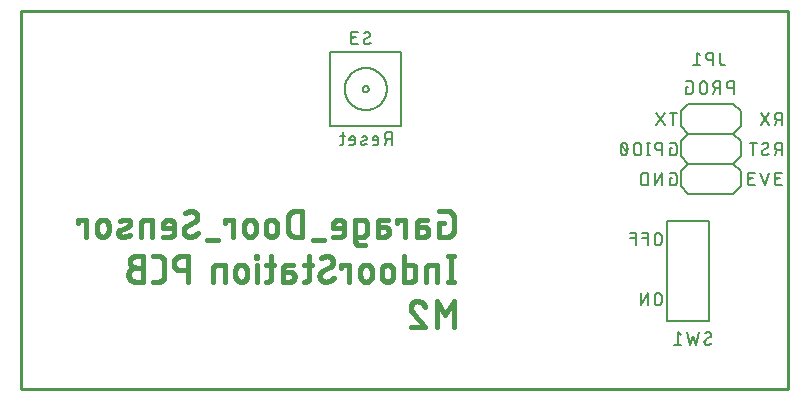
<source format=gbr>
G04 EAGLE Gerber RS-274X export*
G75*
%MOMM*%
%FSLAX34Y34*%
%LPD*%
%INSilkscreen Bottom*%
%IPPOS*%
%AMOC8*
5,1,8,0,0,1.08239X$1,22.5*%
G01*
G04 Define Apertures*
%ADD10C,0.203200*%
%ADD11C,0.381000*%
%ADD12C,0.152400*%
%ADD13C,0.127000*%
%ADD14C,0.254000*%
D10*
X644144Y223266D02*
X644144Y233934D01*
X641181Y233934D01*
X641074Y233932D01*
X640967Y233926D01*
X640861Y233917D01*
X640755Y233903D01*
X640649Y233886D01*
X640544Y233865D01*
X640440Y233840D01*
X640337Y233811D01*
X640235Y233779D01*
X640134Y233743D01*
X640035Y233703D01*
X639937Y233660D01*
X639841Y233613D01*
X639746Y233563D01*
X639653Y233510D01*
X639563Y233453D01*
X639474Y233393D01*
X639388Y233330D01*
X639304Y233264D01*
X639222Y233194D01*
X639143Y233122D01*
X639067Y233047D01*
X638993Y232969D01*
X638923Y232889D01*
X638855Y232806D01*
X638790Y232721D01*
X638729Y232634D01*
X638670Y232544D01*
X638615Y232453D01*
X638563Y232359D01*
X638515Y232263D01*
X638470Y232166D01*
X638428Y232068D01*
X638391Y231968D01*
X638356Y231866D01*
X638326Y231764D01*
X638299Y231660D01*
X638276Y231556D01*
X638257Y231450D01*
X638242Y231344D01*
X638230Y231238D01*
X638222Y231131D01*
X638218Y231024D01*
X638218Y230918D01*
X638222Y230811D01*
X638230Y230704D01*
X638242Y230598D01*
X638257Y230492D01*
X638276Y230386D01*
X638299Y230282D01*
X638326Y230178D01*
X638356Y230076D01*
X638391Y229974D01*
X638428Y229874D01*
X638470Y229776D01*
X638515Y229679D01*
X638563Y229583D01*
X638615Y229490D01*
X638670Y229398D01*
X638729Y229308D01*
X638790Y229221D01*
X638855Y229136D01*
X638923Y229053D01*
X638993Y228973D01*
X639067Y228895D01*
X639143Y228820D01*
X639222Y228748D01*
X639304Y228678D01*
X639388Y228612D01*
X639474Y228549D01*
X639563Y228489D01*
X639653Y228432D01*
X639746Y228379D01*
X639841Y228329D01*
X639937Y228282D01*
X640035Y228239D01*
X640134Y228199D01*
X640235Y228163D01*
X640337Y228131D01*
X640440Y228102D01*
X640544Y228077D01*
X640649Y228056D01*
X640755Y228039D01*
X640861Y228025D01*
X640967Y228016D01*
X641074Y228010D01*
X641181Y228008D01*
X641181Y228007D02*
X644144Y228007D01*
X640588Y228007D02*
X638217Y223266D01*
X633417Y223266D02*
X626305Y233934D01*
X633417Y233934D02*
X626305Y223266D01*
X603504Y249936D02*
X603504Y260604D01*
X600541Y260604D01*
X600434Y260602D01*
X600327Y260596D01*
X600221Y260587D01*
X600115Y260573D01*
X600009Y260556D01*
X599904Y260535D01*
X599800Y260510D01*
X599697Y260481D01*
X599595Y260449D01*
X599494Y260413D01*
X599395Y260373D01*
X599297Y260330D01*
X599201Y260283D01*
X599106Y260233D01*
X599013Y260180D01*
X598923Y260123D01*
X598834Y260063D01*
X598748Y260000D01*
X598664Y259934D01*
X598582Y259864D01*
X598503Y259792D01*
X598427Y259717D01*
X598353Y259639D01*
X598283Y259559D01*
X598215Y259476D01*
X598150Y259391D01*
X598089Y259304D01*
X598030Y259214D01*
X597975Y259123D01*
X597923Y259029D01*
X597875Y258933D01*
X597830Y258836D01*
X597788Y258738D01*
X597751Y258638D01*
X597716Y258536D01*
X597686Y258434D01*
X597659Y258330D01*
X597636Y258226D01*
X597617Y258120D01*
X597602Y258014D01*
X597590Y257908D01*
X597582Y257801D01*
X597578Y257694D01*
X597578Y257588D01*
X597582Y257481D01*
X597590Y257374D01*
X597602Y257268D01*
X597617Y257162D01*
X597636Y257056D01*
X597659Y256952D01*
X597686Y256848D01*
X597716Y256746D01*
X597751Y256644D01*
X597788Y256544D01*
X597830Y256446D01*
X597875Y256349D01*
X597923Y256253D01*
X597975Y256160D01*
X598030Y256068D01*
X598089Y255978D01*
X598150Y255891D01*
X598215Y255806D01*
X598283Y255723D01*
X598353Y255643D01*
X598427Y255565D01*
X598503Y255490D01*
X598582Y255418D01*
X598664Y255348D01*
X598748Y255282D01*
X598834Y255219D01*
X598923Y255159D01*
X599013Y255102D01*
X599106Y255049D01*
X599201Y254999D01*
X599297Y254952D01*
X599395Y254909D01*
X599494Y254869D01*
X599595Y254833D01*
X599697Y254801D01*
X599800Y254772D01*
X599904Y254747D01*
X600009Y254726D01*
X600115Y254709D01*
X600221Y254695D01*
X600327Y254686D01*
X600434Y254680D01*
X600541Y254678D01*
X600541Y254677D02*
X603504Y254677D01*
X592218Y249936D02*
X592218Y260604D01*
X589254Y260604D01*
X589147Y260602D01*
X589040Y260596D01*
X588934Y260587D01*
X588828Y260573D01*
X588722Y260556D01*
X588617Y260535D01*
X588513Y260510D01*
X588410Y260481D01*
X588308Y260449D01*
X588207Y260413D01*
X588108Y260373D01*
X588010Y260330D01*
X587914Y260283D01*
X587819Y260233D01*
X587726Y260180D01*
X587636Y260123D01*
X587547Y260063D01*
X587461Y260000D01*
X587377Y259934D01*
X587295Y259864D01*
X587216Y259792D01*
X587140Y259717D01*
X587066Y259639D01*
X586996Y259559D01*
X586928Y259476D01*
X586863Y259391D01*
X586802Y259304D01*
X586743Y259214D01*
X586688Y259123D01*
X586636Y259029D01*
X586588Y258933D01*
X586543Y258836D01*
X586501Y258738D01*
X586464Y258638D01*
X586429Y258536D01*
X586399Y258434D01*
X586372Y258330D01*
X586349Y258226D01*
X586330Y258120D01*
X586315Y258014D01*
X586303Y257908D01*
X586295Y257801D01*
X586291Y257694D01*
X586291Y257588D01*
X586295Y257481D01*
X586303Y257374D01*
X586315Y257268D01*
X586330Y257162D01*
X586349Y257056D01*
X586372Y256952D01*
X586399Y256848D01*
X586429Y256746D01*
X586464Y256644D01*
X586501Y256544D01*
X586543Y256446D01*
X586588Y256349D01*
X586636Y256253D01*
X586688Y256160D01*
X586743Y256068D01*
X586802Y255978D01*
X586863Y255891D01*
X586928Y255806D01*
X586996Y255723D01*
X587066Y255643D01*
X587140Y255565D01*
X587216Y255490D01*
X587295Y255418D01*
X587377Y255348D01*
X587461Y255282D01*
X587547Y255219D01*
X587636Y255159D01*
X587726Y255102D01*
X587819Y255049D01*
X587914Y254999D01*
X588010Y254952D01*
X588108Y254909D01*
X588207Y254869D01*
X588308Y254833D01*
X588410Y254801D01*
X588513Y254772D01*
X588617Y254747D01*
X588722Y254726D01*
X588828Y254709D01*
X588934Y254695D01*
X589040Y254686D01*
X589147Y254680D01*
X589254Y254678D01*
X589254Y254677D02*
X592218Y254677D01*
X588662Y254677D02*
X586291Y249936D01*
X580898Y252899D02*
X580898Y257641D01*
X580896Y257748D01*
X580890Y257855D01*
X580881Y257961D01*
X580867Y258067D01*
X580850Y258173D01*
X580829Y258278D01*
X580804Y258382D01*
X580775Y258485D01*
X580743Y258587D01*
X580707Y258688D01*
X580667Y258787D01*
X580624Y258885D01*
X580577Y258981D01*
X580527Y259076D01*
X580474Y259169D01*
X580417Y259259D01*
X580357Y259348D01*
X580294Y259434D01*
X580228Y259518D01*
X580158Y259600D01*
X580086Y259679D01*
X580011Y259755D01*
X579933Y259829D01*
X579853Y259899D01*
X579770Y259967D01*
X579685Y260032D01*
X579598Y260093D01*
X579508Y260152D01*
X579417Y260207D01*
X579323Y260259D01*
X579227Y260307D01*
X579130Y260352D01*
X579032Y260394D01*
X578932Y260431D01*
X578830Y260466D01*
X578728Y260496D01*
X578624Y260523D01*
X578520Y260546D01*
X578414Y260565D01*
X578308Y260580D01*
X578202Y260592D01*
X578095Y260600D01*
X577988Y260604D01*
X577882Y260604D01*
X577775Y260600D01*
X577668Y260592D01*
X577562Y260580D01*
X577456Y260565D01*
X577350Y260546D01*
X577246Y260523D01*
X577142Y260496D01*
X577040Y260466D01*
X576938Y260431D01*
X576838Y260394D01*
X576740Y260352D01*
X576643Y260307D01*
X576547Y260259D01*
X576454Y260207D01*
X576362Y260152D01*
X576272Y260093D01*
X576185Y260032D01*
X576100Y259967D01*
X576017Y259899D01*
X575937Y259829D01*
X575859Y259755D01*
X575784Y259679D01*
X575712Y259600D01*
X575642Y259518D01*
X575576Y259434D01*
X575513Y259348D01*
X575453Y259259D01*
X575396Y259169D01*
X575343Y259076D01*
X575293Y258981D01*
X575246Y258885D01*
X575203Y258787D01*
X575163Y258688D01*
X575127Y258587D01*
X575095Y258485D01*
X575066Y258382D01*
X575041Y258278D01*
X575020Y258173D01*
X575003Y258067D01*
X574989Y257961D01*
X574980Y257855D01*
X574974Y257748D01*
X574972Y257641D01*
X574971Y257641D02*
X574971Y252899D01*
X574972Y252899D02*
X574974Y252792D01*
X574980Y252685D01*
X574989Y252579D01*
X575003Y252473D01*
X575020Y252367D01*
X575041Y252262D01*
X575066Y252158D01*
X575095Y252055D01*
X575127Y251953D01*
X575163Y251852D01*
X575203Y251753D01*
X575246Y251655D01*
X575293Y251559D01*
X575343Y251464D01*
X575396Y251371D01*
X575453Y251281D01*
X575513Y251192D01*
X575576Y251106D01*
X575642Y251022D01*
X575712Y250940D01*
X575784Y250861D01*
X575859Y250785D01*
X575937Y250711D01*
X576017Y250641D01*
X576100Y250573D01*
X576185Y250508D01*
X576272Y250447D01*
X576362Y250388D01*
X576454Y250333D01*
X576547Y250281D01*
X576643Y250233D01*
X576740Y250188D01*
X576838Y250146D01*
X576938Y250109D01*
X577040Y250074D01*
X577142Y250044D01*
X577246Y250017D01*
X577350Y249994D01*
X577456Y249975D01*
X577562Y249960D01*
X577668Y249948D01*
X577775Y249940D01*
X577882Y249936D01*
X577988Y249936D01*
X578095Y249940D01*
X578202Y249948D01*
X578308Y249960D01*
X578414Y249975D01*
X578520Y249994D01*
X578624Y250017D01*
X578728Y250044D01*
X578830Y250074D01*
X578932Y250109D01*
X579032Y250146D01*
X579130Y250188D01*
X579227Y250233D01*
X579323Y250281D01*
X579417Y250333D01*
X579508Y250388D01*
X579598Y250447D01*
X579685Y250508D01*
X579770Y250573D01*
X579853Y250641D01*
X579933Y250711D01*
X580011Y250785D01*
X580086Y250861D01*
X580158Y250940D01*
X580228Y251022D01*
X580294Y251106D01*
X580357Y251192D01*
X580417Y251281D01*
X580474Y251371D01*
X580527Y251464D01*
X580577Y251559D01*
X580624Y251655D01*
X580667Y251753D01*
X580707Y251852D01*
X580743Y251953D01*
X580775Y252055D01*
X580804Y252158D01*
X580829Y252262D01*
X580850Y252367D01*
X580867Y252473D01*
X580881Y252579D01*
X580890Y252685D01*
X580896Y252792D01*
X580898Y252899D01*
X564938Y255863D02*
X563160Y255863D01*
X563160Y249936D01*
X566716Y249936D01*
X566811Y249938D01*
X566907Y249944D01*
X567002Y249953D01*
X567096Y249967D01*
X567190Y249984D01*
X567283Y250005D01*
X567376Y250030D01*
X567467Y250058D01*
X567557Y250090D01*
X567645Y250126D01*
X567732Y250165D01*
X567818Y250208D01*
X567902Y250254D01*
X567983Y250303D01*
X568063Y250356D01*
X568140Y250412D01*
X568216Y250470D01*
X568288Y250532D01*
X568358Y250597D01*
X568426Y250665D01*
X568491Y250735D01*
X568553Y250807D01*
X568611Y250883D01*
X568667Y250960D01*
X568720Y251040D01*
X568769Y251122D01*
X568815Y251205D01*
X568858Y251291D01*
X568897Y251378D01*
X568933Y251466D01*
X568965Y251556D01*
X568993Y251647D01*
X569018Y251740D01*
X569039Y251833D01*
X569056Y251927D01*
X569070Y252021D01*
X569079Y252116D01*
X569085Y252212D01*
X569087Y252307D01*
X569087Y258233D01*
X569085Y258328D01*
X569079Y258424D01*
X569070Y258519D01*
X569056Y258613D01*
X569039Y258707D01*
X569018Y258800D01*
X568993Y258893D01*
X568965Y258984D01*
X568933Y259074D01*
X568897Y259162D01*
X568858Y259249D01*
X568815Y259335D01*
X568769Y259418D01*
X568720Y259500D01*
X568667Y259580D01*
X568611Y259657D01*
X568553Y259733D01*
X568491Y259805D01*
X568426Y259875D01*
X568358Y259943D01*
X568288Y260008D01*
X568216Y260070D01*
X568140Y260128D01*
X568063Y260184D01*
X567983Y260237D01*
X567902Y260286D01*
X567818Y260332D01*
X567732Y260375D01*
X567645Y260414D01*
X567557Y260450D01*
X567467Y260482D01*
X567376Y260510D01*
X567283Y260535D01*
X567190Y260556D01*
X567096Y260573D01*
X567002Y260587D01*
X566907Y260596D01*
X566812Y260602D01*
X566716Y260604D01*
X563160Y260604D01*
X644144Y208534D02*
X644144Y197866D01*
X644144Y208534D02*
X641181Y208534D01*
X641074Y208532D01*
X640967Y208526D01*
X640861Y208517D01*
X640755Y208503D01*
X640649Y208486D01*
X640544Y208465D01*
X640440Y208440D01*
X640337Y208411D01*
X640235Y208379D01*
X640134Y208343D01*
X640035Y208303D01*
X639937Y208260D01*
X639841Y208213D01*
X639746Y208163D01*
X639653Y208110D01*
X639563Y208053D01*
X639474Y207993D01*
X639388Y207930D01*
X639304Y207864D01*
X639222Y207794D01*
X639143Y207722D01*
X639067Y207647D01*
X638993Y207569D01*
X638923Y207489D01*
X638855Y207406D01*
X638790Y207321D01*
X638729Y207234D01*
X638670Y207144D01*
X638615Y207053D01*
X638563Y206959D01*
X638515Y206863D01*
X638470Y206766D01*
X638428Y206668D01*
X638391Y206568D01*
X638356Y206466D01*
X638326Y206364D01*
X638299Y206260D01*
X638276Y206156D01*
X638257Y206050D01*
X638242Y205944D01*
X638230Y205838D01*
X638222Y205731D01*
X638218Y205624D01*
X638218Y205518D01*
X638222Y205411D01*
X638230Y205304D01*
X638242Y205198D01*
X638257Y205092D01*
X638276Y204986D01*
X638299Y204882D01*
X638326Y204778D01*
X638356Y204676D01*
X638391Y204574D01*
X638428Y204474D01*
X638470Y204376D01*
X638515Y204279D01*
X638563Y204183D01*
X638615Y204090D01*
X638670Y203998D01*
X638729Y203908D01*
X638790Y203821D01*
X638855Y203736D01*
X638923Y203653D01*
X638993Y203573D01*
X639067Y203495D01*
X639143Y203420D01*
X639222Y203348D01*
X639304Y203278D01*
X639388Y203212D01*
X639474Y203149D01*
X639563Y203089D01*
X639653Y203032D01*
X639746Y202979D01*
X639841Y202929D01*
X639937Y202882D01*
X640035Y202839D01*
X640134Y202799D01*
X640235Y202763D01*
X640337Y202731D01*
X640440Y202702D01*
X640544Y202677D01*
X640649Y202656D01*
X640755Y202639D01*
X640861Y202625D01*
X640967Y202616D01*
X641074Y202610D01*
X641181Y202608D01*
X641181Y202607D02*
X644144Y202607D01*
X640588Y202607D02*
X638217Y197866D01*
X629649Y197866D02*
X629554Y197868D01*
X629458Y197874D01*
X629363Y197883D01*
X629269Y197897D01*
X629175Y197914D01*
X629082Y197935D01*
X628989Y197960D01*
X628898Y197988D01*
X628808Y198020D01*
X628720Y198056D01*
X628633Y198095D01*
X628547Y198138D01*
X628464Y198184D01*
X628382Y198233D01*
X628302Y198286D01*
X628225Y198342D01*
X628149Y198400D01*
X628077Y198462D01*
X628007Y198527D01*
X627939Y198595D01*
X627874Y198665D01*
X627812Y198737D01*
X627754Y198813D01*
X627698Y198890D01*
X627645Y198970D01*
X627596Y199052D01*
X627550Y199135D01*
X627507Y199221D01*
X627468Y199308D01*
X627432Y199396D01*
X627400Y199486D01*
X627372Y199577D01*
X627347Y199670D01*
X627326Y199763D01*
X627309Y199857D01*
X627295Y199951D01*
X627286Y200046D01*
X627280Y200142D01*
X627278Y200237D01*
X629649Y197866D02*
X629785Y197868D01*
X629922Y197873D01*
X630058Y197883D01*
X630193Y197896D01*
X630329Y197912D01*
X630463Y197933D01*
X630598Y197957D01*
X630731Y197984D01*
X630864Y198016D01*
X630996Y198050D01*
X631127Y198089D01*
X631256Y198131D01*
X631385Y198176D01*
X631512Y198225D01*
X631638Y198278D01*
X631762Y198334D01*
X631885Y198393D01*
X632006Y198455D01*
X632126Y198521D01*
X632243Y198590D01*
X632359Y198663D01*
X632473Y198738D01*
X632584Y198816D01*
X632693Y198898D01*
X632801Y198982D01*
X632905Y199069D01*
X633008Y199159D01*
X633108Y199252D01*
X633205Y199348D01*
X632909Y206163D02*
X632907Y206258D01*
X632901Y206354D01*
X632892Y206449D01*
X632878Y206543D01*
X632861Y206637D01*
X632840Y206730D01*
X632815Y206823D01*
X632787Y206914D01*
X632755Y207004D01*
X632719Y207092D01*
X632680Y207179D01*
X632637Y207265D01*
X632591Y207349D01*
X632542Y207430D01*
X632489Y207510D01*
X632433Y207587D01*
X632375Y207663D01*
X632313Y207735D01*
X632248Y207805D01*
X632180Y207873D01*
X632110Y207938D01*
X632038Y208000D01*
X631962Y208058D01*
X631885Y208114D01*
X631805Y208167D01*
X631724Y208216D01*
X631640Y208262D01*
X631554Y208305D01*
X631467Y208344D01*
X631379Y208380D01*
X631289Y208412D01*
X631198Y208440D01*
X631105Y208465D01*
X631012Y208486D01*
X630918Y208503D01*
X630824Y208517D01*
X630729Y208526D01*
X630633Y208532D01*
X630538Y208534D01*
X630408Y208532D01*
X630278Y208526D01*
X630148Y208517D01*
X630019Y208504D01*
X629890Y208487D01*
X629762Y208466D01*
X629634Y208441D01*
X629507Y208413D01*
X629381Y208381D01*
X629256Y208345D01*
X629132Y208306D01*
X629010Y208263D01*
X628888Y208217D01*
X628768Y208166D01*
X628650Y208113D01*
X628533Y208056D01*
X628418Y207996D01*
X628304Y207932D01*
X628193Y207865D01*
X628083Y207795D01*
X627976Y207721D01*
X627871Y207645D01*
X631724Y204088D02*
X631805Y204139D01*
X631885Y204193D01*
X631963Y204249D01*
X632038Y204309D01*
X632111Y204372D01*
X632181Y204438D01*
X632248Y204506D01*
X632313Y204577D01*
X632375Y204651D01*
X632434Y204727D01*
X632490Y204805D01*
X632542Y204886D01*
X632592Y204968D01*
X632638Y205053D01*
X632680Y205139D01*
X632720Y205227D01*
X632755Y205316D01*
X632787Y205407D01*
X632816Y205499D01*
X632840Y205592D01*
X632861Y205685D01*
X632878Y205780D01*
X632892Y205875D01*
X632901Y205971D01*
X632907Y206067D01*
X632909Y206163D01*
X628465Y202312D02*
X628383Y202261D01*
X628303Y202207D01*
X628225Y202151D01*
X628150Y202091D01*
X628077Y202028D01*
X628007Y201962D01*
X627940Y201894D01*
X627875Y201823D01*
X627813Y201749D01*
X627754Y201673D01*
X627698Y201595D01*
X627646Y201514D01*
X627596Y201432D01*
X627550Y201347D01*
X627508Y201261D01*
X627468Y201173D01*
X627433Y201084D01*
X627401Y200993D01*
X627372Y200901D01*
X627348Y200808D01*
X627327Y200715D01*
X627310Y200620D01*
X627296Y200525D01*
X627287Y200429D01*
X627281Y200333D01*
X627279Y200237D01*
X628464Y202311D02*
X631724Y204089D01*
X619955Y208534D02*
X619955Y197866D01*
X616992Y208534D02*
X622919Y208534D01*
X641181Y172466D02*
X644144Y172466D01*
X641181Y172466D02*
X641074Y172468D01*
X640967Y172474D01*
X640861Y172483D01*
X640755Y172497D01*
X640649Y172514D01*
X640544Y172535D01*
X640440Y172560D01*
X640337Y172589D01*
X640235Y172621D01*
X640134Y172657D01*
X640035Y172697D01*
X639937Y172740D01*
X639841Y172787D01*
X639746Y172837D01*
X639653Y172890D01*
X639563Y172947D01*
X639474Y173007D01*
X639388Y173070D01*
X639304Y173136D01*
X639222Y173206D01*
X639143Y173278D01*
X639067Y173353D01*
X638993Y173431D01*
X638923Y173511D01*
X638855Y173594D01*
X638790Y173679D01*
X638729Y173766D01*
X638670Y173856D01*
X638615Y173948D01*
X638563Y174041D01*
X638515Y174137D01*
X638470Y174234D01*
X638428Y174332D01*
X638391Y174432D01*
X638356Y174534D01*
X638326Y174636D01*
X638299Y174740D01*
X638276Y174844D01*
X638257Y174950D01*
X638242Y175056D01*
X638230Y175162D01*
X638222Y175269D01*
X638218Y175376D01*
X638218Y175482D01*
X638222Y175589D01*
X638230Y175696D01*
X638242Y175802D01*
X638257Y175908D01*
X638276Y176014D01*
X638299Y176118D01*
X638326Y176222D01*
X638356Y176324D01*
X638391Y176426D01*
X638428Y176526D01*
X638470Y176624D01*
X638515Y176721D01*
X638563Y176817D01*
X638615Y176911D01*
X638670Y177002D01*
X638729Y177092D01*
X638790Y177179D01*
X638855Y177264D01*
X638923Y177347D01*
X638993Y177427D01*
X639067Y177505D01*
X639143Y177580D01*
X639222Y177652D01*
X639304Y177722D01*
X639388Y177788D01*
X639474Y177851D01*
X639563Y177911D01*
X639653Y177968D01*
X639746Y178021D01*
X639841Y178071D01*
X639937Y178118D01*
X640035Y178161D01*
X640134Y178201D01*
X640235Y178237D01*
X640337Y178269D01*
X640440Y178298D01*
X640544Y178323D01*
X640649Y178344D01*
X640755Y178361D01*
X640861Y178375D01*
X640967Y178384D01*
X641074Y178390D01*
X641181Y178392D01*
X640588Y183134D02*
X644144Y183134D01*
X640588Y183134D02*
X640491Y183132D01*
X640395Y183126D01*
X640299Y183116D01*
X640203Y183102D01*
X640108Y183085D01*
X640013Y183063D01*
X639920Y183038D01*
X639828Y183009D01*
X639737Y182976D01*
X639647Y182939D01*
X639559Y182899D01*
X639473Y182855D01*
X639389Y182808D01*
X639306Y182758D01*
X639226Y182704D01*
X639148Y182646D01*
X639072Y182586D01*
X638999Y182523D01*
X638929Y182457D01*
X638861Y182387D01*
X638796Y182316D01*
X638734Y182241D01*
X638676Y182164D01*
X638620Y182085D01*
X638568Y182004D01*
X638519Y181920D01*
X638473Y181835D01*
X638431Y181748D01*
X638393Y181659D01*
X638358Y181569D01*
X638327Y181477D01*
X638300Y181384D01*
X638276Y181291D01*
X638257Y181196D01*
X638241Y181100D01*
X638229Y181004D01*
X638221Y180908D01*
X638217Y180811D01*
X638217Y180715D01*
X638221Y180618D01*
X638229Y180522D01*
X638241Y180426D01*
X638257Y180330D01*
X638276Y180235D01*
X638300Y180142D01*
X638327Y180049D01*
X638358Y179957D01*
X638393Y179867D01*
X638431Y179778D01*
X638473Y179691D01*
X638519Y179606D01*
X638568Y179522D01*
X638620Y179441D01*
X638676Y179362D01*
X638734Y179285D01*
X638796Y179210D01*
X638861Y179139D01*
X638929Y179069D01*
X638999Y179003D01*
X639072Y178940D01*
X639148Y178880D01*
X639226Y178822D01*
X639306Y178768D01*
X639389Y178718D01*
X639473Y178671D01*
X639559Y178627D01*
X639647Y178587D01*
X639737Y178550D01*
X639828Y178517D01*
X639920Y178488D01*
X640013Y178463D01*
X640108Y178441D01*
X640203Y178424D01*
X640299Y178410D01*
X640395Y178400D01*
X640491Y178394D01*
X640588Y178392D01*
X640588Y178393D02*
X642959Y178393D01*
X633307Y183134D02*
X629751Y172466D01*
X626195Y183134D01*
X621284Y172466D02*
X618321Y172466D01*
X618214Y172468D01*
X618107Y172474D01*
X618001Y172483D01*
X617895Y172497D01*
X617789Y172514D01*
X617684Y172535D01*
X617580Y172560D01*
X617477Y172589D01*
X617375Y172621D01*
X617274Y172657D01*
X617175Y172697D01*
X617077Y172740D01*
X616981Y172787D01*
X616886Y172837D01*
X616793Y172890D01*
X616703Y172947D01*
X616614Y173007D01*
X616528Y173070D01*
X616444Y173136D01*
X616362Y173206D01*
X616283Y173278D01*
X616207Y173353D01*
X616133Y173431D01*
X616063Y173511D01*
X615995Y173594D01*
X615930Y173679D01*
X615869Y173766D01*
X615810Y173856D01*
X615755Y173948D01*
X615703Y174041D01*
X615655Y174137D01*
X615610Y174234D01*
X615568Y174332D01*
X615531Y174432D01*
X615496Y174534D01*
X615466Y174636D01*
X615439Y174740D01*
X615416Y174844D01*
X615397Y174950D01*
X615382Y175056D01*
X615370Y175162D01*
X615362Y175269D01*
X615358Y175376D01*
X615358Y175482D01*
X615362Y175589D01*
X615370Y175696D01*
X615382Y175802D01*
X615397Y175908D01*
X615416Y176014D01*
X615439Y176118D01*
X615466Y176222D01*
X615496Y176324D01*
X615531Y176426D01*
X615568Y176526D01*
X615610Y176624D01*
X615655Y176721D01*
X615703Y176817D01*
X615755Y176911D01*
X615810Y177002D01*
X615869Y177092D01*
X615930Y177179D01*
X615995Y177264D01*
X616063Y177347D01*
X616133Y177427D01*
X616207Y177505D01*
X616283Y177580D01*
X616362Y177652D01*
X616444Y177722D01*
X616528Y177788D01*
X616614Y177851D01*
X616703Y177911D01*
X616793Y177968D01*
X616886Y178021D01*
X616981Y178071D01*
X617077Y178118D01*
X617175Y178161D01*
X617274Y178201D01*
X617375Y178237D01*
X617477Y178269D01*
X617580Y178298D01*
X617684Y178323D01*
X617789Y178344D01*
X617895Y178361D01*
X618001Y178375D01*
X618107Y178384D01*
X618214Y178390D01*
X618321Y178392D01*
X617728Y183134D02*
X621284Y183134D01*
X617728Y183134D02*
X617631Y183132D01*
X617535Y183126D01*
X617439Y183116D01*
X617343Y183102D01*
X617248Y183085D01*
X617153Y183063D01*
X617060Y183038D01*
X616968Y183009D01*
X616877Y182976D01*
X616787Y182939D01*
X616699Y182899D01*
X616613Y182855D01*
X616529Y182808D01*
X616446Y182758D01*
X616366Y182704D01*
X616288Y182646D01*
X616212Y182586D01*
X616139Y182523D01*
X616069Y182457D01*
X616001Y182387D01*
X615936Y182316D01*
X615874Y182241D01*
X615816Y182164D01*
X615760Y182085D01*
X615708Y182004D01*
X615659Y181920D01*
X615613Y181835D01*
X615571Y181748D01*
X615533Y181659D01*
X615498Y181569D01*
X615467Y181477D01*
X615440Y181384D01*
X615416Y181291D01*
X615397Y181196D01*
X615381Y181100D01*
X615369Y181004D01*
X615361Y180908D01*
X615357Y180811D01*
X615357Y180715D01*
X615361Y180618D01*
X615369Y180522D01*
X615381Y180426D01*
X615397Y180330D01*
X615416Y180235D01*
X615440Y180142D01*
X615467Y180049D01*
X615498Y179957D01*
X615533Y179867D01*
X615571Y179778D01*
X615613Y179691D01*
X615659Y179606D01*
X615708Y179522D01*
X615760Y179441D01*
X615816Y179362D01*
X615874Y179285D01*
X615936Y179210D01*
X616001Y179139D01*
X616069Y179069D01*
X616139Y179003D01*
X616212Y178940D01*
X616288Y178880D01*
X616366Y178822D01*
X616446Y178768D01*
X616529Y178718D01*
X616613Y178671D01*
X616699Y178627D01*
X616787Y178587D01*
X616877Y178550D01*
X616968Y178517D01*
X617060Y178488D01*
X617153Y178463D01*
X617248Y178441D01*
X617343Y178424D01*
X617439Y178410D01*
X617535Y178400D01*
X617631Y178394D01*
X617728Y178392D01*
X617728Y178393D02*
X620099Y178393D01*
X552281Y223266D02*
X552281Y233934D01*
X555244Y233934D02*
X549317Y233934D01*
X538057Y233934D02*
X545169Y223266D01*
X538057Y223266D02*
X545169Y233934D01*
X549317Y203793D02*
X551095Y203793D01*
X549317Y203793D02*
X549317Y197866D01*
X552873Y197866D01*
X552968Y197868D01*
X553064Y197874D01*
X553159Y197883D01*
X553253Y197897D01*
X553347Y197914D01*
X553440Y197935D01*
X553533Y197960D01*
X553624Y197988D01*
X553714Y198020D01*
X553802Y198056D01*
X553889Y198095D01*
X553975Y198138D01*
X554059Y198184D01*
X554140Y198233D01*
X554220Y198286D01*
X554297Y198342D01*
X554373Y198400D01*
X554445Y198462D01*
X554515Y198527D01*
X554583Y198595D01*
X554648Y198665D01*
X554710Y198737D01*
X554768Y198813D01*
X554824Y198890D01*
X554877Y198970D01*
X554926Y199052D01*
X554972Y199135D01*
X555015Y199221D01*
X555054Y199308D01*
X555090Y199396D01*
X555122Y199486D01*
X555150Y199577D01*
X555175Y199670D01*
X555196Y199763D01*
X555213Y199857D01*
X555227Y199951D01*
X555236Y200046D01*
X555242Y200142D01*
X555244Y200237D01*
X555244Y206163D01*
X555242Y206258D01*
X555236Y206354D01*
X555227Y206449D01*
X555213Y206543D01*
X555196Y206637D01*
X555175Y206730D01*
X555150Y206823D01*
X555122Y206914D01*
X555090Y207004D01*
X555054Y207092D01*
X555015Y207179D01*
X554972Y207265D01*
X554926Y207348D01*
X554877Y207430D01*
X554824Y207510D01*
X554768Y207587D01*
X554710Y207663D01*
X554648Y207735D01*
X554583Y207805D01*
X554515Y207873D01*
X554445Y207938D01*
X554373Y208000D01*
X554297Y208058D01*
X554220Y208114D01*
X554140Y208167D01*
X554059Y208216D01*
X553975Y208262D01*
X553889Y208305D01*
X553802Y208344D01*
X553714Y208380D01*
X553624Y208412D01*
X553533Y208440D01*
X553440Y208465D01*
X553347Y208486D01*
X553253Y208503D01*
X553159Y208517D01*
X553064Y208526D01*
X552969Y208532D01*
X552873Y208534D01*
X549317Y208534D01*
X542798Y208534D02*
X542798Y197866D01*
X542798Y208534D02*
X539835Y208534D01*
X539728Y208532D01*
X539621Y208526D01*
X539515Y208517D01*
X539409Y208503D01*
X539303Y208486D01*
X539198Y208465D01*
X539094Y208440D01*
X538991Y208411D01*
X538889Y208379D01*
X538788Y208343D01*
X538689Y208303D01*
X538591Y208260D01*
X538495Y208213D01*
X538400Y208163D01*
X538307Y208110D01*
X538217Y208053D01*
X538128Y207993D01*
X538042Y207930D01*
X537958Y207864D01*
X537876Y207794D01*
X537797Y207722D01*
X537721Y207647D01*
X537647Y207569D01*
X537577Y207489D01*
X537509Y207406D01*
X537444Y207321D01*
X537383Y207234D01*
X537324Y207144D01*
X537269Y207053D01*
X537217Y206959D01*
X537169Y206863D01*
X537124Y206766D01*
X537082Y206668D01*
X537045Y206568D01*
X537010Y206466D01*
X536980Y206364D01*
X536953Y206260D01*
X536930Y206156D01*
X536911Y206050D01*
X536896Y205944D01*
X536884Y205838D01*
X536876Y205731D01*
X536872Y205624D01*
X536872Y205518D01*
X536876Y205411D01*
X536884Y205304D01*
X536896Y205198D01*
X536911Y205092D01*
X536930Y204986D01*
X536953Y204882D01*
X536980Y204778D01*
X537010Y204676D01*
X537045Y204574D01*
X537082Y204474D01*
X537124Y204376D01*
X537169Y204279D01*
X537217Y204183D01*
X537269Y204090D01*
X537324Y203998D01*
X537383Y203908D01*
X537444Y203821D01*
X537509Y203736D01*
X537577Y203653D01*
X537647Y203573D01*
X537721Y203495D01*
X537797Y203420D01*
X537876Y203348D01*
X537958Y203278D01*
X538042Y203212D01*
X538128Y203149D01*
X538217Y203089D01*
X538307Y203032D01*
X538400Y202979D01*
X538495Y202929D01*
X538591Y202882D01*
X538689Y202839D01*
X538788Y202799D01*
X538889Y202763D01*
X538991Y202731D01*
X539094Y202702D01*
X539198Y202677D01*
X539303Y202656D01*
X539409Y202639D01*
X539515Y202625D01*
X539621Y202616D01*
X539728Y202610D01*
X539835Y202608D01*
X539835Y202607D02*
X542798Y202607D01*
X531326Y197866D02*
X531326Y208534D01*
X532511Y197866D02*
X530140Y197866D01*
X530140Y208534D02*
X532511Y208534D01*
X525145Y205571D02*
X525145Y200829D01*
X525145Y205571D02*
X525143Y205678D01*
X525137Y205785D01*
X525128Y205891D01*
X525114Y205997D01*
X525097Y206103D01*
X525076Y206208D01*
X525051Y206312D01*
X525022Y206415D01*
X524990Y206517D01*
X524954Y206618D01*
X524914Y206717D01*
X524871Y206815D01*
X524824Y206911D01*
X524774Y207006D01*
X524721Y207099D01*
X524664Y207189D01*
X524604Y207278D01*
X524541Y207364D01*
X524475Y207448D01*
X524405Y207530D01*
X524333Y207609D01*
X524258Y207685D01*
X524180Y207759D01*
X524100Y207829D01*
X524017Y207897D01*
X523932Y207962D01*
X523845Y208023D01*
X523755Y208082D01*
X523664Y208137D01*
X523570Y208189D01*
X523474Y208237D01*
X523377Y208282D01*
X523279Y208324D01*
X523179Y208361D01*
X523077Y208396D01*
X522975Y208426D01*
X522871Y208453D01*
X522767Y208476D01*
X522661Y208495D01*
X522555Y208510D01*
X522449Y208522D01*
X522342Y208530D01*
X522235Y208534D01*
X522129Y208534D01*
X522022Y208530D01*
X521915Y208522D01*
X521809Y208510D01*
X521703Y208495D01*
X521597Y208476D01*
X521493Y208453D01*
X521389Y208426D01*
X521287Y208396D01*
X521185Y208361D01*
X521085Y208324D01*
X520987Y208282D01*
X520890Y208237D01*
X520794Y208189D01*
X520701Y208137D01*
X520609Y208082D01*
X520519Y208023D01*
X520432Y207962D01*
X520347Y207897D01*
X520264Y207829D01*
X520184Y207759D01*
X520106Y207685D01*
X520031Y207609D01*
X519959Y207530D01*
X519889Y207448D01*
X519823Y207364D01*
X519760Y207278D01*
X519700Y207189D01*
X519643Y207099D01*
X519590Y207006D01*
X519540Y206911D01*
X519493Y206815D01*
X519450Y206717D01*
X519410Y206618D01*
X519374Y206517D01*
X519342Y206415D01*
X519313Y206312D01*
X519288Y206208D01*
X519267Y206103D01*
X519250Y205997D01*
X519236Y205891D01*
X519227Y205785D01*
X519221Y205678D01*
X519219Y205571D01*
X519218Y205571D02*
X519218Y200829D01*
X519219Y200829D02*
X519221Y200722D01*
X519227Y200615D01*
X519236Y200509D01*
X519250Y200403D01*
X519267Y200297D01*
X519288Y200192D01*
X519313Y200088D01*
X519342Y199985D01*
X519374Y199883D01*
X519410Y199782D01*
X519450Y199683D01*
X519493Y199585D01*
X519540Y199489D01*
X519590Y199394D01*
X519643Y199301D01*
X519700Y199211D01*
X519760Y199122D01*
X519823Y199036D01*
X519889Y198952D01*
X519959Y198870D01*
X520031Y198791D01*
X520106Y198715D01*
X520184Y198641D01*
X520264Y198571D01*
X520347Y198503D01*
X520432Y198438D01*
X520519Y198377D01*
X520609Y198318D01*
X520701Y198263D01*
X520794Y198211D01*
X520890Y198163D01*
X520987Y198118D01*
X521085Y198076D01*
X521185Y198039D01*
X521287Y198004D01*
X521389Y197974D01*
X521493Y197947D01*
X521597Y197924D01*
X521703Y197905D01*
X521809Y197890D01*
X521915Y197878D01*
X522022Y197870D01*
X522129Y197866D01*
X522235Y197866D01*
X522342Y197870D01*
X522449Y197878D01*
X522555Y197890D01*
X522661Y197905D01*
X522767Y197924D01*
X522871Y197947D01*
X522975Y197974D01*
X523077Y198004D01*
X523179Y198039D01*
X523279Y198076D01*
X523377Y198118D01*
X523474Y198163D01*
X523570Y198211D01*
X523664Y198263D01*
X523755Y198318D01*
X523845Y198377D01*
X523932Y198438D01*
X524017Y198503D01*
X524100Y198571D01*
X524180Y198641D01*
X524258Y198715D01*
X524333Y198791D01*
X524405Y198870D01*
X524475Y198952D01*
X524541Y199036D01*
X524604Y199122D01*
X524664Y199211D01*
X524721Y199301D01*
X524774Y199394D01*
X524824Y199489D01*
X524871Y199585D01*
X524914Y199683D01*
X524954Y199782D01*
X524990Y199883D01*
X525022Y199985D01*
X525051Y200088D01*
X525076Y200192D01*
X525097Y200297D01*
X525114Y200403D01*
X525128Y200509D01*
X525137Y200615D01*
X525143Y200722D01*
X525145Y200829D01*
X513715Y203200D02*
X513712Y203410D01*
X513705Y203620D01*
X513692Y203829D01*
X513675Y204038D01*
X513652Y204247D01*
X513625Y204455D01*
X513593Y204662D01*
X513555Y204869D01*
X513513Y205074D01*
X513466Y205279D01*
X513414Y205482D01*
X513357Y205684D01*
X513295Y205885D01*
X513229Y206084D01*
X513157Y206281D01*
X513081Y206477D01*
X513001Y206671D01*
X512916Y206863D01*
X512826Y207052D01*
X512795Y207137D01*
X512761Y207221D01*
X512723Y207303D01*
X512681Y207384D01*
X512636Y207463D01*
X512588Y207540D01*
X512537Y207615D01*
X512483Y207687D01*
X512426Y207758D01*
X512366Y207826D01*
X512303Y207891D01*
X512238Y207954D01*
X512170Y208014D01*
X512099Y208071D01*
X512027Y208125D01*
X511952Y208177D01*
X511875Y208225D01*
X511796Y208270D01*
X511715Y208311D01*
X511633Y208349D01*
X511549Y208384D01*
X511464Y208415D01*
X511378Y208443D01*
X511291Y208467D01*
X511202Y208487D01*
X511113Y208504D01*
X511023Y208517D01*
X510933Y208527D01*
X510843Y208532D01*
X510752Y208534D01*
X510661Y208532D01*
X510571Y208527D01*
X510481Y208517D01*
X510391Y208504D01*
X510302Y208487D01*
X510213Y208467D01*
X510126Y208443D01*
X510040Y208415D01*
X509955Y208384D01*
X509871Y208349D01*
X509789Y208311D01*
X509708Y208270D01*
X509629Y208225D01*
X509552Y208177D01*
X509477Y208126D01*
X509405Y208071D01*
X509334Y208014D01*
X509266Y207954D01*
X509201Y207891D01*
X509138Y207826D01*
X509078Y207758D01*
X509021Y207687D01*
X508967Y207615D01*
X508916Y207540D01*
X508868Y207463D01*
X508823Y207384D01*
X508781Y207303D01*
X508743Y207221D01*
X508709Y207137D01*
X508678Y207052D01*
X508588Y206863D01*
X508503Y206671D01*
X508423Y206477D01*
X508347Y206281D01*
X508275Y206084D01*
X508209Y205885D01*
X508147Y205684D01*
X508090Y205482D01*
X508038Y205279D01*
X507991Y205074D01*
X507949Y204869D01*
X507911Y204662D01*
X507879Y204455D01*
X507852Y204247D01*
X507829Y204038D01*
X507812Y203829D01*
X507799Y203620D01*
X507792Y203410D01*
X507789Y203200D01*
X513715Y203200D02*
X513712Y202990D01*
X513705Y202780D01*
X513692Y202571D01*
X513675Y202362D01*
X513652Y202153D01*
X513625Y201945D01*
X513593Y201738D01*
X513555Y201531D01*
X513513Y201326D01*
X513466Y201121D01*
X513414Y200918D01*
X513357Y200716D01*
X513295Y200515D01*
X513229Y200316D01*
X513157Y200119D01*
X513081Y199923D01*
X513001Y199729D01*
X512916Y199538D01*
X512826Y199348D01*
X512795Y199263D01*
X512761Y199179D01*
X512723Y199097D01*
X512681Y199016D01*
X512636Y198937D01*
X512588Y198860D01*
X512537Y198785D01*
X512483Y198713D01*
X512426Y198642D01*
X512366Y198574D01*
X512303Y198509D01*
X512238Y198446D01*
X512170Y198386D01*
X512099Y198329D01*
X512027Y198274D01*
X511952Y198223D01*
X511875Y198175D01*
X511796Y198130D01*
X511715Y198089D01*
X511633Y198051D01*
X511549Y198016D01*
X511464Y197985D01*
X511378Y197957D01*
X511291Y197933D01*
X511202Y197913D01*
X511113Y197896D01*
X511023Y197883D01*
X510933Y197873D01*
X510843Y197868D01*
X510752Y197866D01*
X508678Y199348D02*
X508588Y199538D01*
X508503Y199729D01*
X508423Y199923D01*
X508347Y200119D01*
X508275Y200316D01*
X508209Y200515D01*
X508147Y200716D01*
X508090Y200918D01*
X508038Y201121D01*
X507991Y201326D01*
X507949Y201531D01*
X507911Y201738D01*
X507879Y201945D01*
X507852Y202153D01*
X507829Y202362D01*
X507812Y202571D01*
X507799Y202780D01*
X507792Y202990D01*
X507789Y203200D01*
X508678Y199348D02*
X508709Y199263D01*
X508743Y199179D01*
X508782Y199097D01*
X508823Y199016D01*
X508868Y198937D01*
X508916Y198860D01*
X508967Y198785D01*
X509021Y198713D01*
X509078Y198642D01*
X509138Y198574D01*
X509201Y198509D01*
X509266Y198446D01*
X509334Y198386D01*
X509405Y198329D01*
X509477Y198274D01*
X509552Y198223D01*
X509629Y198175D01*
X509708Y198130D01*
X509789Y198089D01*
X509871Y198051D01*
X509955Y198016D01*
X510040Y197985D01*
X510126Y197957D01*
X510213Y197933D01*
X510302Y197913D01*
X510391Y197896D01*
X510481Y197883D01*
X510571Y197873D01*
X510661Y197868D01*
X510752Y197866D01*
X513122Y200237D02*
X508381Y206163D01*
X549317Y178393D02*
X551095Y178393D01*
X549317Y178393D02*
X549317Y172466D01*
X552873Y172466D01*
X552968Y172468D01*
X553064Y172474D01*
X553159Y172483D01*
X553253Y172497D01*
X553347Y172514D01*
X553440Y172535D01*
X553533Y172560D01*
X553624Y172588D01*
X553714Y172620D01*
X553802Y172656D01*
X553889Y172695D01*
X553975Y172738D01*
X554059Y172784D01*
X554140Y172833D01*
X554220Y172886D01*
X554297Y172942D01*
X554373Y173000D01*
X554445Y173062D01*
X554515Y173127D01*
X554583Y173195D01*
X554648Y173265D01*
X554710Y173337D01*
X554768Y173413D01*
X554824Y173490D01*
X554877Y173570D01*
X554926Y173652D01*
X554972Y173735D01*
X555015Y173821D01*
X555054Y173908D01*
X555090Y173996D01*
X555122Y174086D01*
X555150Y174177D01*
X555175Y174270D01*
X555196Y174363D01*
X555213Y174457D01*
X555227Y174551D01*
X555236Y174646D01*
X555242Y174742D01*
X555244Y174837D01*
X555244Y180763D01*
X555242Y180858D01*
X555236Y180954D01*
X555227Y181049D01*
X555213Y181143D01*
X555196Y181237D01*
X555175Y181330D01*
X555150Y181423D01*
X555122Y181514D01*
X555090Y181604D01*
X555054Y181692D01*
X555015Y181779D01*
X554972Y181865D01*
X554926Y181948D01*
X554877Y182030D01*
X554824Y182110D01*
X554768Y182187D01*
X554710Y182263D01*
X554648Y182335D01*
X554583Y182405D01*
X554515Y182473D01*
X554445Y182538D01*
X554373Y182600D01*
X554297Y182658D01*
X554220Y182714D01*
X554140Y182767D01*
X554059Y182816D01*
X553975Y182862D01*
X553889Y182905D01*
X553802Y182944D01*
X553714Y182980D01*
X553624Y183012D01*
X553533Y183040D01*
X553440Y183065D01*
X553347Y183086D01*
X553253Y183103D01*
X553159Y183117D01*
X553064Y183126D01*
X552969Y183132D01*
X552873Y183134D01*
X549317Y183134D01*
X543052Y183134D02*
X543052Y172466D01*
X537125Y172466D02*
X543052Y183134D01*
X537125Y183134D02*
X537125Y172466D01*
X530860Y172466D02*
X530860Y183134D01*
X527897Y183134D01*
X527789Y183132D01*
X527681Y183126D01*
X527573Y183116D01*
X527466Y183102D01*
X527359Y183085D01*
X527253Y183063D01*
X527148Y183038D01*
X527043Y183008D01*
X526940Y182975D01*
X526839Y182938D01*
X526738Y182898D01*
X526639Y182854D01*
X526542Y182806D01*
X526447Y182755D01*
X526353Y182700D01*
X526262Y182642D01*
X526173Y182581D01*
X526086Y182516D01*
X526002Y182449D01*
X525920Y182378D01*
X525840Y182304D01*
X525764Y182228D01*
X525690Y182148D01*
X525620Y182066D01*
X525552Y181982D01*
X525487Y181895D01*
X525426Y181806D01*
X525368Y181715D01*
X525313Y181621D01*
X525262Y181526D01*
X525214Y181429D01*
X525170Y181330D01*
X525130Y181229D01*
X525093Y181128D01*
X525060Y181025D01*
X525030Y180920D01*
X525005Y180815D01*
X524983Y180709D01*
X524966Y180602D01*
X524952Y180495D01*
X524942Y180387D01*
X524936Y180279D01*
X524934Y180171D01*
X524933Y180171D02*
X524933Y175429D01*
X524934Y175429D02*
X524936Y175323D01*
X524942Y175218D01*
X524951Y175112D01*
X524964Y175007D01*
X524981Y174903D01*
X525002Y174799D01*
X525026Y174696D01*
X525054Y174594D01*
X525086Y174493D01*
X525121Y174394D01*
X525160Y174295D01*
X525202Y174198D01*
X525247Y174103D01*
X525296Y174009D01*
X525349Y173917D01*
X525404Y173827D01*
X525463Y173739D01*
X525525Y173653D01*
X525590Y173570D01*
X525658Y173489D01*
X525728Y173410D01*
X525802Y173334D01*
X525878Y173260D01*
X525957Y173190D01*
X526038Y173122D01*
X526121Y173057D01*
X526207Y172995D01*
X526295Y172936D01*
X526385Y172881D01*
X526477Y172828D01*
X526571Y172779D01*
X526666Y172734D01*
X526763Y172692D01*
X526862Y172653D01*
X526961Y172618D01*
X527062Y172586D01*
X527164Y172558D01*
X527267Y172534D01*
X527371Y172513D01*
X527475Y172496D01*
X527580Y172483D01*
X527686Y172474D01*
X527791Y172468D01*
X527897Y172466D01*
X530860Y172466D01*
D11*
X357999Y140899D02*
X354401Y140899D01*
X354401Y128905D01*
X361597Y128905D01*
X361734Y128907D01*
X361871Y128913D01*
X362008Y128923D01*
X362144Y128936D01*
X362280Y128954D01*
X362415Y128975D01*
X362550Y129001D01*
X362684Y129030D01*
X362817Y129063D01*
X362949Y129099D01*
X363080Y129140D01*
X363209Y129184D01*
X363338Y129232D01*
X363465Y129283D01*
X363590Y129339D01*
X363714Y129397D01*
X363836Y129459D01*
X363956Y129525D01*
X364075Y129594D01*
X364191Y129667D01*
X364305Y129742D01*
X364417Y129821D01*
X364527Y129903D01*
X364634Y129989D01*
X364739Y130077D01*
X364841Y130168D01*
X364941Y130262D01*
X365038Y130359D01*
X365132Y130459D01*
X365223Y130561D01*
X365311Y130666D01*
X365397Y130773D01*
X365479Y130883D01*
X365558Y130995D01*
X365633Y131109D01*
X365706Y131225D01*
X365775Y131344D01*
X365841Y131464D01*
X365903Y131586D01*
X365961Y131710D01*
X366017Y131835D01*
X366068Y131962D01*
X366116Y132091D01*
X366160Y132220D01*
X366201Y132351D01*
X366237Y132483D01*
X366270Y132616D01*
X366299Y132750D01*
X366325Y132885D01*
X366346Y133020D01*
X366364Y133156D01*
X366377Y133292D01*
X366387Y133429D01*
X366393Y133566D01*
X366395Y133703D01*
X366395Y145697D01*
X366393Y145834D01*
X366387Y145971D01*
X366377Y146108D01*
X366364Y146244D01*
X366346Y146380D01*
X366325Y146515D01*
X366299Y146650D01*
X366270Y146784D01*
X366237Y146917D01*
X366201Y147049D01*
X366160Y147180D01*
X366116Y147309D01*
X366068Y147438D01*
X366017Y147565D01*
X365961Y147690D01*
X365903Y147814D01*
X365841Y147936D01*
X365775Y148056D01*
X365706Y148175D01*
X365633Y148291D01*
X365558Y148405D01*
X365479Y148517D01*
X365397Y148627D01*
X365311Y148734D01*
X365223Y148839D01*
X365132Y148941D01*
X365038Y149041D01*
X364941Y149138D01*
X364841Y149232D01*
X364739Y149323D01*
X364634Y149411D01*
X364527Y149497D01*
X364417Y149579D01*
X364305Y149658D01*
X364191Y149733D01*
X364075Y149806D01*
X363956Y149875D01*
X363836Y149941D01*
X363714Y150003D01*
X363590Y150061D01*
X363465Y150117D01*
X363338Y150168D01*
X363209Y150216D01*
X363080Y150260D01*
X362949Y150301D01*
X362817Y150337D01*
X362684Y150370D01*
X362550Y150399D01*
X362415Y150425D01*
X362280Y150446D01*
X362144Y150464D01*
X362008Y150477D01*
X361871Y150487D01*
X361734Y150493D01*
X361597Y150495D01*
X354401Y150495D01*
X340919Y137301D02*
X335522Y137301D01*
X340919Y137301D02*
X341047Y137299D01*
X341175Y137293D01*
X341303Y137283D01*
X341430Y137270D01*
X341557Y137252D01*
X341683Y137231D01*
X341809Y137206D01*
X341933Y137177D01*
X342057Y137144D01*
X342180Y137107D01*
X342301Y137067D01*
X342421Y137023D01*
X342540Y136975D01*
X342658Y136924D01*
X342773Y136869D01*
X342887Y136811D01*
X342999Y136749D01*
X343110Y136684D01*
X343218Y136616D01*
X343324Y136544D01*
X343428Y136469D01*
X343529Y136391D01*
X343628Y136310D01*
X343725Y136226D01*
X343819Y136139D01*
X343910Y136049D01*
X343998Y135956D01*
X344084Y135861D01*
X344167Y135763D01*
X344246Y135663D01*
X344323Y135560D01*
X344396Y135455D01*
X344466Y135348D01*
X344533Y135239D01*
X344597Y135128D01*
X344657Y135015D01*
X344713Y134900D01*
X344766Y134783D01*
X344816Y134665D01*
X344861Y134545D01*
X344904Y134425D01*
X344942Y134302D01*
X344977Y134179D01*
X345008Y134055D01*
X345035Y133930D01*
X345058Y133804D01*
X345078Y133677D01*
X345093Y133550D01*
X345105Y133423D01*
X345113Y133295D01*
X345117Y133167D01*
X345117Y133039D01*
X345113Y132911D01*
X345105Y132783D01*
X345093Y132656D01*
X345078Y132529D01*
X345058Y132402D01*
X345035Y132276D01*
X345008Y132151D01*
X344977Y132027D01*
X344942Y131904D01*
X344904Y131781D01*
X344861Y131661D01*
X344816Y131541D01*
X344766Y131423D01*
X344713Y131306D01*
X344657Y131191D01*
X344597Y131078D01*
X344533Y130967D01*
X344466Y130858D01*
X344396Y130751D01*
X344323Y130646D01*
X344246Y130543D01*
X344167Y130443D01*
X344084Y130345D01*
X343998Y130250D01*
X343910Y130157D01*
X343819Y130067D01*
X343725Y129980D01*
X343628Y129896D01*
X343529Y129815D01*
X343428Y129737D01*
X343324Y129662D01*
X343218Y129590D01*
X343110Y129522D01*
X342999Y129457D01*
X342887Y129395D01*
X342773Y129337D01*
X342658Y129282D01*
X342540Y129231D01*
X342421Y129183D01*
X342301Y129139D01*
X342180Y129099D01*
X342057Y129062D01*
X341933Y129029D01*
X341809Y129000D01*
X341683Y128975D01*
X341557Y128954D01*
X341430Y128936D01*
X341303Y128923D01*
X341175Y128913D01*
X341047Y128907D01*
X340919Y128905D01*
X335522Y128905D01*
X335522Y139700D01*
X335524Y139818D01*
X335530Y139935D01*
X335539Y140053D01*
X335553Y140170D01*
X335570Y140286D01*
X335591Y140402D01*
X335616Y140517D01*
X335645Y140631D01*
X335677Y140744D01*
X335713Y140857D01*
X335753Y140967D01*
X335796Y141077D01*
X335843Y141185D01*
X335893Y141291D01*
X335947Y141396D01*
X336004Y141499D01*
X336065Y141600D01*
X336128Y141699D01*
X336195Y141796D01*
X336266Y141890D01*
X336339Y141983D01*
X336415Y142072D01*
X336494Y142160D01*
X336576Y142244D01*
X336660Y142326D01*
X336748Y142405D01*
X336837Y142481D01*
X336930Y142554D01*
X337024Y142625D01*
X337121Y142692D01*
X337220Y142755D01*
X337321Y142816D01*
X337424Y142873D01*
X337529Y142927D01*
X337635Y142977D01*
X337743Y143024D01*
X337853Y143067D01*
X337963Y143107D01*
X338076Y143143D01*
X338189Y143175D01*
X338303Y143204D01*
X338418Y143229D01*
X338534Y143250D01*
X338650Y143267D01*
X338767Y143281D01*
X338885Y143290D01*
X339002Y143296D01*
X339120Y143298D01*
X343918Y143298D01*
X325395Y143298D02*
X325395Y128905D01*
X325395Y143298D02*
X318198Y143298D01*
X318198Y140899D01*
X307513Y137301D02*
X302116Y137301D01*
X307513Y137301D02*
X307641Y137299D01*
X307769Y137293D01*
X307897Y137283D01*
X308024Y137270D01*
X308151Y137252D01*
X308277Y137231D01*
X308403Y137206D01*
X308527Y137177D01*
X308651Y137144D01*
X308774Y137107D01*
X308895Y137067D01*
X309015Y137023D01*
X309134Y136975D01*
X309252Y136924D01*
X309367Y136869D01*
X309481Y136811D01*
X309593Y136749D01*
X309704Y136684D01*
X309812Y136616D01*
X309918Y136544D01*
X310022Y136469D01*
X310123Y136391D01*
X310222Y136310D01*
X310319Y136226D01*
X310413Y136139D01*
X310504Y136049D01*
X310592Y135956D01*
X310678Y135861D01*
X310761Y135763D01*
X310840Y135663D01*
X310917Y135560D01*
X310990Y135455D01*
X311060Y135348D01*
X311127Y135239D01*
X311191Y135128D01*
X311251Y135015D01*
X311307Y134900D01*
X311360Y134783D01*
X311410Y134665D01*
X311455Y134545D01*
X311498Y134425D01*
X311536Y134302D01*
X311571Y134179D01*
X311602Y134055D01*
X311629Y133930D01*
X311652Y133804D01*
X311672Y133677D01*
X311687Y133550D01*
X311699Y133423D01*
X311707Y133295D01*
X311711Y133167D01*
X311711Y133039D01*
X311707Y132911D01*
X311699Y132783D01*
X311687Y132656D01*
X311672Y132529D01*
X311652Y132402D01*
X311629Y132276D01*
X311602Y132151D01*
X311571Y132027D01*
X311536Y131904D01*
X311498Y131781D01*
X311455Y131661D01*
X311410Y131541D01*
X311360Y131423D01*
X311307Y131306D01*
X311251Y131191D01*
X311191Y131078D01*
X311127Y130967D01*
X311060Y130858D01*
X310990Y130751D01*
X310917Y130646D01*
X310840Y130543D01*
X310761Y130443D01*
X310678Y130345D01*
X310592Y130250D01*
X310504Y130157D01*
X310413Y130067D01*
X310319Y129980D01*
X310222Y129896D01*
X310123Y129815D01*
X310022Y129737D01*
X309918Y129662D01*
X309812Y129590D01*
X309704Y129522D01*
X309593Y129457D01*
X309481Y129395D01*
X309367Y129337D01*
X309252Y129282D01*
X309134Y129231D01*
X309015Y129183D01*
X308895Y129139D01*
X308774Y129099D01*
X308651Y129062D01*
X308527Y129029D01*
X308403Y129000D01*
X308277Y128975D01*
X308151Y128954D01*
X308024Y128936D01*
X307897Y128923D01*
X307769Y128913D01*
X307641Y128907D01*
X307513Y128905D01*
X302116Y128905D01*
X302116Y139700D01*
X302118Y139818D01*
X302124Y139935D01*
X302133Y140053D01*
X302147Y140170D01*
X302164Y140286D01*
X302185Y140402D01*
X302210Y140517D01*
X302239Y140631D01*
X302271Y140744D01*
X302307Y140857D01*
X302347Y140967D01*
X302390Y141077D01*
X302437Y141185D01*
X302487Y141291D01*
X302541Y141396D01*
X302598Y141499D01*
X302659Y141600D01*
X302722Y141699D01*
X302789Y141796D01*
X302860Y141890D01*
X302933Y141983D01*
X303009Y142072D01*
X303088Y142160D01*
X303170Y142244D01*
X303254Y142326D01*
X303342Y142405D01*
X303431Y142481D01*
X303524Y142554D01*
X303618Y142625D01*
X303715Y142692D01*
X303814Y142755D01*
X303915Y142816D01*
X304018Y142873D01*
X304123Y142927D01*
X304229Y142977D01*
X304337Y143024D01*
X304447Y143067D01*
X304557Y143107D01*
X304670Y143143D01*
X304783Y143175D01*
X304897Y143204D01*
X305012Y143229D01*
X305128Y143250D01*
X305244Y143267D01*
X305361Y143281D01*
X305479Y143290D01*
X305596Y143296D01*
X305714Y143298D01*
X310512Y143298D01*
X289322Y128905D02*
X283325Y128905D01*
X289322Y128905D02*
X289440Y128907D01*
X289557Y128913D01*
X289675Y128922D01*
X289792Y128936D01*
X289908Y128953D01*
X290024Y128974D01*
X290139Y128999D01*
X290253Y129028D01*
X290366Y129060D01*
X290479Y129096D01*
X290589Y129136D01*
X290699Y129179D01*
X290807Y129226D01*
X290913Y129276D01*
X291018Y129330D01*
X291121Y129387D01*
X291222Y129448D01*
X291321Y129511D01*
X291418Y129578D01*
X291512Y129649D01*
X291605Y129722D01*
X291694Y129798D01*
X291782Y129877D01*
X291866Y129959D01*
X291948Y130043D01*
X292027Y130131D01*
X292103Y130220D01*
X292176Y130313D01*
X292247Y130407D01*
X292314Y130504D01*
X292377Y130603D01*
X292438Y130704D01*
X292495Y130807D01*
X292549Y130912D01*
X292599Y131018D01*
X292646Y131126D01*
X292689Y131236D01*
X292729Y131346D01*
X292765Y131459D01*
X292797Y131572D01*
X292826Y131686D01*
X292851Y131801D01*
X292872Y131917D01*
X292889Y132033D01*
X292903Y132150D01*
X292912Y132268D01*
X292918Y132385D01*
X292920Y132503D01*
X292921Y132503D02*
X292921Y139700D01*
X292920Y139700D02*
X292918Y139818D01*
X292912Y139935D01*
X292903Y140053D01*
X292889Y140170D01*
X292872Y140286D01*
X292851Y140402D01*
X292826Y140517D01*
X292797Y140631D01*
X292765Y140744D01*
X292729Y140857D01*
X292689Y140967D01*
X292646Y141077D01*
X292599Y141185D01*
X292549Y141291D01*
X292495Y141396D01*
X292438Y141499D01*
X292377Y141600D01*
X292314Y141699D01*
X292247Y141796D01*
X292176Y141890D01*
X292103Y141983D01*
X292027Y142072D01*
X291948Y142160D01*
X291866Y142244D01*
X291782Y142326D01*
X291694Y142405D01*
X291605Y142481D01*
X291512Y142554D01*
X291418Y142625D01*
X291321Y142692D01*
X291222Y142755D01*
X291121Y142816D01*
X291018Y142873D01*
X290913Y142927D01*
X290807Y142977D01*
X290699Y143024D01*
X290589Y143067D01*
X290479Y143107D01*
X290366Y143143D01*
X290253Y143175D01*
X290139Y143204D01*
X290024Y143229D01*
X289908Y143250D01*
X289792Y143267D01*
X289675Y143281D01*
X289557Y143290D01*
X289440Y143296D01*
X289322Y143298D01*
X283325Y143298D01*
X283325Y125307D01*
X283327Y125189D01*
X283333Y125072D01*
X283342Y124954D01*
X283356Y124837D01*
X283373Y124721D01*
X283394Y124605D01*
X283419Y124490D01*
X283448Y124376D01*
X283480Y124263D01*
X283516Y124150D01*
X283556Y124040D01*
X283599Y123930D01*
X283646Y123822D01*
X283696Y123716D01*
X283750Y123611D01*
X283807Y123508D01*
X283868Y123407D01*
X283931Y123308D01*
X283998Y123211D01*
X284068Y123117D01*
X284142Y123024D01*
X284218Y122935D01*
X284297Y122847D01*
X284379Y122763D01*
X284463Y122681D01*
X284551Y122602D01*
X284640Y122526D01*
X284733Y122453D01*
X284827Y122382D01*
X284924Y122315D01*
X285023Y122252D01*
X285124Y122191D01*
X285227Y122134D01*
X285332Y122080D01*
X285438Y122030D01*
X285546Y121983D01*
X285656Y121940D01*
X285766Y121900D01*
X285879Y121864D01*
X285992Y121832D01*
X286106Y121803D01*
X286221Y121778D01*
X286337Y121757D01*
X286453Y121740D01*
X286570Y121726D01*
X286688Y121717D01*
X286805Y121711D01*
X286923Y121709D01*
X286923Y121708D02*
X291721Y121708D01*
X270427Y128905D02*
X264429Y128905D01*
X270427Y128905D02*
X270545Y128907D01*
X270662Y128913D01*
X270780Y128922D01*
X270897Y128936D01*
X271013Y128953D01*
X271129Y128974D01*
X271244Y128999D01*
X271358Y129028D01*
X271471Y129060D01*
X271584Y129096D01*
X271694Y129136D01*
X271804Y129179D01*
X271912Y129226D01*
X272018Y129276D01*
X272123Y129330D01*
X272226Y129387D01*
X272327Y129448D01*
X272426Y129511D01*
X272523Y129578D01*
X272617Y129649D01*
X272710Y129722D01*
X272799Y129798D01*
X272887Y129877D01*
X272971Y129959D01*
X273053Y130043D01*
X273132Y130131D01*
X273208Y130220D01*
X273281Y130313D01*
X273352Y130407D01*
X273419Y130504D01*
X273482Y130603D01*
X273543Y130704D01*
X273600Y130807D01*
X273654Y130912D01*
X273704Y131018D01*
X273751Y131126D01*
X273794Y131236D01*
X273834Y131346D01*
X273870Y131459D01*
X273902Y131572D01*
X273931Y131686D01*
X273956Y131801D01*
X273977Y131917D01*
X273994Y132033D01*
X274008Y132150D01*
X274017Y132268D01*
X274023Y132385D01*
X274025Y132503D01*
X274025Y138501D01*
X274023Y138639D01*
X274017Y138777D01*
X274007Y138915D01*
X273993Y139053D01*
X273975Y139190D01*
X273953Y139327D01*
X273928Y139462D01*
X273898Y139598D01*
X273864Y139732D01*
X273827Y139865D01*
X273786Y139997D01*
X273741Y140128D01*
X273692Y140257D01*
X273640Y140385D01*
X273584Y140511D01*
X273524Y140636D01*
X273460Y140759D01*
X273394Y140880D01*
X273323Y140999D01*
X273250Y141116D01*
X273173Y141231D01*
X273092Y141344D01*
X273009Y141454D01*
X272922Y141561D01*
X272832Y141667D01*
X272740Y141769D01*
X272644Y141869D01*
X272546Y141966D01*
X272444Y142060D01*
X272340Y142152D01*
X272234Y142240D01*
X272125Y142325D01*
X272014Y142407D01*
X271900Y142486D01*
X271784Y142561D01*
X271666Y142633D01*
X271546Y142702D01*
X271424Y142767D01*
X271300Y142828D01*
X271174Y142886D01*
X271047Y142940D01*
X270918Y142991D01*
X270788Y143038D01*
X270657Y143081D01*
X270524Y143120D01*
X270391Y143156D01*
X270256Y143187D01*
X270121Y143215D01*
X269984Y143239D01*
X269848Y143259D01*
X269710Y143275D01*
X269572Y143287D01*
X269434Y143295D01*
X269296Y143299D01*
X269158Y143299D01*
X269020Y143295D01*
X268882Y143287D01*
X268744Y143275D01*
X268606Y143259D01*
X268470Y143239D01*
X268333Y143215D01*
X268198Y143187D01*
X268063Y143156D01*
X267930Y143120D01*
X267797Y143081D01*
X267666Y143038D01*
X267536Y142991D01*
X267407Y142940D01*
X267280Y142886D01*
X267154Y142828D01*
X267030Y142767D01*
X266908Y142702D01*
X266788Y142633D01*
X266670Y142561D01*
X266554Y142486D01*
X266440Y142407D01*
X266329Y142325D01*
X266220Y142240D01*
X266114Y142152D01*
X266010Y142060D01*
X265908Y141966D01*
X265810Y141869D01*
X265714Y141769D01*
X265622Y141667D01*
X265532Y141561D01*
X265445Y141454D01*
X265362Y141344D01*
X265281Y141231D01*
X265204Y141116D01*
X265131Y140999D01*
X265060Y140880D01*
X264994Y140759D01*
X264930Y140636D01*
X264870Y140511D01*
X264814Y140385D01*
X264762Y140257D01*
X264713Y140128D01*
X264668Y139997D01*
X264627Y139865D01*
X264590Y139732D01*
X264556Y139598D01*
X264526Y139462D01*
X264501Y139327D01*
X264479Y139190D01*
X264461Y139053D01*
X264447Y138915D01*
X264437Y138777D01*
X264431Y138639D01*
X264429Y138501D01*
X264429Y136102D01*
X274025Y136102D01*
X256626Y126506D02*
X247031Y126506D01*
X238339Y128905D02*
X238339Y150495D01*
X232341Y150495D01*
X232189Y150493D01*
X232037Y150487D01*
X231886Y150478D01*
X231734Y150464D01*
X231583Y150447D01*
X231433Y150426D01*
X231283Y150401D01*
X231134Y150372D01*
X230985Y150340D01*
X230838Y150304D01*
X230691Y150264D01*
X230546Y150220D01*
X230401Y150173D01*
X230258Y150122D01*
X230116Y150067D01*
X229976Y150009D01*
X229837Y149947D01*
X229700Y149882D01*
X229564Y149814D01*
X229431Y149741D01*
X229299Y149666D01*
X229169Y149587D01*
X229041Y149505D01*
X228915Y149420D01*
X228792Y149332D01*
X228670Y149240D01*
X228551Y149146D01*
X228435Y149048D01*
X228321Y148948D01*
X228209Y148845D01*
X228100Y148739D01*
X227994Y148630D01*
X227891Y148518D01*
X227791Y148404D01*
X227693Y148288D01*
X227599Y148169D01*
X227507Y148047D01*
X227419Y147924D01*
X227334Y147798D01*
X227252Y147670D01*
X227173Y147540D01*
X227098Y147408D01*
X227025Y147275D01*
X226957Y147139D01*
X226892Y147002D01*
X226830Y146863D01*
X226772Y146723D01*
X226717Y146581D01*
X226666Y146438D01*
X226619Y146293D01*
X226575Y146148D01*
X226535Y146001D01*
X226499Y145854D01*
X226467Y145705D01*
X226438Y145556D01*
X226413Y145406D01*
X226392Y145256D01*
X226375Y145105D01*
X226361Y144953D01*
X226352Y144802D01*
X226346Y144650D01*
X226344Y144498D01*
X226344Y134902D01*
X226346Y134750D01*
X226352Y134598D01*
X226361Y134447D01*
X226375Y134295D01*
X226392Y134144D01*
X226413Y133994D01*
X226438Y133844D01*
X226467Y133695D01*
X226499Y133546D01*
X226535Y133399D01*
X226575Y133252D01*
X226619Y133107D01*
X226666Y132962D01*
X226717Y132819D01*
X226772Y132677D01*
X226830Y132537D01*
X226892Y132398D01*
X226957Y132261D01*
X227025Y132125D01*
X227098Y131992D01*
X227173Y131860D01*
X227252Y131730D01*
X227334Y131602D01*
X227419Y131476D01*
X227507Y131353D01*
X227599Y131231D01*
X227693Y131112D01*
X227791Y130996D01*
X227891Y130882D01*
X227994Y130770D01*
X228100Y130661D01*
X228209Y130555D01*
X228321Y130452D01*
X228435Y130352D01*
X228551Y130254D01*
X228670Y130160D01*
X228792Y130068D01*
X228915Y129980D01*
X229041Y129895D01*
X229169Y129813D01*
X229299Y129734D01*
X229431Y129659D01*
X229564Y129586D01*
X229700Y129518D01*
X229837Y129453D01*
X229976Y129391D01*
X230116Y129333D01*
X230258Y129278D01*
X230401Y129227D01*
X230546Y129180D01*
X230691Y129136D01*
X230838Y129096D01*
X230985Y129060D01*
X231134Y129028D01*
X231283Y128999D01*
X231433Y128974D01*
X231583Y128953D01*
X231734Y128936D01*
X231886Y128922D01*
X232037Y128913D01*
X232189Y128907D01*
X232341Y128905D01*
X238339Y128905D01*
X216956Y133703D02*
X216956Y138501D01*
X216957Y138501D02*
X216955Y138639D01*
X216949Y138777D01*
X216939Y138915D01*
X216925Y139053D01*
X216907Y139190D01*
X216885Y139327D01*
X216860Y139462D01*
X216830Y139598D01*
X216796Y139732D01*
X216759Y139865D01*
X216718Y139997D01*
X216673Y140128D01*
X216624Y140257D01*
X216572Y140385D01*
X216516Y140511D01*
X216456Y140636D01*
X216392Y140759D01*
X216326Y140880D01*
X216255Y140999D01*
X216182Y141116D01*
X216105Y141231D01*
X216024Y141344D01*
X215941Y141454D01*
X215854Y141561D01*
X215764Y141667D01*
X215672Y141769D01*
X215576Y141869D01*
X215478Y141966D01*
X215376Y142060D01*
X215272Y142152D01*
X215166Y142240D01*
X215057Y142325D01*
X214946Y142407D01*
X214832Y142486D01*
X214716Y142561D01*
X214598Y142633D01*
X214478Y142702D01*
X214356Y142767D01*
X214232Y142828D01*
X214106Y142886D01*
X213979Y142940D01*
X213850Y142991D01*
X213720Y143038D01*
X213589Y143081D01*
X213456Y143120D01*
X213323Y143156D01*
X213188Y143187D01*
X213053Y143215D01*
X212916Y143239D01*
X212780Y143259D01*
X212642Y143275D01*
X212504Y143287D01*
X212366Y143295D01*
X212228Y143299D01*
X212090Y143299D01*
X211952Y143295D01*
X211814Y143287D01*
X211676Y143275D01*
X211538Y143259D01*
X211402Y143239D01*
X211265Y143215D01*
X211130Y143187D01*
X210995Y143156D01*
X210862Y143120D01*
X210729Y143081D01*
X210598Y143038D01*
X210468Y142991D01*
X210339Y142940D01*
X210212Y142886D01*
X210086Y142828D01*
X209962Y142767D01*
X209840Y142702D01*
X209720Y142633D01*
X209602Y142561D01*
X209486Y142486D01*
X209372Y142407D01*
X209261Y142325D01*
X209152Y142240D01*
X209046Y142152D01*
X208942Y142060D01*
X208840Y141966D01*
X208742Y141869D01*
X208646Y141769D01*
X208554Y141667D01*
X208464Y141561D01*
X208377Y141454D01*
X208294Y141344D01*
X208213Y141231D01*
X208136Y141116D01*
X208063Y140999D01*
X207992Y140880D01*
X207926Y140759D01*
X207862Y140636D01*
X207802Y140511D01*
X207746Y140385D01*
X207694Y140257D01*
X207645Y140128D01*
X207600Y139997D01*
X207559Y139865D01*
X207522Y139732D01*
X207488Y139598D01*
X207458Y139462D01*
X207433Y139327D01*
X207411Y139190D01*
X207393Y139053D01*
X207379Y138915D01*
X207369Y138777D01*
X207363Y138639D01*
X207361Y138501D01*
X207361Y133703D01*
X207363Y133565D01*
X207369Y133427D01*
X207379Y133289D01*
X207393Y133151D01*
X207411Y133014D01*
X207433Y132877D01*
X207458Y132742D01*
X207488Y132606D01*
X207522Y132472D01*
X207559Y132339D01*
X207600Y132207D01*
X207645Y132076D01*
X207694Y131947D01*
X207746Y131819D01*
X207802Y131693D01*
X207862Y131568D01*
X207926Y131445D01*
X207992Y131324D01*
X208063Y131205D01*
X208136Y131088D01*
X208213Y130973D01*
X208294Y130860D01*
X208377Y130750D01*
X208464Y130643D01*
X208554Y130537D01*
X208646Y130435D01*
X208742Y130335D01*
X208840Y130238D01*
X208942Y130144D01*
X209046Y130052D01*
X209152Y129964D01*
X209261Y129879D01*
X209372Y129797D01*
X209486Y129718D01*
X209602Y129643D01*
X209720Y129571D01*
X209840Y129502D01*
X209962Y129437D01*
X210086Y129376D01*
X210212Y129318D01*
X210339Y129264D01*
X210468Y129213D01*
X210598Y129166D01*
X210729Y129123D01*
X210862Y129084D01*
X210995Y129048D01*
X211130Y129017D01*
X211265Y128989D01*
X211402Y128965D01*
X211538Y128945D01*
X211676Y128929D01*
X211814Y128917D01*
X211952Y128909D01*
X212090Y128905D01*
X212228Y128905D01*
X212366Y128909D01*
X212504Y128917D01*
X212642Y128929D01*
X212780Y128945D01*
X212916Y128965D01*
X213053Y128989D01*
X213188Y129017D01*
X213323Y129048D01*
X213456Y129084D01*
X213589Y129123D01*
X213720Y129166D01*
X213850Y129213D01*
X213979Y129264D01*
X214106Y129318D01*
X214232Y129376D01*
X214356Y129437D01*
X214478Y129502D01*
X214598Y129571D01*
X214716Y129643D01*
X214832Y129718D01*
X214946Y129797D01*
X215057Y129879D01*
X215166Y129964D01*
X215272Y130052D01*
X215376Y130144D01*
X215478Y130238D01*
X215576Y130335D01*
X215672Y130435D01*
X215764Y130537D01*
X215854Y130643D01*
X215941Y130750D01*
X216024Y130860D01*
X216105Y130973D01*
X216182Y131088D01*
X216255Y131205D01*
X216326Y131324D01*
X216392Y131445D01*
X216456Y131568D01*
X216516Y131693D01*
X216572Y131819D01*
X216624Y131947D01*
X216673Y132076D01*
X216718Y132207D01*
X216759Y132339D01*
X216796Y132472D01*
X216830Y132606D01*
X216860Y132742D01*
X216885Y132877D01*
X216907Y133014D01*
X216925Y133151D01*
X216939Y133289D01*
X216949Y133427D01*
X216955Y133565D01*
X216957Y133703D01*
X198862Y133703D02*
X198862Y138501D01*
X198860Y138639D01*
X198854Y138777D01*
X198844Y138915D01*
X198830Y139053D01*
X198812Y139190D01*
X198790Y139327D01*
X198765Y139462D01*
X198735Y139598D01*
X198701Y139732D01*
X198664Y139865D01*
X198623Y139997D01*
X198578Y140128D01*
X198529Y140257D01*
X198477Y140385D01*
X198421Y140511D01*
X198361Y140636D01*
X198297Y140759D01*
X198231Y140880D01*
X198160Y140999D01*
X198087Y141116D01*
X198010Y141231D01*
X197929Y141344D01*
X197846Y141454D01*
X197759Y141561D01*
X197669Y141667D01*
X197577Y141769D01*
X197481Y141869D01*
X197383Y141966D01*
X197281Y142060D01*
X197177Y142152D01*
X197071Y142240D01*
X196962Y142325D01*
X196851Y142407D01*
X196737Y142486D01*
X196621Y142561D01*
X196503Y142633D01*
X196383Y142702D01*
X196261Y142767D01*
X196137Y142828D01*
X196011Y142886D01*
X195884Y142940D01*
X195755Y142991D01*
X195625Y143038D01*
X195494Y143081D01*
X195361Y143120D01*
X195228Y143156D01*
X195093Y143187D01*
X194958Y143215D01*
X194821Y143239D01*
X194685Y143259D01*
X194547Y143275D01*
X194409Y143287D01*
X194271Y143295D01*
X194133Y143299D01*
X193995Y143299D01*
X193857Y143295D01*
X193719Y143287D01*
X193581Y143275D01*
X193443Y143259D01*
X193307Y143239D01*
X193170Y143215D01*
X193035Y143187D01*
X192900Y143156D01*
X192767Y143120D01*
X192634Y143081D01*
X192503Y143038D01*
X192373Y142991D01*
X192244Y142940D01*
X192117Y142886D01*
X191991Y142828D01*
X191867Y142767D01*
X191745Y142702D01*
X191625Y142633D01*
X191507Y142561D01*
X191391Y142486D01*
X191277Y142407D01*
X191166Y142325D01*
X191057Y142240D01*
X190951Y142152D01*
X190847Y142060D01*
X190745Y141966D01*
X190647Y141869D01*
X190551Y141769D01*
X190459Y141667D01*
X190369Y141561D01*
X190282Y141454D01*
X190199Y141344D01*
X190118Y141231D01*
X190041Y141116D01*
X189968Y140999D01*
X189897Y140880D01*
X189831Y140759D01*
X189767Y140636D01*
X189707Y140511D01*
X189651Y140385D01*
X189599Y140257D01*
X189550Y140128D01*
X189505Y139997D01*
X189464Y139865D01*
X189427Y139732D01*
X189393Y139598D01*
X189363Y139462D01*
X189338Y139327D01*
X189316Y139190D01*
X189298Y139053D01*
X189284Y138915D01*
X189274Y138777D01*
X189268Y138639D01*
X189266Y138501D01*
X189266Y133703D01*
X189268Y133565D01*
X189274Y133427D01*
X189284Y133289D01*
X189298Y133151D01*
X189316Y133014D01*
X189338Y132877D01*
X189363Y132742D01*
X189393Y132606D01*
X189427Y132472D01*
X189464Y132339D01*
X189505Y132207D01*
X189550Y132076D01*
X189599Y131947D01*
X189651Y131819D01*
X189707Y131693D01*
X189767Y131568D01*
X189831Y131445D01*
X189897Y131324D01*
X189968Y131205D01*
X190041Y131088D01*
X190118Y130973D01*
X190199Y130860D01*
X190282Y130750D01*
X190369Y130643D01*
X190459Y130537D01*
X190551Y130435D01*
X190647Y130335D01*
X190745Y130238D01*
X190847Y130144D01*
X190951Y130052D01*
X191057Y129964D01*
X191166Y129879D01*
X191277Y129797D01*
X191391Y129718D01*
X191507Y129643D01*
X191625Y129571D01*
X191745Y129502D01*
X191867Y129437D01*
X191991Y129376D01*
X192117Y129318D01*
X192244Y129264D01*
X192373Y129213D01*
X192503Y129166D01*
X192634Y129123D01*
X192767Y129084D01*
X192900Y129048D01*
X193035Y129017D01*
X193170Y128989D01*
X193307Y128965D01*
X193443Y128945D01*
X193581Y128929D01*
X193719Y128917D01*
X193857Y128909D01*
X193995Y128905D01*
X194133Y128905D01*
X194271Y128909D01*
X194409Y128917D01*
X194547Y128929D01*
X194685Y128945D01*
X194821Y128965D01*
X194958Y128989D01*
X195093Y129017D01*
X195228Y129048D01*
X195361Y129084D01*
X195494Y129123D01*
X195625Y129166D01*
X195755Y129213D01*
X195884Y129264D01*
X196011Y129318D01*
X196137Y129376D01*
X196261Y129437D01*
X196383Y129502D01*
X196503Y129571D01*
X196621Y129643D01*
X196737Y129718D01*
X196851Y129797D01*
X196962Y129879D01*
X197071Y129964D01*
X197177Y130052D01*
X197281Y130144D01*
X197383Y130238D01*
X197481Y130335D01*
X197577Y130435D01*
X197669Y130537D01*
X197759Y130643D01*
X197846Y130750D01*
X197929Y130860D01*
X198010Y130973D01*
X198087Y131088D01*
X198160Y131205D01*
X198231Y131324D01*
X198297Y131445D01*
X198361Y131568D01*
X198421Y131693D01*
X198477Y131819D01*
X198529Y131947D01*
X198578Y132076D01*
X198623Y132207D01*
X198664Y132339D01*
X198701Y132472D01*
X198735Y132606D01*
X198765Y132742D01*
X198790Y132877D01*
X198812Y133014D01*
X198830Y133151D01*
X198844Y133289D01*
X198854Y133427D01*
X198860Y133565D01*
X198862Y133703D01*
X179939Y128905D02*
X179939Y143298D01*
X172743Y143298D01*
X172743Y140899D01*
X166847Y126506D02*
X157252Y126506D01*
X142755Y128905D02*
X142618Y128907D01*
X142481Y128913D01*
X142344Y128923D01*
X142208Y128936D01*
X142072Y128954D01*
X141937Y128975D01*
X141802Y129001D01*
X141668Y129030D01*
X141535Y129063D01*
X141403Y129099D01*
X141272Y129140D01*
X141143Y129184D01*
X141014Y129232D01*
X140887Y129283D01*
X140762Y129339D01*
X140638Y129397D01*
X140516Y129459D01*
X140396Y129525D01*
X140277Y129594D01*
X140161Y129667D01*
X140047Y129742D01*
X139935Y129821D01*
X139825Y129903D01*
X139718Y129989D01*
X139613Y130077D01*
X139511Y130168D01*
X139411Y130262D01*
X139314Y130359D01*
X139220Y130459D01*
X139129Y130561D01*
X139041Y130666D01*
X138955Y130773D01*
X138873Y130883D01*
X138794Y130995D01*
X138719Y131109D01*
X138646Y131225D01*
X138577Y131344D01*
X138511Y131464D01*
X138449Y131586D01*
X138391Y131710D01*
X138335Y131835D01*
X138284Y131962D01*
X138236Y132091D01*
X138192Y132220D01*
X138151Y132351D01*
X138115Y132483D01*
X138082Y132616D01*
X138053Y132750D01*
X138027Y132885D01*
X138006Y133020D01*
X137988Y133156D01*
X137975Y133292D01*
X137965Y133429D01*
X137959Y133566D01*
X137957Y133703D01*
X142755Y128905D02*
X142998Y128908D01*
X143240Y128917D01*
X143482Y128931D01*
X143724Y128951D01*
X143965Y128977D01*
X144205Y129009D01*
X144445Y129047D01*
X144683Y129090D01*
X144921Y129139D01*
X145157Y129194D01*
X145392Y129254D01*
X145625Y129320D01*
X145857Y129391D01*
X146087Y129468D01*
X146315Y129551D01*
X146541Y129639D01*
X146765Y129732D01*
X146986Y129831D01*
X147205Y129934D01*
X147422Y130043D01*
X147636Y130158D01*
X147847Y130277D01*
X148055Y130401D01*
X148260Y130531D01*
X148462Y130665D01*
X148661Y130804D01*
X148856Y130947D01*
X149048Y131096D01*
X149237Y131248D01*
X149421Y131406D01*
X149602Y131567D01*
X149779Y131733D01*
X149951Y131903D01*
X149353Y145697D02*
X149351Y145834D01*
X149345Y145971D01*
X149335Y146108D01*
X149322Y146244D01*
X149304Y146380D01*
X149283Y146515D01*
X149257Y146650D01*
X149228Y146784D01*
X149195Y146917D01*
X149159Y147049D01*
X149118Y147180D01*
X149074Y147309D01*
X149026Y147438D01*
X148975Y147565D01*
X148919Y147690D01*
X148861Y147814D01*
X148799Y147936D01*
X148733Y148056D01*
X148664Y148175D01*
X148591Y148291D01*
X148516Y148405D01*
X148437Y148517D01*
X148355Y148627D01*
X148269Y148734D01*
X148181Y148839D01*
X148090Y148941D01*
X147996Y149041D01*
X147899Y149138D01*
X147799Y149232D01*
X147697Y149323D01*
X147592Y149411D01*
X147485Y149497D01*
X147375Y149579D01*
X147263Y149658D01*
X147149Y149733D01*
X147033Y149806D01*
X146914Y149875D01*
X146794Y149941D01*
X146672Y150003D01*
X146548Y150061D01*
X146423Y150117D01*
X146296Y150168D01*
X146167Y150216D01*
X146038Y150260D01*
X145907Y150301D01*
X145775Y150337D01*
X145642Y150370D01*
X145508Y150399D01*
X145373Y150425D01*
X145238Y150446D01*
X145102Y150464D01*
X144966Y150477D01*
X144829Y150487D01*
X144692Y150493D01*
X144555Y150495D01*
X144341Y150492D01*
X144126Y150485D01*
X143912Y150472D01*
X143699Y150454D01*
X143485Y150431D01*
X143273Y150403D01*
X143061Y150370D01*
X142850Y150332D01*
X142640Y150289D01*
X142431Y150241D01*
X142223Y150188D01*
X142017Y150130D01*
X141812Y150067D01*
X141609Y149999D01*
X141407Y149926D01*
X141207Y149849D01*
X141009Y149767D01*
X140813Y149680D01*
X140619Y149588D01*
X140427Y149492D01*
X140238Y149392D01*
X140051Y149286D01*
X139867Y149177D01*
X139685Y149063D01*
X139506Y148945D01*
X139330Y148822D01*
X139157Y148696D01*
X146954Y141499D02*
X147071Y141570D01*
X147186Y141644D01*
X147298Y141722D01*
X147409Y141802D01*
X147517Y141886D01*
X147623Y141973D01*
X147726Y142062D01*
X147827Y142155D01*
X147925Y142250D01*
X148020Y142348D01*
X148113Y142449D01*
X148202Y142552D01*
X148289Y142658D01*
X148373Y142766D01*
X148453Y142876D01*
X148531Y142989D01*
X148605Y143103D01*
X148677Y143220D01*
X148744Y143339D01*
X148809Y143460D01*
X148870Y143582D01*
X148928Y143706D01*
X148982Y143831D01*
X149032Y143958D01*
X149079Y144087D01*
X149123Y144217D01*
X149162Y144347D01*
X149198Y144479D01*
X149231Y144612D01*
X149259Y144746D01*
X149284Y144880D01*
X149305Y145016D01*
X149322Y145151D01*
X149336Y145287D01*
X149345Y145424D01*
X149351Y145560D01*
X149353Y145697D01*
X140356Y137901D02*
X140239Y137830D01*
X140124Y137756D01*
X140012Y137678D01*
X139901Y137598D01*
X139793Y137514D01*
X139687Y137427D01*
X139584Y137338D01*
X139484Y137245D01*
X139385Y137150D01*
X139290Y137052D01*
X139198Y136951D01*
X139108Y136848D01*
X139021Y136742D01*
X138937Y136634D01*
X138857Y136524D01*
X138779Y136411D01*
X138705Y136297D01*
X138633Y136180D01*
X138566Y136061D01*
X138501Y135941D01*
X138440Y135818D01*
X138382Y135694D01*
X138328Y135569D01*
X138278Y135442D01*
X138231Y135313D01*
X138187Y135183D01*
X138148Y135053D01*
X138112Y134921D01*
X138079Y134788D01*
X138051Y134654D01*
X138026Y134520D01*
X138005Y134384D01*
X137988Y134249D01*
X137974Y134113D01*
X137965Y133976D01*
X137959Y133840D01*
X137957Y133703D01*
X140357Y137901D02*
X146953Y141499D01*
X126363Y128905D02*
X120366Y128905D01*
X126363Y128905D02*
X126481Y128907D01*
X126598Y128913D01*
X126716Y128922D01*
X126833Y128936D01*
X126949Y128953D01*
X127065Y128974D01*
X127180Y128999D01*
X127294Y129028D01*
X127407Y129060D01*
X127520Y129096D01*
X127630Y129136D01*
X127740Y129179D01*
X127848Y129226D01*
X127954Y129276D01*
X128059Y129330D01*
X128162Y129387D01*
X128263Y129448D01*
X128362Y129511D01*
X128459Y129578D01*
X128553Y129649D01*
X128646Y129722D01*
X128735Y129798D01*
X128823Y129877D01*
X128907Y129959D01*
X128989Y130043D01*
X129068Y130131D01*
X129144Y130220D01*
X129217Y130313D01*
X129288Y130407D01*
X129355Y130504D01*
X129418Y130603D01*
X129479Y130704D01*
X129536Y130807D01*
X129590Y130912D01*
X129640Y131018D01*
X129687Y131126D01*
X129730Y131236D01*
X129770Y131346D01*
X129806Y131459D01*
X129838Y131572D01*
X129867Y131686D01*
X129892Y131801D01*
X129913Y131917D01*
X129930Y132033D01*
X129944Y132150D01*
X129953Y132268D01*
X129959Y132385D01*
X129961Y132503D01*
X129962Y132503D02*
X129962Y138501D01*
X129960Y138639D01*
X129954Y138777D01*
X129944Y138915D01*
X129930Y139053D01*
X129912Y139190D01*
X129890Y139327D01*
X129865Y139462D01*
X129835Y139598D01*
X129801Y139732D01*
X129764Y139865D01*
X129723Y139997D01*
X129678Y140128D01*
X129629Y140257D01*
X129577Y140385D01*
X129521Y140511D01*
X129461Y140636D01*
X129397Y140759D01*
X129331Y140880D01*
X129260Y140999D01*
X129187Y141116D01*
X129110Y141231D01*
X129029Y141344D01*
X128946Y141454D01*
X128859Y141561D01*
X128769Y141667D01*
X128677Y141769D01*
X128581Y141869D01*
X128483Y141966D01*
X128381Y142060D01*
X128277Y142152D01*
X128171Y142240D01*
X128062Y142325D01*
X127951Y142407D01*
X127837Y142486D01*
X127721Y142561D01*
X127603Y142633D01*
X127483Y142702D01*
X127361Y142767D01*
X127237Y142828D01*
X127111Y142886D01*
X126984Y142940D01*
X126855Y142991D01*
X126725Y143038D01*
X126594Y143081D01*
X126461Y143120D01*
X126328Y143156D01*
X126193Y143187D01*
X126058Y143215D01*
X125921Y143239D01*
X125785Y143259D01*
X125647Y143275D01*
X125509Y143287D01*
X125371Y143295D01*
X125233Y143299D01*
X125095Y143299D01*
X124957Y143295D01*
X124819Y143287D01*
X124681Y143275D01*
X124543Y143259D01*
X124407Y143239D01*
X124270Y143215D01*
X124135Y143187D01*
X124000Y143156D01*
X123867Y143120D01*
X123734Y143081D01*
X123603Y143038D01*
X123473Y142991D01*
X123344Y142940D01*
X123217Y142886D01*
X123091Y142828D01*
X122967Y142767D01*
X122845Y142702D01*
X122725Y142633D01*
X122607Y142561D01*
X122491Y142486D01*
X122377Y142407D01*
X122266Y142325D01*
X122157Y142240D01*
X122051Y142152D01*
X121947Y142060D01*
X121845Y141966D01*
X121747Y141869D01*
X121651Y141769D01*
X121559Y141667D01*
X121469Y141561D01*
X121382Y141454D01*
X121299Y141344D01*
X121218Y141231D01*
X121141Y141116D01*
X121068Y140999D01*
X120997Y140880D01*
X120931Y140759D01*
X120867Y140636D01*
X120807Y140511D01*
X120751Y140385D01*
X120699Y140257D01*
X120650Y140128D01*
X120605Y139997D01*
X120564Y139865D01*
X120527Y139732D01*
X120493Y139598D01*
X120463Y139462D01*
X120438Y139327D01*
X120416Y139190D01*
X120398Y139053D01*
X120384Y138915D01*
X120374Y138777D01*
X120368Y138639D01*
X120366Y138501D01*
X120366Y136102D01*
X129962Y136102D01*
X111171Y143298D02*
X111171Y128905D01*
X111171Y143298D02*
X105174Y143298D01*
X105056Y143296D01*
X104939Y143290D01*
X104821Y143281D01*
X104704Y143267D01*
X104588Y143250D01*
X104472Y143229D01*
X104357Y143204D01*
X104243Y143175D01*
X104130Y143143D01*
X104017Y143107D01*
X103907Y143067D01*
X103797Y143024D01*
X103689Y142977D01*
X103583Y142927D01*
X103478Y142873D01*
X103375Y142816D01*
X103274Y142755D01*
X103175Y142692D01*
X103078Y142625D01*
X102984Y142554D01*
X102891Y142481D01*
X102802Y142405D01*
X102714Y142326D01*
X102630Y142244D01*
X102548Y142160D01*
X102469Y142072D01*
X102393Y141983D01*
X102320Y141890D01*
X102249Y141796D01*
X102182Y141699D01*
X102119Y141600D01*
X102058Y141499D01*
X102001Y141396D01*
X101947Y141291D01*
X101897Y141185D01*
X101850Y141077D01*
X101807Y140967D01*
X101767Y140857D01*
X101731Y140744D01*
X101699Y140631D01*
X101670Y140517D01*
X101645Y140402D01*
X101624Y140286D01*
X101607Y140170D01*
X101593Y140053D01*
X101584Y139935D01*
X101578Y139818D01*
X101576Y139700D01*
X101575Y139700D02*
X101575Y128905D01*
X90581Y137301D02*
X84584Y134902D01*
X90581Y137301D02*
X90683Y137344D01*
X90783Y137391D01*
X90882Y137441D01*
X90979Y137494D01*
X91074Y137551D01*
X91167Y137612D01*
X91257Y137675D01*
X91345Y137742D01*
X91431Y137812D01*
X91515Y137885D01*
X91595Y137960D01*
X91673Y138039D01*
X91748Y138120D01*
X91820Y138204D01*
X91889Y138291D01*
X91955Y138379D01*
X92018Y138471D01*
X92078Y138564D01*
X92134Y138659D01*
X92186Y138757D01*
X92236Y138856D01*
X92281Y138956D01*
X92323Y139059D01*
X92362Y139163D01*
X92396Y139268D01*
X92427Y139374D01*
X92454Y139481D01*
X92478Y139589D01*
X92497Y139698D01*
X92513Y139808D01*
X92524Y139918D01*
X92532Y140028D01*
X92536Y140139D01*
X92535Y140250D01*
X92531Y140360D01*
X92523Y140471D01*
X92511Y140581D01*
X92495Y140690D01*
X92476Y140799D01*
X92452Y140907D01*
X92425Y141014D01*
X92393Y141120D01*
X92358Y141225D01*
X92320Y141329D01*
X92277Y141431D01*
X92231Y141532D01*
X92182Y141631D01*
X92129Y141728D01*
X92072Y141823D01*
X92012Y141916D01*
X91949Y142007D01*
X91883Y142096D01*
X91814Y142182D01*
X91741Y142266D01*
X91666Y142347D01*
X91588Y142425D01*
X91507Y142500D01*
X91423Y142573D01*
X91337Y142643D01*
X91249Y142709D01*
X91158Y142772D01*
X91065Y142832D01*
X90970Y142889D01*
X90873Y142942D01*
X90774Y142992D01*
X90673Y143038D01*
X90571Y143080D01*
X90468Y143119D01*
X90363Y143155D01*
X90257Y143186D01*
X90149Y143214D01*
X90041Y143237D01*
X89933Y143257D01*
X89823Y143274D01*
X89713Y143286D01*
X89603Y143294D01*
X89492Y143298D01*
X89382Y143299D01*
X89381Y143298D02*
X89054Y143289D01*
X88727Y143273D01*
X88400Y143248D01*
X88074Y143216D01*
X87749Y143176D01*
X87425Y143128D01*
X87103Y143073D01*
X86781Y143009D01*
X86462Y142938D01*
X86144Y142859D01*
X85828Y142773D01*
X85514Y142679D01*
X85203Y142578D01*
X84894Y142469D01*
X84588Y142353D01*
X84284Y142229D01*
X83984Y142098D01*
X84584Y134903D02*
X84482Y134860D01*
X84382Y134813D01*
X84283Y134763D01*
X84186Y134710D01*
X84091Y134653D01*
X83998Y134592D01*
X83908Y134529D01*
X83820Y134462D01*
X83734Y134392D01*
X83650Y134319D01*
X83570Y134244D01*
X83492Y134165D01*
X83417Y134084D01*
X83345Y134000D01*
X83276Y133913D01*
X83210Y133825D01*
X83147Y133733D01*
X83087Y133640D01*
X83031Y133545D01*
X82979Y133447D01*
X82929Y133348D01*
X82884Y133248D01*
X82842Y133145D01*
X82803Y133041D01*
X82769Y132936D01*
X82738Y132830D01*
X82711Y132723D01*
X82687Y132615D01*
X82668Y132506D01*
X82652Y132396D01*
X82641Y132286D01*
X82633Y132176D01*
X82629Y132065D01*
X82630Y131954D01*
X82634Y131844D01*
X82642Y131733D01*
X82654Y131623D01*
X82670Y131514D01*
X82689Y131405D01*
X82713Y131297D01*
X82740Y131190D01*
X82772Y131084D01*
X82807Y130979D01*
X82845Y130875D01*
X82888Y130773D01*
X82934Y130672D01*
X82983Y130573D01*
X83036Y130476D01*
X83093Y130381D01*
X83153Y130288D01*
X83216Y130197D01*
X83282Y130108D01*
X83351Y130022D01*
X83424Y129938D01*
X83499Y129857D01*
X83577Y129779D01*
X83658Y129704D01*
X83742Y129631D01*
X83828Y129562D01*
X83916Y129495D01*
X84007Y129432D01*
X84100Y129372D01*
X84195Y129315D01*
X84292Y129262D01*
X84391Y129212D01*
X84492Y129166D01*
X84594Y129124D01*
X84697Y129085D01*
X84802Y129049D01*
X84908Y129018D01*
X85015Y128990D01*
X85124Y128967D01*
X85232Y128947D01*
X85342Y128930D01*
X85452Y128918D01*
X85562Y128910D01*
X85673Y128906D01*
X85783Y128905D01*
X86264Y128918D01*
X86745Y128942D01*
X87225Y128977D01*
X87704Y129023D01*
X88181Y129081D01*
X88657Y129151D01*
X89132Y129231D01*
X89604Y129323D01*
X90074Y129426D01*
X90541Y129539D01*
X91006Y129664D01*
X91468Y129800D01*
X91926Y129947D01*
X92380Y130105D01*
X74285Y133703D02*
X74285Y138501D01*
X74283Y138639D01*
X74277Y138777D01*
X74267Y138915D01*
X74253Y139053D01*
X74235Y139190D01*
X74213Y139327D01*
X74188Y139462D01*
X74158Y139598D01*
X74124Y139732D01*
X74087Y139865D01*
X74046Y139997D01*
X74001Y140128D01*
X73952Y140257D01*
X73900Y140385D01*
X73844Y140511D01*
X73784Y140636D01*
X73720Y140759D01*
X73654Y140880D01*
X73583Y140999D01*
X73510Y141116D01*
X73433Y141231D01*
X73352Y141344D01*
X73269Y141454D01*
X73182Y141561D01*
X73092Y141667D01*
X73000Y141769D01*
X72904Y141869D01*
X72806Y141966D01*
X72704Y142060D01*
X72600Y142152D01*
X72494Y142240D01*
X72385Y142325D01*
X72274Y142407D01*
X72160Y142486D01*
X72044Y142561D01*
X71926Y142633D01*
X71806Y142702D01*
X71684Y142767D01*
X71560Y142828D01*
X71434Y142886D01*
X71307Y142940D01*
X71178Y142991D01*
X71048Y143038D01*
X70917Y143081D01*
X70784Y143120D01*
X70651Y143156D01*
X70516Y143187D01*
X70381Y143215D01*
X70244Y143239D01*
X70108Y143259D01*
X69970Y143275D01*
X69832Y143287D01*
X69694Y143295D01*
X69556Y143299D01*
X69418Y143299D01*
X69280Y143295D01*
X69142Y143287D01*
X69004Y143275D01*
X68866Y143259D01*
X68730Y143239D01*
X68593Y143215D01*
X68458Y143187D01*
X68323Y143156D01*
X68190Y143120D01*
X68057Y143081D01*
X67926Y143038D01*
X67796Y142991D01*
X67667Y142940D01*
X67540Y142886D01*
X67414Y142828D01*
X67290Y142767D01*
X67168Y142702D01*
X67048Y142633D01*
X66930Y142561D01*
X66814Y142486D01*
X66700Y142407D01*
X66589Y142325D01*
X66480Y142240D01*
X66374Y142152D01*
X66270Y142060D01*
X66168Y141966D01*
X66070Y141869D01*
X65974Y141769D01*
X65882Y141667D01*
X65792Y141561D01*
X65705Y141454D01*
X65622Y141344D01*
X65541Y141231D01*
X65464Y141116D01*
X65391Y140999D01*
X65320Y140880D01*
X65254Y140759D01*
X65190Y140636D01*
X65130Y140511D01*
X65074Y140385D01*
X65022Y140257D01*
X64973Y140128D01*
X64928Y139997D01*
X64887Y139865D01*
X64850Y139732D01*
X64816Y139598D01*
X64786Y139462D01*
X64761Y139327D01*
X64739Y139190D01*
X64721Y139053D01*
X64707Y138915D01*
X64697Y138777D01*
X64691Y138639D01*
X64689Y138501D01*
X64690Y138501D02*
X64690Y133703D01*
X64689Y133703D02*
X64691Y133565D01*
X64697Y133427D01*
X64707Y133289D01*
X64721Y133151D01*
X64739Y133014D01*
X64761Y132877D01*
X64786Y132742D01*
X64816Y132606D01*
X64850Y132472D01*
X64887Y132339D01*
X64928Y132207D01*
X64973Y132076D01*
X65022Y131947D01*
X65074Y131819D01*
X65130Y131693D01*
X65190Y131568D01*
X65254Y131445D01*
X65320Y131324D01*
X65391Y131205D01*
X65464Y131088D01*
X65541Y130973D01*
X65622Y130860D01*
X65705Y130750D01*
X65792Y130643D01*
X65882Y130537D01*
X65974Y130435D01*
X66070Y130335D01*
X66168Y130238D01*
X66270Y130144D01*
X66374Y130052D01*
X66480Y129964D01*
X66589Y129879D01*
X66700Y129797D01*
X66814Y129718D01*
X66930Y129643D01*
X67048Y129571D01*
X67168Y129502D01*
X67290Y129437D01*
X67414Y129376D01*
X67540Y129318D01*
X67667Y129264D01*
X67796Y129213D01*
X67926Y129166D01*
X68057Y129123D01*
X68190Y129084D01*
X68323Y129048D01*
X68458Y129017D01*
X68593Y128989D01*
X68730Y128965D01*
X68866Y128945D01*
X69004Y128929D01*
X69142Y128917D01*
X69280Y128909D01*
X69418Y128905D01*
X69556Y128905D01*
X69694Y128909D01*
X69832Y128917D01*
X69970Y128929D01*
X70108Y128945D01*
X70244Y128965D01*
X70381Y128989D01*
X70516Y129017D01*
X70651Y129048D01*
X70784Y129084D01*
X70917Y129123D01*
X71048Y129166D01*
X71178Y129213D01*
X71307Y129264D01*
X71434Y129318D01*
X71560Y129376D01*
X71684Y129437D01*
X71806Y129502D01*
X71926Y129571D01*
X72044Y129643D01*
X72160Y129718D01*
X72274Y129797D01*
X72385Y129879D01*
X72494Y129964D01*
X72600Y130052D01*
X72704Y130144D01*
X72806Y130238D01*
X72904Y130335D01*
X73000Y130435D01*
X73092Y130537D01*
X73182Y130643D01*
X73269Y130750D01*
X73352Y130860D01*
X73433Y130973D01*
X73510Y131088D01*
X73583Y131205D01*
X73654Y131324D01*
X73720Y131445D01*
X73784Y131568D01*
X73844Y131693D01*
X73900Y131819D01*
X73952Y131947D01*
X74001Y132076D01*
X74046Y132207D01*
X74087Y132339D01*
X74124Y132472D01*
X74158Y132606D01*
X74188Y132742D01*
X74213Y132877D01*
X74235Y133014D01*
X74253Y133151D01*
X74267Y133289D01*
X74277Y133427D01*
X74283Y133565D01*
X74285Y133703D01*
X55363Y128905D02*
X55363Y143298D01*
X48166Y143298D01*
X48166Y140899D01*
X363996Y112395D02*
X363996Y90805D01*
X366395Y90805D02*
X361597Y90805D01*
X361597Y112395D02*
X366395Y112395D01*
X352787Y105198D02*
X352787Y90805D01*
X352787Y105198D02*
X346790Y105198D01*
X346672Y105196D01*
X346555Y105190D01*
X346437Y105181D01*
X346320Y105167D01*
X346204Y105150D01*
X346088Y105129D01*
X345973Y105104D01*
X345859Y105075D01*
X345746Y105043D01*
X345633Y105007D01*
X345523Y104967D01*
X345413Y104924D01*
X345305Y104877D01*
X345199Y104827D01*
X345094Y104773D01*
X344991Y104716D01*
X344890Y104655D01*
X344791Y104592D01*
X344694Y104525D01*
X344600Y104454D01*
X344507Y104381D01*
X344418Y104305D01*
X344330Y104226D01*
X344246Y104144D01*
X344164Y104060D01*
X344085Y103972D01*
X344009Y103883D01*
X343936Y103790D01*
X343865Y103696D01*
X343798Y103599D01*
X343735Y103500D01*
X343674Y103399D01*
X343617Y103296D01*
X343563Y103191D01*
X343513Y103085D01*
X343466Y102977D01*
X343423Y102867D01*
X343383Y102757D01*
X343347Y102644D01*
X343315Y102531D01*
X343286Y102417D01*
X343261Y102302D01*
X343240Y102186D01*
X343223Y102070D01*
X343209Y101953D01*
X343200Y101835D01*
X343194Y101718D01*
X343192Y101600D01*
X343191Y101600D02*
X343191Y90805D01*
X324505Y90805D02*
X324505Y112395D01*
X324505Y90805D02*
X330502Y90805D01*
X330620Y90807D01*
X330737Y90813D01*
X330855Y90822D01*
X330972Y90836D01*
X331088Y90853D01*
X331204Y90874D01*
X331319Y90899D01*
X331433Y90928D01*
X331546Y90960D01*
X331659Y90996D01*
X331769Y91036D01*
X331879Y91079D01*
X331987Y91126D01*
X332093Y91176D01*
X332198Y91230D01*
X332301Y91287D01*
X332402Y91348D01*
X332501Y91411D01*
X332598Y91478D01*
X332692Y91549D01*
X332785Y91622D01*
X332874Y91698D01*
X332962Y91777D01*
X333046Y91859D01*
X333128Y91943D01*
X333207Y92031D01*
X333283Y92120D01*
X333356Y92213D01*
X333427Y92307D01*
X333494Y92404D01*
X333557Y92503D01*
X333618Y92604D01*
X333675Y92707D01*
X333729Y92812D01*
X333779Y92918D01*
X333826Y93026D01*
X333869Y93136D01*
X333909Y93246D01*
X333945Y93359D01*
X333977Y93472D01*
X334006Y93586D01*
X334031Y93701D01*
X334052Y93817D01*
X334069Y93933D01*
X334083Y94050D01*
X334092Y94168D01*
X334098Y94285D01*
X334100Y94403D01*
X334101Y94403D02*
X334101Y101600D01*
X334100Y101600D02*
X334098Y101718D01*
X334092Y101835D01*
X334083Y101953D01*
X334069Y102070D01*
X334052Y102186D01*
X334031Y102302D01*
X334006Y102417D01*
X333977Y102531D01*
X333945Y102644D01*
X333909Y102757D01*
X333869Y102867D01*
X333826Y102977D01*
X333779Y103085D01*
X333729Y103191D01*
X333675Y103296D01*
X333618Y103399D01*
X333557Y103500D01*
X333494Y103599D01*
X333427Y103696D01*
X333356Y103790D01*
X333283Y103883D01*
X333207Y103972D01*
X333128Y104060D01*
X333046Y104144D01*
X332962Y104226D01*
X332874Y104305D01*
X332785Y104381D01*
X332692Y104454D01*
X332598Y104525D01*
X332501Y104592D01*
X332402Y104655D01*
X332301Y104716D01*
X332198Y104773D01*
X332093Y104827D01*
X331987Y104877D01*
X331879Y104924D01*
X331769Y104967D01*
X331659Y105007D01*
X331546Y105043D01*
X331433Y105075D01*
X331319Y105104D01*
X331204Y105129D01*
X331088Y105150D01*
X330972Y105167D01*
X330855Y105181D01*
X330737Y105190D01*
X330620Y105196D01*
X330502Y105198D01*
X324505Y105198D01*
X315205Y100401D02*
X315205Y95603D01*
X315205Y100401D02*
X315203Y100539D01*
X315197Y100677D01*
X315187Y100815D01*
X315173Y100953D01*
X315155Y101090D01*
X315133Y101227D01*
X315108Y101362D01*
X315078Y101498D01*
X315044Y101632D01*
X315007Y101765D01*
X314966Y101897D01*
X314921Y102028D01*
X314872Y102157D01*
X314820Y102285D01*
X314764Y102411D01*
X314704Y102536D01*
X314640Y102659D01*
X314574Y102780D01*
X314503Y102899D01*
X314430Y103016D01*
X314353Y103131D01*
X314272Y103244D01*
X314189Y103354D01*
X314102Y103461D01*
X314012Y103567D01*
X313920Y103669D01*
X313824Y103769D01*
X313726Y103866D01*
X313624Y103960D01*
X313520Y104052D01*
X313414Y104140D01*
X313305Y104225D01*
X313194Y104307D01*
X313080Y104386D01*
X312964Y104461D01*
X312846Y104533D01*
X312726Y104602D01*
X312604Y104667D01*
X312480Y104728D01*
X312354Y104786D01*
X312227Y104840D01*
X312098Y104891D01*
X311968Y104938D01*
X311837Y104981D01*
X311704Y105020D01*
X311571Y105056D01*
X311436Y105087D01*
X311301Y105115D01*
X311164Y105139D01*
X311028Y105159D01*
X310890Y105175D01*
X310752Y105187D01*
X310614Y105195D01*
X310476Y105199D01*
X310338Y105199D01*
X310200Y105195D01*
X310062Y105187D01*
X309924Y105175D01*
X309786Y105159D01*
X309650Y105139D01*
X309513Y105115D01*
X309378Y105087D01*
X309243Y105056D01*
X309110Y105020D01*
X308977Y104981D01*
X308846Y104938D01*
X308716Y104891D01*
X308587Y104840D01*
X308460Y104786D01*
X308334Y104728D01*
X308210Y104667D01*
X308088Y104602D01*
X307968Y104533D01*
X307850Y104461D01*
X307734Y104386D01*
X307620Y104307D01*
X307509Y104225D01*
X307400Y104140D01*
X307294Y104052D01*
X307190Y103960D01*
X307088Y103866D01*
X306990Y103769D01*
X306894Y103669D01*
X306802Y103567D01*
X306712Y103461D01*
X306625Y103354D01*
X306542Y103244D01*
X306461Y103131D01*
X306384Y103016D01*
X306311Y102899D01*
X306240Y102780D01*
X306174Y102659D01*
X306110Y102536D01*
X306050Y102411D01*
X305994Y102285D01*
X305942Y102157D01*
X305893Y102028D01*
X305848Y101897D01*
X305807Y101765D01*
X305770Y101632D01*
X305736Y101498D01*
X305706Y101362D01*
X305681Y101227D01*
X305659Y101090D01*
X305641Y100953D01*
X305627Y100815D01*
X305617Y100677D01*
X305611Y100539D01*
X305609Y100401D01*
X305610Y100401D02*
X305610Y95603D01*
X305609Y95603D02*
X305611Y95465D01*
X305617Y95327D01*
X305627Y95189D01*
X305641Y95051D01*
X305659Y94914D01*
X305681Y94777D01*
X305706Y94642D01*
X305736Y94506D01*
X305770Y94372D01*
X305807Y94239D01*
X305848Y94107D01*
X305893Y93976D01*
X305942Y93847D01*
X305994Y93719D01*
X306050Y93593D01*
X306110Y93468D01*
X306174Y93345D01*
X306240Y93224D01*
X306311Y93105D01*
X306384Y92988D01*
X306461Y92873D01*
X306542Y92760D01*
X306625Y92650D01*
X306712Y92543D01*
X306802Y92437D01*
X306894Y92335D01*
X306990Y92235D01*
X307088Y92138D01*
X307190Y92044D01*
X307294Y91952D01*
X307400Y91864D01*
X307509Y91779D01*
X307620Y91697D01*
X307734Y91618D01*
X307850Y91543D01*
X307968Y91471D01*
X308088Y91402D01*
X308210Y91337D01*
X308334Y91276D01*
X308460Y91218D01*
X308587Y91164D01*
X308716Y91113D01*
X308846Y91066D01*
X308977Y91023D01*
X309110Y90984D01*
X309243Y90948D01*
X309378Y90917D01*
X309513Y90889D01*
X309650Y90865D01*
X309786Y90845D01*
X309924Y90829D01*
X310062Y90817D01*
X310200Y90809D01*
X310338Y90805D01*
X310476Y90805D01*
X310614Y90809D01*
X310752Y90817D01*
X310890Y90829D01*
X311028Y90845D01*
X311164Y90865D01*
X311301Y90889D01*
X311436Y90917D01*
X311571Y90948D01*
X311704Y90984D01*
X311837Y91023D01*
X311968Y91066D01*
X312098Y91113D01*
X312227Y91164D01*
X312354Y91218D01*
X312480Y91276D01*
X312604Y91337D01*
X312726Y91402D01*
X312846Y91471D01*
X312964Y91543D01*
X313080Y91618D01*
X313194Y91697D01*
X313305Y91779D01*
X313414Y91864D01*
X313520Y91952D01*
X313624Y92044D01*
X313726Y92138D01*
X313824Y92235D01*
X313920Y92335D01*
X314012Y92437D01*
X314102Y92543D01*
X314189Y92650D01*
X314272Y92760D01*
X314353Y92873D01*
X314430Y92988D01*
X314503Y93105D01*
X314574Y93224D01*
X314640Y93345D01*
X314704Y93468D01*
X314764Y93593D01*
X314820Y93719D01*
X314872Y93847D01*
X314921Y93976D01*
X314966Y94107D01*
X315007Y94239D01*
X315044Y94372D01*
X315078Y94506D01*
X315108Y94642D01*
X315133Y94777D01*
X315155Y94914D01*
X315173Y95051D01*
X315187Y95189D01*
X315197Y95327D01*
X315203Y95465D01*
X315205Y95603D01*
X297110Y95603D02*
X297110Y100401D01*
X297108Y100539D01*
X297102Y100677D01*
X297092Y100815D01*
X297078Y100953D01*
X297060Y101090D01*
X297038Y101227D01*
X297013Y101362D01*
X296983Y101498D01*
X296949Y101632D01*
X296912Y101765D01*
X296871Y101897D01*
X296826Y102028D01*
X296777Y102157D01*
X296725Y102285D01*
X296669Y102411D01*
X296609Y102536D01*
X296545Y102659D01*
X296479Y102780D01*
X296408Y102899D01*
X296335Y103016D01*
X296258Y103131D01*
X296177Y103244D01*
X296094Y103354D01*
X296007Y103461D01*
X295917Y103567D01*
X295825Y103669D01*
X295729Y103769D01*
X295631Y103866D01*
X295529Y103960D01*
X295425Y104052D01*
X295319Y104140D01*
X295210Y104225D01*
X295099Y104307D01*
X294985Y104386D01*
X294869Y104461D01*
X294751Y104533D01*
X294631Y104602D01*
X294509Y104667D01*
X294385Y104728D01*
X294259Y104786D01*
X294132Y104840D01*
X294003Y104891D01*
X293873Y104938D01*
X293742Y104981D01*
X293609Y105020D01*
X293476Y105056D01*
X293341Y105087D01*
X293206Y105115D01*
X293069Y105139D01*
X292933Y105159D01*
X292795Y105175D01*
X292657Y105187D01*
X292519Y105195D01*
X292381Y105199D01*
X292243Y105199D01*
X292105Y105195D01*
X291967Y105187D01*
X291829Y105175D01*
X291691Y105159D01*
X291555Y105139D01*
X291418Y105115D01*
X291283Y105087D01*
X291148Y105056D01*
X291015Y105020D01*
X290882Y104981D01*
X290751Y104938D01*
X290621Y104891D01*
X290492Y104840D01*
X290365Y104786D01*
X290239Y104728D01*
X290115Y104667D01*
X289993Y104602D01*
X289873Y104533D01*
X289755Y104461D01*
X289639Y104386D01*
X289525Y104307D01*
X289414Y104225D01*
X289305Y104140D01*
X289199Y104052D01*
X289095Y103960D01*
X288993Y103866D01*
X288895Y103769D01*
X288799Y103669D01*
X288707Y103567D01*
X288617Y103461D01*
X288530Y103354D01*
X288447Y103244D01*
X288366Y103131D01*
X288289Y103016D01*
X288216Y102899D01*
X288145Y102780D01*
X288079Y102659D01*
X288015Y102536D01*
X287955Y102411D01*
X287899Y102285D01*
X287847Y102157D01*
X287798Y102028D01*
X287753Y101897D01*
X287712Y101765D01*
X287675Y101632D01*
X287641Y101498D01*
X287611Y101362D01*
X287586Y101227D01*
X287564Y101090D01*
X287546Y100953D01*
X287532Y100815D01*
X287522Y100677D01*
X287516Y100539D01*
X287514Y100401D01*
X287515Y100401D02*
X287515Y95603D01*
X287514Y95603D02*
X287516Y95465D01*
X287522Y95327D01*
X287532Y95189D01*
X287546Y95051D01*
X287564Y94914D01*
X287586Y94777D01*
X287611Y94642D01*
X287641Y94506D01*
X287675Y94372D01*
X287712Y94239D01*
X287753Y94107D01*
X287798Y93976D01*
X287847Y93847D01*
X287899Y93719D01*
X287955Y93593D01*
X288015Y93468D01*
X288079Y93345D01*
X288145Y93224D01*
X288216Y93105D01*
X288289Y92988D01*
X288366Y92873D01*
X288447Y92760D01*
X288530Y92650D01*
X288617Y92543D01*
X288707Y92437D01*
X288799Y92335D01*
X288895Y92235D01*
X288993Y92138D01*
X289095Y92044D01*
X289199Y91952D01*
X289305Y91864D01*
X289414Y91779D01*
X289525Y91697D01*
X289639Y91618D01*
X289755Y91543D01*
X289873Y91471D01*
X289993Y91402D01*
X290115Y91337D01*
X290239Y91276D01*
X290365Y91218D01*
X290492Y91164D01*
X290621Y91113D01*
X290751Y91066D01*
X290882Y91023D01*
X291015Y90984D01*
X291148Y90948D01*
X291283Y90917D01*
X291418Y90889D01*
X291555Y90865D01*
X291691Y90845D01*
X291829Y90829D01*
X291967Y90817D01*
X292105Y90809D01*
X292243Y90805D01*
X292381Y90805D01*
X292519Y90809D01*
X292657Y90817D01*
X292795Y90829D01*
X292933Y90845D01*
X293069Y90865D01*
X293206Y90889D01*
X293341Y90917D01*
X293476Y90948D01*
X293609Y90984D01*
X293742Y91023D01*
X293873Y91066D01*
X294003Y91113D01*
X294132Y91164D01*
X294259Y91218D01*
X294385Y91276D01*
X294509Y91337D01*
X294631Y91402D01*
X294751Y91471D01*
X294869Y91543D01*
X294985Y91618D01*
X295099Y91697D01*
X295210Y91779D01*
X295319Y91864D01*
X295425Y91952D01*
X295529Y92044D01*
X295631Y92138D01*
X295729Y92235D01*
X295825Y92335D01*
X295917Y92437D01*
X296007Y92543D01*
X296094Y92650D01*
X296177Y92760D01*
X296258Y92873D01*
X296335Y92988D01*
X296408Y93105D01*
X296479Y93224D01*
X296545Y93345D01*
X296609Y93468D01*
X296669Y93593D01*
X296725Y93719D01*
X296777Y93847D01*
X296826Y93976D01*
X296871Y94107D01*
X296912Y94239D01*
X296949Y94372D01*
X296983Y94506D01*
X297013Y94642D01*
X297038Y94777D01*
X297060Y94914D01*
X297078Y95051D01*
X297092Y95189D01*
X297102Y95327D01*
X297108Y95465D01*
X297110Y95603D01*
X278188Y90805D02*
X278188Y105198D01*
X270991Y105198D01*
X270991Y102799D01*
X257707Y90805D02*
X257570Y90807D01*
X257433Y90813D01*
X257296Y90823D01*
X257160Y90836D01*
X257024Y90854D01*
X256889Y90875D01*
X256754Y90901D01*
X256620Y90930D01*
X256487Y90963D01*
X256355Y90999D01*
X256224Y91040D01*
X256095Y91084D01*
X255966Y91132D01*
X255839Y91183D01*
X255714Y91239D01*
X255590Y91297D01*
X255468Y91359D01*
X255348Y91425D01*
X255229Y91494D01*
X255113Y91567D01*
X254999Y91642D01*
X254887Y91721D01*
X254777Y91803D01*
X254670Y91889D01*
X254565Y91977D01*
X254463Y92068D01*
X254363Y92162D01*
X254266Y92259D01*
X254172Y92359D01*
X254081Y92461D01*
X253993Y92566D01*
X253907Y92673D01*
X253825Y92783D01*
X253746Y92895D01*
X253671Y93009D01*
X253598Y93125D01*
X253529Y93244D01*
X253463Y93364D01*
X253401Y93486D01*
X253343Y93610D01*
X253287Y93735D01*
X253236Y93862D01*
X253188Y93991D01*
X253144Y94120D01*
X253103Y94251D01*
X253067Y94383D01*
X253034Y94516D01*
X253005Y94650D01*
X252979Y94785D01*
X252958Y94920D01*
X252940Y95056D01*
X252927Y95192D01*
X252917Y95329D01*
X252911Y95466D01*
X252909Y95603D01*
X257707Y90805D02*
X257950Y90808D01*
X258192Y90817D01*
X258434Y90831D01*
X258676Y90851D01*
X258917Y90877D01*
X259157Y90909D01*
X259397Y90947D01*
X259635Y90990D01*
X259873Y91039D01*
X260109Y91094D01*
X260344Y91154D01*
X260577Y91220D01*
X260809Y91291D01*
X261039Y91368D01*
X261267Y91451D01*
X261493Y91539D01*
X261717Y91632D01*
X261938Y91731D01*
X262157Y91834D01*
X262374Y91943D01*
X262588Y92058D01*
X262799Y92177D01*
X263007Y92301D01*
X263212Y92431D01*
X263414Y92565D01*
X263613Y92704D01*
X263808Y92847D01*
X264000Y92996D01*
X264189Y93148D01*
X264373Y93306D01*
X264554Y93467D01*
X264731Y93633D01*
X264903Y93803D01*
X264304Y107597D02*
X264302Y107734D01*
X264296Y107871D01*
X264286Y108008D01*
X264273Y108144D01*
X264255Y108280D01*
X264234Y108415D01*
X264208Y108550D01*
X264179Y108684D01*
X264146Y108817D01*
X264110Y108949D01*
X264069Y109080D01*
X264025Y109209D01*
X263977Y109338D01*
X263926Y109465D01*
X263870Y109590D01*
X263812Y109714D01*
X263750Y109836D01*
X263684Y109956D01*
X263615Y110075D01*
X263542Y110191D01*
X263467Y110305D01*
X263388Y110417D01*
X263306Y110527D01*
X263220Y110634D01*
X263132Y110739D01*
X263041Y110841D01*
X262947Y110941D01*
X262850Y111038D01*
X262750Y111132D01*
X262648Y111223D01*
X262543Y111311D01*
X262436Y111397D01*
X262326Y111479D01*
X262214Y111558D01*
X262100Y111633D01*
X261984Y111706D01*
X261865Y111775D01*
X261745Y111841D01*
X261623Y111903D01*
X261499Y111961D01*
X261374Y112017D01*
X261247Y112068D01*
X261118Y112116D01*
X260989Y112160D01*
X260858Y112201D01*
X260726Y112237D01*
X260593Y112270D01*
X260459Y112299D01*
X260324Y112325D01*
X260189Y112346D01*
X260053Y112364D01*
X259917Y112377D01*
X259780Y112387D01*
X259643Y112393D01*
X259506Y112395D01*
X259292Y112392D01*
X259077Y112385D01*
X258863Y112372D01*
X258650Y112354D01*
X258436Y112331D01*
X258224Y112303D01*
X258012Y112270D01*
X257801Y112232D01*
X257591Y112189D01*
X257382Y112141D01*
X257174Y112088D01*
X256968Y112030D01*
X256763Y111967D01*
X256560Y111899D01*
X256358Y111826D01*
X256158Y111749D01*
X255960Y111667D01*
X255764Y111580D01*
X255570Y111488D01*
X255378Y111392D01*
X255189Y111292D01*
X255002Y111186D01*
X254818Y111077D01*
X254636Y110963D01*
X254457Y110845D01*
X254281Y110722D01*
X254108Y110596D01*
X261905Y103399D02*
X262022Y103470D01*
X262137Y103544D01*
X262249Y103622D01*
X262360Y103702D01*
X262468Y103786D01*
X262574Y103873D01*
X262677Y103962D01*
X262778Y104055D01*
X262876Y104150D01*
X262971Y104248D01*
X263064Y104349D01*
X263153Y104452D01*
X263240Y104558D01*
X263324Y104666D01*
X263404Y104776D01*
X263482Y104889D01*
X263556Y105003D01*
X263628Y105120D01*
X263695Y105239D01*
X263760Y105360D01*
X263821Y105482D01*
X263879Y105606D01*
X263933Y105731D01*
X263983Y105858D01*
X264030Y105987D01*
X264074Y106117D01*
X264113Y106247D01*
X264149Y106379D01*
X264182Y106512D01*
X264210Y106646D01*
X264235Y106780D01*
X264256Y106916D01*
X264273Y107051D01*
X264287Y107187D01*
X264296Y107324D01*
X264302Y107460D01*
X264304Y107597D01*
X255308Y99801D02*
X255191Y99730D01*
X255076Y99656D01*
X254964Y99578D01*
X254853Y99498D01*
X254745Y99414D01*
X254639Y99327D01*
X254536Y99238D01*
X254436Y99145D01*
X254337Y99050D01*
X254242Y98952D01*
X254150Y98851D01*
X254060Y98748D01*
X253973Y98642D01*
X253889Y98534D01*
X253809Y98424D01*
X253731Y98311D01*
X253657Y98197D01*
X253585Y98080D01*
X253518Y97961D01*
X253453Y97841D01*
X253392Y97718D01*
X253334Y97594D01*
X253280Y97469D01*
X253230Y97342D01*
X253183Y97213D01*
X253139Y97083D01*
X253100Y96953D01*
X253064Y96821D01*
X253031Y96688D01*
X253003Y96554D01*
X252978Y96420D01*
X252957Y96284D01*
X252940Y96149D01*
X252926Y96013D01*
X252917Y95876D01*
X252911Y95740D01*
X252909Y95603D01*
X255308Y99801D02*
X261905Y103399D01*
X246670Y105198D02*
X239473Y105198D01*
X244271Y112395D02*
X244271Y94403D01*
X244269Y94285D01*
X244263Y94168D01*
X244254Y94050D01*
X244240Y93933D01*
X244223Y93817D01*
X244202Y93701D01*
X244177Y93586D01*
X244148Y93472D01*
X244116Y93359D01*
X244080Y93246D01*
X244040Y93136D01*
X243997Y93026D01*
X243950Y92918D01*
X243900Y92812D01*
X243846Y92707D01*
X243789Y92604D01*
X243728Y92503D01*
X243665Y92404D01*
X243598Y92307D01*
X243527Y92213D01*
X243454Y92120D01*
X243378Y92031D01*
X243299Y91943D01*
X243217Y91859D01*
X243133Y91777D01*
X243045Y91698D01*
X242956Y91622D01*
X242863Y91549D01*
X242769Y91478D01*
X242672Y91411D01*
X242573Y91348D01*
X242472Y91287D01*
X242369Y91230D01*
X242264Y91176D01*
X242158Y91126D01*
X242050Y91079D01*
X241940Y91036D01*
X241830Y90996D01*
X241717Y90960D01*
X241604Y90928D01*
X241490Y90899D01*
X241375Y90874D01*
X241259Y90853D01*
X241143Y90836D01*
X241026Y90822D01*
X240908Y90813D01*
X240791Y90807D01*
X240673Y90805D01*
X239473Y90805D01*
X227597Y99201D02*
X222199Y99201D01*
X227597Y99201D02*
X227725Y99199D01*
X227853Y99193D01*
X227981Y99183D01*
X228108Y99170D01*
X228235Y99152D01*
X228361Y99131D01*
X228487Y99106D01*
X228611Y99077D01*
X228735Y99044D01*
X228858Y99007D01*
X228979Y98967D01*
X229099Y98923D01*
X229218Y98875D01*
X229336Y98824D01*
X229451Y98769D01*
X229565Y98711D01*
X229677Y98649D01*
X229788Y98584D01*
X229896Y98516D01*
X230002Y98444D01*
X230106Y98369D01*
X230207Y98291D01*
X230306Y98210D01*
X230403Y98126D01*
X230497Y98039D01*
X230588Y97949D01*
X230676Y97856D01*
X230762Y97761D01*
X230845Y97663D01*
X230924Y97563D01*
X231001Y97460D01*
X231074Y97355D01*
X231144Y97248D01*
X231211Y97139D01*
X231275Y97028D01*
X231335Y96915D01*
X231391Y96800D01*
X231444Y96683D01*
X231494Y96565D01*
X231539Y96445D01*
X231582Y96325D01*
X231620Y96202D01*
X231655Y96079D01*
X231686Y95955D01*
X231713Y95830D01*
X231736Y95704D01*
X231756Y95577D01*
X231771Y95450D01*
X231783Y95323D01*
X231791Y95195D01*
X231795Y95067D01*
X231795Y94939D01*
X231791Y94811D01*
X231783Y94683D01*
X231771Y94556D01*
X231756Y94429D01*
X231736Y94302D01*
X231713Y94176D01*
X231686Y94051D01*
X231655Y93927D01*
X231620Y93804D01*
X231582Y93681D01*
X231539Y93561D01*
X231494Y93441D01*
X231444Y93323D01*
X231391Y93206D01*
X231335Y93091D01*
X231275Y92978D01*
X231211Y92867D01*
X231144Y92758D01*
X231074Y92651D01*
X231001Y92546D01*
X230924Y92443D01*
X230845Y92343D01*
X230762Y92245D01*
X230676Y92150D01*
X230588Y92057D01*
X230497Y91967D01*
X230403Y91880D01*
X230306Y91796D01*
X230207Y91715D01*
X230106Y91637D01*
X230002Y91562D01*
X229896Y91490D01*
X229788Y91422D01*
X229677Y91357D01*
X229565Y91295D01*
X229451Y91237D01*
X229336Y91182D01*
X229218Y91131D01*
X229099Y91083D01*
X228979Y91039D01*
X228858Y90999D01*
X228735Y90962D01*
X228611Y90929D01*
X228487Y90900D01*
X228361Y90875D01*
X228235Y90854D01*
X228108Y90836D01*
X227981Y90823D01*
X227853Y90813D01*
X227725Y90807D01*
X227597Y90805D01*
X222199Y90805D01*
X222199Y101600D01*
X222200Y101600D02*
X222202Y101718D01*
X222208Y101835D01*
X222217Y101953D01*
X222231Y102070D01*
X222248Y102186D01*
X222269Y102302D01*
X222294Y102417D01*
X222323Y102531D01*
X222355Y102644D01*
X222391Y102757D01*
X222431Y102867D01*
X222474Y102977D01*
X222521Y103085D01*
X222571Y103191D01*
X222625Y103296D01*
X222682Y103399D01*
X222743Y103500D01*
X222806Y103599D01*
X222873Y103696D01*
X222944Y103790D01*
X223017Y103883D01*
X223093Y103972D01*
X223172Y104060D01*
X223254Y104144D01*
X223338Y104226D01*
X223426Y104305D01*
X223515Y104381D01*
X223608Y104454D01*
X223702Y104525D01*
X223799Y104592D01*
X223898Y104655D01*
X223999Y104716D01*
X224102Y104773D01*
X224207Y104827D01*
X224313Y104877D01*
X224421Y104924D01*
X224531Y104967D01*
X224641Y105007D01*
X224754Y105043D01*
X224867Y105075D01*
X224981Y105104D01*
X225096Y105129D01*
X225212Y105150D01*
X225328Y105167D01*
X225445Y105181D01*
X225563Y105190D01*
X225680Y105196D01*
X225798Y105198D01*
X230595Y105198D01*
X214656Y105198D02*
X207459Y105198D01*
X212257Y112395D02*
X212257Y94403D01*
X212255Y94285D01*
X212249Y94168D01*
X212240Y94050D01*
X212226Y93933D01*
X212209Y93817D01*
X212188Y93701D01*
X212163Y93586D01*
X212134Y93472D01*
X212102Y93359D01*
X212066Y93246D01*
X212026Y93136D01*
X211983Y93026D01*
X211936Y92918D01*
X211886Y92812D01*
X211832Y92707D01*
X211775Y92604D01*
X211714Y92503D01*
X211651Y92404D01*
X211584Y92307D01*
X211513Y92213D01*
X211440Y92120D01*
X211364Y92031D01*
X211285Y91943D01*
X211203Y91859D01*
X211119Y91777D01*
X211031Y91698D01*
X210942Y91622D01*
X210849Y91549D01*
X210755Y91478D01*
X210658Y91411D01*
X210559Y91348D01*
X210458Y91287D01*
X210355Y91230D01*
X210250Y91176D01*
X210144Y91126D01*
X210036Y91079D01*
X209926Y91036D01*
X209816Y90996D01*
X209703Y90960D01*
X209590Y90928D01*
X209476Y90899D01*
X209361Y90874D01*
X209245Y90853D01*
X209129Y90836D01*
X209012Y90822D01*
X208894Y90813D01*
X208777Y90807D01*
X208659Y90805D01*
X207459Y90805D01*
X199750Y90805D02*
X199750Y105198D01*
X200350Y111196D02*
X200350Y112395D01*
X199150Y112395D01*
X199150Y111196D01*
X200350Y111196D01*
X191325Y100401D02*
X191325Y95603D01*
X191325Y100401D02*
X191323Y100539D01*
X191317Y100677D01*
X191307Y100815D01*
X191293Y100953D01*
X191275Y101090D01*
X191253Y101227D01*
X191228Y101362D01*
X191198Y101498D01*
X191164Y101632D01*
X191127Y101765D01*
X191086Y101897D01*
X191041Y102028D01*
X190992Y102157D01*
X190940Y102285D01*
X190884Y102411D01*
X190824Y102536D01*
X190760Y102659D01*
X190694Y102780D01*
X190623Y102899D01*
X190550Y103016D01*
X190473Y103131D01*
X190392Y103244D01*
X190309Y103354D01*
X190222Y103461D01*
X190132Y103567D01*
X190040Y103669D01*
X189944Y103769D01*
X189846Y103866D01*
X189744Y103960D01*
X189640Y104052D01*
X189534Y104140D01*
X189425Y104225D01*
X189314Y104307D01*
X189200Y104386D01*
X189084Y104461D01*
X188966Y104533D01*
X188846Y104602D01*
X188724Y104667D01*
X188600Y104728D01*
X188474Y104786D01*
X188347Y104840D01*
X188218Y104891D01*
X188088Y104938D01*
X187957Y104981D01*
X187824Y105020D01*
X187691Y105056D01*
X187556Y105087D01*
X187421Y105115D01*
X187284Y105139D01*
X187148Y105159D01*
X187010Y105175D01*
X186872Y105187D01*
X186734Y105195D01*
X186596Y105199D01*
X186458Y105199D01*
X186320Y105195D01*
X186182Y105187D01*
X186044Y105175D01*
X185906Y105159D01*
X185770Y105139D01*
X185633Y105115D01*
X185498Y105087D01*
X185363Y105056D01*
X185230Y105020D01*
X185097Y104981D01*
X184966Y104938D01*
X184836Y104891D01*
X184707Y104840D01*
X184580Y104786D01*
X184454Y104728D01*
X184330Y104667D01*
X184208Y104602D01*
X184088Y104533D01*
X183970Y104461D01*
X183854Y104386D01*
X183740Y104307D01*
X183629Y104225D01*
X183520Y104140D01*
X183414Y104052D01*
X183310Y103960D01*
X183208Y103866D01*
X183110Y103769D01*
X183014Y103669D01*
X182922Y103567D01*
X182832Y103461D01*
X182745Y103354D01*
X182662Y103244D01*
X182581Y103131D01*
X182504Y103016D01*
X182431Y102899D01*
X182360Y102780D01*
X182294Y102659D01*
X182230Y102536D01*
X182170Y102411D01*
X182114Y102285D01*
X182062Y102157D01*
X182013Y102028D01*
X181968Y101897D01*
X181927Y101765D01*
X181890Y101632D01*
X181856Y101498D01*
X181826Y101362D01*
X181801Y101227D01*
X181779Y101090D01*
X181761Y100953D01*
X181747Y100815D01*
X181737Y100677D01*
X181731Y100539D01*
X181729Y100401D01*
X181729Y95603D01*
X181731Y95465D01*
X181737Y95327D01*
X181747Y95189D01*
X181761Y95051D01*
X181779Y94914D01*
X181801Y94777D01*
X181826Y94642D01*
X181856Y94506D01*
X181890Y94372D01*
X181927Y94239D01*
X181968Y94107D01*
X182013Y93976D01*
X182062Y93847D01*
X182114Y93719D01*
X182170Y93593D01*
X182230Y93468D01*
X182294Y93345D01*
X182360Y93224D01*
X182431Y93105D01*
X182504Y92988D01*
X182581Y92873D01*
X182662Y92760D01*
X182745Y92650D01*
X182832Y92543D01*
X182922Y92437D01*
X183014Y92335D01*
X183110Y92235D01*
X183208Y92138D01*
X183310Y92044D01*
X183414Y91952D01*
X183520Y91864D01*
X183629Y91779D01*
X183740Y91697D01*
X183854Y91618D01*
X183970Y91543D01*
X184088Y91471D01*
X184208Y91402D01*
X184330Y91337D01*
X184454Y91276D01*
X184580Y91218D01*
X184707Y91164D01*
X184836Y91113D01*
X184966Y91066D01*
X185097Y91023D01*
X185230Y90984D01*
X185363Y90948D01*
X185498Y90917D01*
X185633Y90889D01*
X185770Y90865D01*
X185906Y90845D01*
X186044Y90829D01*
X186182Y90817D01*
X186320Y90809D01*
X186458Y90805D01*
X186596Y90805D01*
X186734Y90809D01*
X186872Y90817D01*
X187010Y90829D01*
X187148Y90845D01*
X187284Y90865D01*
X187421Y90889D01*
X187556Y90917D01*
X187691Y90948D01*
X187824Y90984D01*
X187957Y91023D01*
X188088Y91066D01*
X188218Y91113D01*
X188347Y91164D01*
X188474Y91218D01*
X188600Y91276D01*
X188724Y91337D01*
X188846Y91402D01*
X188966Y91471D01*
X189084Y91543D01*
X189200Y91618D01*
X189314Y91697D01*
X189425Y91779D01*
X189534Y91864D01*
X189640Y91952D01*
X189744Y92044D01*
X189846Y92138D01*
X189944Y92235D01*
X190040Y92335D01*
X190132Y92437D01*
X190222Y92543D01*
X190309Y92650D01*
X190392Y92760D01*
X190473Y92873D01*
X190550Y92988D01*
X190623Y93105D01*
X190694Y93224D01*
X190760Y93345D01*
X190824Y93468D01*
X190884Y93593D01*
X190940Y93719D01*
X190992Y93847D01*
X191041Y93976D01*
X191086Y94107D01*
X191127Y94239D01*
X191164Y94372D01*
X191198Y94506D01*
X191228Y94642D01*
X191253Y94777D01*
X191275Y94914D01*
X191293Y95051D01*
X191307Y95189D01*
X191317Y95327D01*
X191323Y95465D01*
X191325Y95603D01*
X172534Y90805D02*
X172534Y105198D01*
X166537Y105198D01*
X166419Y105196D01*
X166302Y105190D01*
X166184Y105181D01*
X166067Y105167D01*
X165951Y105150D01*
X165835Y105129D01*
X165720Y105104D01*
X165606Y105075D01*
X165493Y105043D01*
X165380Y105007D01*
X165270Y104967D01*
X165160Y104924D01*
X165052Y104877D01*
X164946Y104827D01*
X164841Y104773D01*
X164738Y104716D01*
X164637Y104655D01*
X164538Y104592D01*
X164441Y104525D01*
X164347Y104454D01*
X164254Y104381D01*
X164165Y104305D01*
X164077Y104226D01*
X163993Y104144D01*
X163911Y104060D01*
X163832Y103972D01*
X163756Y103883D01*
X163683Y103790D01*
X163612Y103696D01*
X163545Y103599D01*
X163482Y103500D01*
X163421Y103399D01*
X163364Y103296D01*
X163310Y103191D01*
X163260Y103085D01*
X163213Y102977D01*
X163170Y102867D01*
X163130Y102757D01*
X163094Y102644D01*
X163062Y102531D01*
X163033Y102417D01*
X163008Y102302D01*
X162987Y102186D01*
X162970Y102070D01*
X162956Y101953D01*
X162947Y101835D01*
X162941Y101718D01*
X162939Y101600D01*
X162938Y101600D02*
X162938Y90805D01*
X141416Y90805D02*
X141416Y112395D01*
X135419Y112395D01*
X135266Y112393D01*
X135113Y112387D01*
X134960Y112377D01*
X134807Y112364D01*
X134655Y112346D01*
X134504Y112325D01*
X134353Y112299D01*
X134202Y112270D01*
X134053Y112237D01*
X133904Y112200D01*
X133756Y112160D01*
X133610Y112116D01*
X133464Y112067D01*
X133320Y112016D01*
X133177Y111960D01*
X133036Y111901D01*
X132896Y111839D01*
X132758Y111772D01*
X132622Y111703D01*
X132487Y111629D01*
X132354Y111553D01*
X132224Y111473D01*
X132095Y111390D01*
X131969Y111303D01*
X131845Y111213D01*
X131723Y111121D01*
X131603Y111025D01*
X131487Y110926D01*
X131372Y110824D01*
X131260Y110719D01*
X131151Y110611D01*
X131045Y110501D01*
X130942Y110388D01*
X130841Y110272D01*
X130744Y110154D01*
X130650Y110034D01*
X130558Y109911D01*
X130470Y109785D01*
X130385Y109658D01*
X130304Y109528D01*
X130225Y109396D01*
X130151Y109263D01*
X130079Y109127D01*
X130011Y108990D01*
X129947Y108851D01*
X129886Y108711D01*
X129829Y108569D01*
X129775Y108425D01*
X129725Y108280D01*
X129679Y108134D01*
X129636Y107987D01*
X129598Y107839D01*
X129563Y107690D01*
X129532Y107540D01*
X129504Y107389D01*
X129481Y107238D01*
X129462Y107086D01*
X129446Y106933D01*
X129434Y106781D01*
X129426Y106628D01*
X129422Y106475D01*
X129422Y106321D01*
X129426Y106168D01*
X129434Y106015D01*
X129446Y105863D01*
X129462Y105710D01*
X129481Y105558D01*
X129504Y105407D01*
X129532Y105256D01*
X129563Y105106D01*
X129598Y104957D01*
X129636Y104809D01*
X129679Y104662D01*
X129725Y104516D01*
X129775Y104371D01*
X129829Y104227D01*
X129886Y104085D01*
X129947Y103945D01*
X130011Y103806D01*
X130079Y103669D01*
X130151Y103533D01*
X130225Y103399D01*
X130304Y103268D01*
X130385Y103138D01*
X130470Y103011D01*
X130558Y102885D01*
X130650Y102762D01*
X130744Y102642D01*
X130841Y102524D01*
X130942Y102408D01*
X131045Y102295D01*
X131151Y102185D01*
X131260Y102077D01*
X131372Y101972D01*
X131487Y101870D01*
X131603Y101771D01*
X131723Y101675D01*
X131845Y101583D01*
X131969Y101493D01*
X132095Y101406D01*
X132224Y101323D01*
X132354Y101243D01*
X132487Y101167D01*
X132622Y101093D01*
X132758Y101024D01*
X132896Y100957D01*
X133036Y100895D01*
X133177Y100836D01*
X133320Y100780D01*
X133464Y100729D01*
X133610Y100680D01*
X133756Y100636D01*
X133904Y100596D01*
X134053Y100559D01*
X134202Y100526D01*
X134353Y100497D01*
X134504Y100471D01*
X134655Y100450D01*
X134807Y100432D01*
X134960Y100419D01*
X135113Y100409D01*
X135266Y100403D01*
X135419Y100401D01*
X141416Y100401D01*
X116787Y90805D02*
X111989Y90805D01*
X116787Y90805D02*
X116924Y90807D01*
X117061Y90813D01*
X117198Y90823D01*
X117334Y90836D01*
X117470Y90854D01*
X117605Y90875D01*
X117740Y90901D01*
X117874Y90930D01*
X118007Y90963D01*
X118139Y90999D01*
X118270Y91040D01*
X118399Y91084D01*
X118528Y91132D01*
X118655Y91183D01*
X118780Y91239D01*
X118904Y91297D01*
X119026Y91359D01*
X119146Y91425D01*
X119265Y91494D01*
X119381Y91567D01*
X119495Y91642D01*
X119607Y91721D01*
X119717Y91803D01*
X119824Y91889D01*
X119929Y91977D01*
X120031Y92068D01*
X120131Y92162D01*
X120228Y92259D01*
X120322Y92359D01*
X120413Y92461D01*
X120501Y92566D01*
X120587Y92673D01*
X120669Y92783D01*
X120748Y92895D01*
X120823Y93009D01*
X120896Y93125D01*
X120965Y93244D01*
X121031Y93364D01*
X121093Y93486D01*
X121151Y93610D01*
X121207Y93735D01*
X121258Y93862D01*
X121306Y93991D01*
X121350Y94120D01*
X121391Y94251D01*
X121427Y94383D01*
X121460Y94516D01*
X121489Y94650D01*
X121515Y94785D01*
X121536Y94920D01*
X121554Y95056D01*
X121567Y95192D01*
X121577Y95329D01*
X121583Y95466D01*
X121585Y95603D01*
X121585Y107597D01*
X121583Y107734D01*
X121577Y107871D01*
X121567Y108008D01*
X121554Y108144D01*
X121536Y108280D01*
X121515Y108415D01*
X121489Y108550D01*
X121460Y108684D01*
X121427Y108817D01*
X121391Y108949D01*
X121350Y109080D01*
X121306Y109209D01*
X121258Y109338D01*
X121207Y109465D01*
X121151Y109590D01*
X121093Y109714D01*
X121031Y109836D01*
X120965Y109956D01*
X120896Y110075D01*
X120823Y110191D01*
X120748Y110305D01*
X120669Y110417D01*
X120587Y110527D01*
X120501Y110634D01*
X120413Y110739D01*
X120322Y110841D01*
X120228Y110941D01*
X120131Y111038D01*
X120031Y111132D01*
X119929Y111223D01*
X119824Y111311D01*
X119717Y111397D01*
X119607Y111479D01*
X119495Y111558D01*
X119381Y111633D01*
X119265Y111706D01*
X119146Y111775D01*
X119026Y111841D01*
X118904Y111903D01*
X118780Y111961D01*
X118655Y112017D01*
X118528Y112068D01*
X118399Y112116D01*
X118270Y112160D01*
X118139Y112201D01*
X118007Y112237D01*
X117874Y112270D01*
X117740Y112299D01*
X117605Y112325D01*
X117470Y112346D01*
X117334Y112364D01*
X117198Y112377D01*
X117061Y112387D01*
X116924Y112393D01*
X116787Y112395D01*
X111989Y112395D01*
X103138Y102799D02*
X97141Y102799D01*
X96988Y102797D01*
X96835Y102791D01*
X96682Y102781D01*
X96529Y102768D01*
X96377Y102750D01*
X96226Y102729D01*
X96075Y102703D01*
X95924Y102674D01*
X95775Y102641D01*
X95626Y102604D01*
X95478Y102564D01*
X95332Y102520D01*
X95186Y102471D01*
X95042Y102420D01*
X94899Y102364D01*
X94758Y102305D01*
X94618Y102243D01*
X94480Y102176D01*
X94344Y102107D01*
X94209Y102033D01*
X94076Y101957D01*
X93946Y101877D01*
X93817Y101794D01*
X93691Y101707D01*
X93567Y101617D01*
X93445Y101525D01*
X93325Y101429D01*
X93209Y101330D01*
X93094Y101228D01*
X92982Y101123D01*
X92873Y101015D01*
X92767Y100905D01*
X92664Y100792D01*
X92563Y100676D01*
X92466Y100558D01*
X92372Y100438D01*
X92280Y100315D01*
X92192Y100189D01*
X92107Y100062D01*
X92026Y99932D01*
X91947Y99800D01*
X91873Y99667D01*
X91801Y99531D01*
X91733Y99394D01*
X91669Y99255D01*
X91608Y99115D01*
X91551Y98973D01*
X91497Y98829D01*
X91447Y98684D01*
X91401Y98538D01*
X91358Y98391D01*
X91320Y98243D01*
X91285Y98094D01*
X91254Y97944D01*
X91226Y97793D01*
X91203Y97642D01*
X91184Y97490D01*
X91168Y97337D01*
X91156Y97185D01*
X91148Y97032D01*
X91144Y96879D01*
X91144Y96725D01*
X91148Y96572D01*
X91156Y96419D01*
X91168Y96267D01*
X91184Y96114D01*
X91203Y95962D01*
X91226Y95811D01*
X91254Y95660D01*
X91285Y95510D01*
X91320Y95361D01*
X91358Y95213D01*
X91401Y95066D01*
X91447Y94920D01*
X91497Y94775D01*
X91551Y94631D01*
X91608Y94489D01*
X91669Y94349D01*
X91733Y94210D01*
X91801Y94073D01*
X91873Y93937D01*
X91947Y93803D01*
X92026Y93672D01*
X92107Y93542D01*
X92192Y93415D01*
X92280Y93289D01*
X92372Y93166D01*
X92466Y93046D01*
X92563Y92928D01*
X92664Y92812D01*
X92767Y92699D01*
X92873Y92589D01*
X92982Y92481D01*
X93094Y92376D01*
X93209Y92274D01*
X93325Y92175D01*
X93445Y92079D01*
X93567Y91987D01*
X93691Y91897D01*
X93817Y91810D01*
X93946Y91727D01*
X94076Y91647D01*
X94209Y91571D01*
X94344Y91497D01*
X94480Y91428D01*
X94618Y91361D01*
X94758Y91299D01*
X94899Y91240D01*
X95042Y91184D01*
X95186Y91133D01*
X95332Y91084D01*
X95478Y91040D01*
X95626Y91000D01*
X95775Y90963D01*
X95924Y90930D01*
X96075Y90901D01*
X96226Y90875D01*
X96377Y90854D01*
X96529Y90836D01*
X96682Y90823D01*
X96835Y90813D01*
X96988Y90807D01*
X97141Y90805D01*
X103138Y90805D01*
X103138Y112395D01*
X97141Y112395D01*
X97003Y112393D01*
X96865Y112387D01*
X96727Y112377D01*
X96589Y112363D01*
X96452Y112345D01*
X96315Y112323D01*
X96180Y112298D01*
X96044Y112268D01*
X95910Y112234D01*
X95777Y112197D01*
X95645Y112156D01*
X95514Y112111D01*
X95385Y112062D01*
X95257Y112010D01*
X95131Y111954D01*
X95006Y111894D01*
X94883Y111830D01*
X94762Y111764D01*
X94643Y111693D01*
X94526Y111620D01*
X94411Y111543D01*
X94298Y111462D01*
X94188Y111379D01*
X94081Y111292D01*
X93975Y111202D01*
X93873Y111110D01*
X93773Y111014D01*
X93676Y110916D01*
X93582Y110814D01*
X93490Y110710D01*
X93402Y110604D01*
X93317Y110495D01*
X93235Y110384D01*
X93156Y110270D01*
X93081Y110154D01*
X93009Y110036D01*
X92940Y109916D01*
X92875Y109794D01*
X92814Y109670D01*
X92756Y109544D01*
X92702Y109417D01*
X92651Y109288D01*
X92604Y109158D01*
X92561Y109027D01*
X92522Y108894D01*
X92486Y108761D01*
X92455Y108626D01*
X92427Y108491D01*
X92403Y108354D01*
X92383Y108218D01*
X92367Y108080D01*
X92355Y107942D01*
X92347Y107804D01*
X92343Y107666D01*
X92343Y107528D01*
X92347Y107390D01*
X92355Y107252D01*
X92367Y107114D01*
X92383Y106976D01*
X92403Y106840D01*
X92427Y106703D01*
X92455Y106568D01*
X92486Y106433D01*
X92522Y106300D01*
X92561Y106167D01*
X92604Y106036D01*
X92651Y105906D01*
X92702Y105777D01*
X92756Y105650D01*
X92814Y105524D01*
X92875Y105400D01*
X92940Y105278D01*
X93009Y105158D01*
X93081Y105040D01*
X93156Y104924D01*
X93235Y104810D01*
X93317Y104699D01*
X93402Y104590D01*
X93490Y104484D01*
X93582Y104380D01*
X93676Y104278D01*
X93773Y104180D01*
X93873Y104084D01*
X93975Y103992D01*
X94081Y103902D01*
X94188Y103815D01*
X94298Y103732D01*
X94411Y103651D01*
X94526Y103574D01*
X94643Y103501D01*
X94762Y103430D01*
X94883Y103364D01*
X95006Y103300D01*
X95131Y103240D01*
X95257Y103184D01*
X95385Y103132D01*
X95514Y103083D01*
X95645Y103038D01*
X95777Y102997D01*
X95910Y102960D01*
X96044Y102926D01*
X96180Y102896D01*
X96315Y102871D01*
X96452Y102849D01*
X96589Y102831D01*
X96727Y102817D01*
X96865Y102807D01*
X97003Y102801D01*
X97141Y102799D01*
X366395Y74295D02*
X366395Y52705D01*
X359198Y62301D02*
X366395Y74295D01*
X359198Y62301D02*
X352002Y74295D01*
X352002Y52705D01*
X335632Y74295D02*
X335486Y74293D01*
X335340Y74287D01*
X335194Y74277D01*
X335048Y74263D01*
X334903Y74246D01*
X334759Y74224D01*
X334615Y74198D01*
X334472Y74169D01*
X334329Y74135D01*
X334188Y74098D01*
X334048Y74057D01*
X333908Y74012D01*
X333770Y73964D01*
X333634Y73912D01*
X333499Y73856D01*
X333365Y73796D01*
X333234Y73733D01*
X333104Y73666D01*
X332975Y73596D01*
X332849Y73522D01*
X332725Y73445D01*
X332603Y73365D01*
X332483Y73281D01*
X332365Y73194D01*
X332250Y73104D01*
X332137Y73011D01*
X332027Y72915D01*
X331920Y72816D01*
X331815Y72714D01*
X331713Y72609D01*
X331614Y72502D01*
X331518Y72392D01*
X331425Y72279D01*
X331335Y72164D01*
X331248Y72046D01*
X331164Y71926D01*
X331084Y71804D01*
X331007Y71680D01*
X330933Y71554D01*
X330863Y71425D01*
X330796Y71295D01*
X330733Y71164D01*
X330673Y71030D01*
X330617Y70895D01*
X330565Y70758D01*
X330517Y70621D01*
X330472Y70481D01*
X330431Y70341D01*
X330394Y70200D01*
X330360Y70057D01*
X330331Y69914D01*
X330305Y69770D01*
X330283Y69626D01*
X330266Y69481D01*
X330252Y69335D01*
X330242Y69189D01*
X330236Y69043D01*
X330234Y68897D01*
X335632Y74295D02*
X335800Y74293D01*
X335967Y74287D01*
X336135Y74277D01*
X336302Y74263D01*
X336468Y74244D01*
X336635Y74222D01*
X336800Y74196D01*
X336965Y74166D01*
X337129Y74131D01*
X337293Y74093D01*
X337455Y74051D01*
X337616Y74005D01*
X337776Y73955D01*
X337935Y73901D01*
X338093Y73844D01*
X338249Y73782D01*
X338403Y73717D01*
X338556Y73648D01*
X338707Y73576D01*
X338857Y73500D01*
X339004Y73420D01*
X339150Y73336D01*
X339293Y73250D01*
X339434Y73159D01*
X339574Y73066D01*
X339710Y72969D01*
X339845Y72869D01*
X339977Y72765D01*
X340106Y72658D01*
X340233Y72549D01*
X340357Y72436D01*
X340478Y72320D01*
X340597Y72201D01*
X340713Y72080D01*
X340825Y71956D01*
X340935Y71829D01*
X341041Y71699D01*
X341145Y71567D01*
X341245Y71433D01*
X341341Y71296D01*
X341435Y71157D01*
X341525Y71015D01*
X341612Y70872D01*
X341695Y70726D01*
X341774Y70578D01*
X341850Y70429D01*
X341923Y70278D01*
X341991Y70125D01*
X342056Y69970D01*
X342118Y69814D01*
X342175Y69656D01*
X342229Y69497D01*
X332034Y64699D02*
X331926Y64805D01*
X331820Y64914D01*
X331718Y65025D01*
X331618Y65139D01*
X331521Y65256D01*
X331428Y65375D01*
X331337Y65496D01*
X331250Y65620D01*
X331166Y65746D01*
X331086Y65874D01*
X331008Y66004D01*
X330934Y66136D01*
X330864Y66271D01*
X330797Y66406D01*
X330734Y66544D01*
X330674Y66683D01*
X330618Y66824D01*
X330566Y66966D01*
X330517Y67109D01*
X330473Y67254D01*
X330432Y67400D01*
X330394Y67547D01*
X330361Y67694D01*
X330332Y67843D01*
X330306Y67992D01*
X330284Y68142D01*
X330267Y68292D01*
X330253Y68443D01*
X330243Y68594D01*
X330237Y68746D01*
X330235Y68897D01*
X332034Y64699D02*
X342229Y52705D01*
X330235Y52705D01*
D10*
X313944Y206916D02*
X313944Y217584D01*
X310981Y217584D01*
X310874Y217582D01*
X310767Y217576D01*
X310661Y217567D01*
X310555Y217553D01*
X310449Y217536D01*
X310344Y217515D01*
X310240Y217490D01*
X310137Y217461D01*
X310035Y217429D01*
X309934Y217393D01*
X309835Y217353D01*
X309737Y217310D01*
X309641Y217263D01*
X309546Y217213D01*
X309453Y217160D01*
X309363Y217103D01*
X309274Y217043D01*
X309188Y216980D01*
X309104Y216914D01*
X309022Y216844D01*
X308943Y216772D01*
X308867Y216697D01*
X308793Y216619D01*
X308723Y216539D01*
X308655Y216456D01*
X308590Y216371D01*
X308529Y216284D01*
X308470Y216194D01*
X308415Y216103D01*
X308363Y216009D01*
X308315Y215913D01*
X308270Y215816D01*
X308228Y215718D01*
X308191Y215618D01*
X308156Y215516D01*
X308126Y215414D01*
X308099Y215310D01*
X308076Y215206D01*
X308057Y215100D01*
X308042Y214994D01*
X308030Y214888D01*
X308022Y214781D01*
X308018Y214674D01*
X308018Y214568D01*
X308022Y214461D01*
X308030Y214354D01*
X308042Y214248D01*
X308057Y214142D01*
X308076Y214036D01*
X308099Y213932D01*
X308126Y213828D01*
X308156Y213726D01*
X308191Y213624D01*
X308228Y213524D01*
X308270Y213426D01*
X308315Y213329D01*
X308363Y213233D01*
X308415Y213140D01*
X308470Y213048D01*
X308529Y212958D01*
X308590Y212871D01*
X308655Y212786D01*
X308723Y212703D01*
X308793Y212623D01*
X308867Y212545D01*
X308943Y212470D01*
X309022Y212398D01*
X309104Y212328D01*
X309188Y212262D01*
X309274Y212199D01*
X309363Y212139D01*
X309453Y212082D01*
X309546Y212029D01*
X309641Y211979D01*
X309737Y211932D01*
X309835Y211889D01*
X309934Y211849D01*
X310035Y211813D01*
X310137Y211781D01*
X310240Y211752D01*
X310344Y211727D01*
X310449Y211706D01*
X310555Y211689D01*
X310661Y211675D01*
X310767Y211666D01*
X310874Y211660D01*
X310981Y211658D01*
X310981Y211657D02*
X313944Y211657D01*
X310388Y211657D02*
X308017Y206916D01*
X301016Y206916D02*
X298052Y206916D01*
X301016Y206916D02*
X301098Y206918D01*
X301180Y206924D01*
X301262Y206933D01*
X301343Y206946D01*
X301423Y206963D01*
X301503Y206984D01*
X301581Y207008D01*
X301658Y207036D01*
X301734Y207067D01*
X301809Y207102D01*
X301881Y207141D01*
X301952Y207182D01*
X302021Y207227D01*
X302087Y207275D01*
X302152Y207326D01*
X302214Y207380D01*
X302273Y207437D01*
X302330Y207496D01*
X302384Y207558D01*
X302435Y207623D01*
X302483Y207689D01*
X302528Y207758D01*
X302569Y207829D01*
X302608Y207901D01*
X302643Y207976D01*
X302674Y208052D01*
X302702Y208129D01*
X302726Y208207D01*
X302747Y208287D01*
X302764Y208367D01*
X302777Y208448D01*
X302786Y208530D01*
X302792Y208612D01*
X302794Y208694D01*
X302794Y211657D01*
X302792Y211754D01*
X302786Y211850D01*
X302776Y211946D01*
X302762Y212042D01*
X302745Y212137D01*
X302723Y212232D01*
X302698Y212325D01*
X302669Y212417D01*
X302636Y212508D01*
X302599Y212598D01*
X302559Y212686D01*
X302515Y212772D01*
X302468Y212856D01*
X302418Y212939D01*
X302364Y213019D01*
X302306Y213097D01*
X302246Y213173D01*
X302183Y213246D01*
X302117Y213316D01*
X302047Y213384D01*
X301976Y213449D01*
X301901Y213511D01*
X301824Y213569D01*
X301745Y213625D01*
X301664Y213677D01*
X301580Y213726D01*
X301495Y213772D01*
X301408Y213814D01*
X301319Y213852D01*
X301229Y213887D01*
X301137Y213918D01*
X301044Y213945D01*
X300951Y213969D01*
X300856Y213988D01*
X300760Y214004D01*
X300664Y214016D01*
X300568Y214024D01*
X300471Y214028D01*
X300375Y214028D01*
X300278Y214024D01*
X300182Y214016D01*
X300086Y214004D01*
X299990Y213988D01*
X299895Y213969D01*
X299802Y213945D01*
X299709Y213918D01*
X299617Y213887D01*
X299527Y213852D01*
X299438Y213814D01*
X299351Y213772D01*
X299266Y213726D01*
X299182Y213677D01*
X299101Y213625D01*
X299022Y213569D01*
X298945Y213511D01*
X298870Y213449D01*
X298799Y213384D01*
X298729Y213316D01*
X298663Y213246D01*
X298600Y213173D01*
X298540Y213097D01*
X298482Y213019D01*
X298428Y212939D01*
X298378Y212856D01*
X298331Y212772D01*
X298287Y212686D01*
X298247Y212598D01*
X298210Y212508D01*
X298177Y212417D01*
X298148Y212325D01*
X298123Y212232D01*
X298101Y212137D01*
X298084Y212042D01*
X298070Y211946D01*
X298060Y211850D01*
X298054Y211754D01*
X298052Y211657D01*
X298052Y210472D01*
X302794Y210472D01*
X291999Y211065D02*
X289035Y209879D01*
X291999Y211064D02*
X292070Y211095D01*
X292140Y211129D01*
X292208Y211166D01*
X292273Y211207D01*
X292337Y211252D01*
X292398Y211299D01*
X292457Y211350D01*
X292514Y211403D01*
X292567Y211459D01*
X292618Y211518D01*
X292665Y211579D01*
X292710Y211643D01*
X292751Y211708D01*
X292789Y211776D01*
X292823Y211846D01*
X292854Y211917D01*
X292881Y211989D01*
X292904Y212063D01*
X292924Y212138D01*
X292940Y212214D01*
X292952Y212291D01*
X292960Y212368D01*
X292964Y212445D01*
X292965Y212523D01*
X292961Y212600D01*
X292954Y212678D01*
X292942Y212754D01*
X292927Y212830D01*
X292908Y212906D01*
X292885Y212980D01*
X292859Y213053D01*
X292829Y213124D01*
X292795Y213194D01*
X292758Y213262D01*
X292717Y213328D01*
X292673Y213392D01*
X292626Y213454D01*
X292576Y213513D01*
X292523Y213569D01*
X292467Y213623D01*
X292409Y213674D01*
X292348Y213722D01*
X292285Y213767D01*
X292219Y213809D01*
X292152Y213847D01*
X292082Y213882D01*
X292011Y213913D01*
X291939Y213941D01*
X291865Y213964D01*
X291790Y213985D01*
X291715Y214001D01*
X291638Y214014D01*
X291561Y214022D01*
X291484Y214027D01*
X291406Y214028D01*
X291244Y214024D01*
X291082Y214016D01*
X290921Y214004D01*
X290760Y213988D01*
X290599Y213968D01*
X290439Y213945D01*
X290280Y213917D01*
X290121Y213886D01*
X289963Y213851D01*
X289806Y213812D01*
X289650Y213769D01*
X289495Y213723D01*
X289341Y213673D01*
X289188Y213619D01*
X289037Y213561D01*
X288887Y213500D01*
X288739Y213436D01*
X289035Y209880D02*
X288964Y209849D01*
X288894Y209815D01*
X288826Y209778D01*
X288761Y209737D01*
X288697Y209692D01*
X288636Y209645D01*
X288577Y209594D01*
X288520Y209541D01*
X288467Y209485D01*
X288416Y209426D01*
X288369Y209365D01*
X288324Y209301D01*
X288283Y209236D01*
X288245Y209168D01*
X288211Y209098D01*
X288180Y209027D01*
X288153Y208955D01*
X288130Y208881D01*
X288110Y208806D01*
X288094Y208730D01*
X288082Y208653D01*
X288074Y208576D01*
X288070Y208499D01*
X288069Y208421D01*
X288073Y208344D01*
X288080Y208266D01*
X288092Y208190D01*
X288107Y208114D01*
X288126Y208038D01*
X288149Y207964D01*
X288175Y207891D01*
X288205Y207820D01*
X288239Y207750D01*
X288276Y207682D01*
X288317Y207616D01*
X288361Y207552D01*
X288408Y207490D01*
X288458Y207431D01*
X288511Y207375D01*
X288567Y207321D01*
X288625Y207270D01*
X288686Y207222D01*
X288749Y207177D01*
X288815Y207135D01*
X288882Y207097D01*
X288952Y207062D01*
X289022Y207031D01*
X289095Y207003D01*
X289169Y206980D01*
X289244Y206959D01*
X289319Y206943D01*
X289396Y206930D01*
X289473Y206922D01*
X289550Y206917D01*
X289628Y206916D01*
X289629Y206916D02*
X289866Y206922D01*
X290104Y206934D01*
X290341Y206951D01*
X290577Y206975D01*
X290813Y207003D01*
X291049Y207037D01*
X291283Y207077D01*
X291516Y207122D01*
X291749Y207173D01*
X291980Y207229D01*
X292209Y207291D01*
X292437Y207358D01*
X292664Y207431D01*
X292888Y207509D01*
X281204Y206916D02*
X278240Y206916D01*
X281204Y206916D02*
X281286Y206918D01*
X281368Y206924D01*
X281450Y206933D01*
X281531Y206946D01*
X281611Y206963D01*
X281691Y206984D01*
X281769Y207008D01*
X281846Y207036D01*
X281922Y207067D01*
X281997Y207102D01*
X282069Y207141D01*
X282140Y207182D01*
X282209Y207227D01*
X282275Y207275D01*
X282340Y207326D01*
X282402Y207380D01*
X282461Y207437D01*
X282518Y207496D01*
X282572Y207558D01*
X282623Y207623D01*
X282671Y207689D01*
X282716Y207758D01*
X282757Y207829D01*
X282796Y207901D01*
X282831Y207976D01*
X282862Y208052D01*
X282890Y208129D01*
X282914Y208207D01*
X282935Y208287D01*
X282952Y208367D01*
X282965Y208448D01*
X282974Y208530D01*
X282980Y208612D01*
X282982Y208694D01*
X282982Y211657D01*
X282980Y211754D01*
X282974Y211850D01*
X282964Y211946D01*
X282950Y212042D01*
X282933Y212137D01*
X282911Y212232D01*
X282886Y212325D01*
X282857Y212417D01*
X282824Y212508D01*
X282787Y212598D01*
X282747Y212686D01*
X282703Y212772D01*
X282656Y212856D01*
X282606Y212939D01*
X282552Y213019D01*
X282494Y213097D01*
X282434Y213173D01*
X282371Y213246D01*
X282305Y213316D01*
X282235Y213384D01*
X282164Y213449D01*
X282089Y213511D01*
X282012Y213569D01*
X281933Y213625D01*
X281852Y213677D01*
X281768Y213726D01*
X281683Y213772D01*
X281596Y213814D01*
X281507Y213852D01*
X281417Y213887D01*
X281325Y213918D01*
X281232Y213945D01*
X281139Y213969D01*
X281044Y213988D01*
X280948Y214004D01*
X280852Y214016D01*
X280756Y214024D01*
X280659Y214028D01*
X280563Y214028D01*
X280466Y214024D01*
X280370Y214016D01*
X280274Y214004D01*
X280178Y213988D01*
X280083Y213969D01*
X279990Y213945D01*
X279897Y213918D01*
X279805Y213887D01*
X279715Y213852D01*
X279626Y213814D01*
X279539Y213772D01*
X279454Y213726D01*
X279370Y213677D01*
X279289Y213625D01*
X279210Y213569D01*
X279133Y213511D01*
X279058Y213449D01*
X278987Y213384D01*
X278917Y213316D01*
X278851Y213246D01*
X278788Y213173D01*
X278728Y213097D01*
X278670Y213019D01*
X278616Y212939D01*
X278566Y212856D01*
X278519Y212772D01*
X278475Y212686D01*
X278435Y212598D01*
X278398Y212508D01*
X278365Y212417D01*
X278336Y212325D01*
X278311Y212232D01*
X278289Y212137D01*
X278272Y212042D01*
X278258Y211946D01*
X278248Y211850D01*
X278242Y211754D01*
X278240Y211657D01*
X278240Y210472D01*
X282982Y210472D01*
X274146Y214028D02*
X270590Y214028D01*
X272960Y217584D02*
X272960Y208694D01*
X272958Y208612D01*
X272952Y208530D01*
X272943Y208448D01*
X272930Y208367D01*
X272913Y208287D01*
X272892Y208207D01*
X272868Y208129D01*
X272840Y208052D01*
X272809Y207976D01*
X272774Y207901D01*
X272735Y207829D01*
X272694Y207758D01*
X272649Y207689D01*
X272601Y207623D01*
X272550Y207558D01*
X272496Y207496D01*
X272439Y207437D01*
X272380Y207380D01*
X272318Y207326D01*
X272253Y207275D01*
X272187Y207227D01*
X272118Y207182D01*
X272047Y207141D01*
X271975Y207102D01*
X271900Y207067D01*
X271824Y207036D01*
X271747Y207008D01*
X271669Y206984D01*
X271589Y206963D01*
X271509Y206946D01*
X271428Y206933D01*
X271346Y206924D01*
X271264Y206918D01*
X271182Y206916D01*
X270590Y206916D01*
X542544Y78571D02*
X542544Y73829D01*
X542544Y78571D02*
X542542Y78678D01*
X542536Y78785D01*
X542527Y78891D01*
X542513Y78997D01*
X542496Y79103D01*
X542475Y79208D01*
X542450Y79312D01*
X542421Y79415D01*
X542389Y79517D01*
X542353Y79618D01*
X542313Y79717D01*
X542270Y79815D01*
X542223Y79911D01*
X542173Y80006D01*
X542120Y80099D01*
X542063Y80189D01*
X542003Y80278D01*
X541940Y80364D01*
X541874Y80448D01*
X541804Y80530D01*
X541732Y80609D01*
X541657Y80685D01*
X541579Y80759D01*
X541499Y80829D01*
X541416Y80897D01*
X541331Y80962D01*
X541244Y81023D01*
X541154Y81082D01*
X541063Y81137D01*
X540969Y81189D01*
X540873Y81237D01*
X540776Y81282D01*
X540678Y81324D01*
X540578Y81361D01*
X540476Y81396D01*
X540374Y81426D01*
X540270Y81453D01*
X540166Y81476D01*
X540060Y81495D01*
X539954Y81510D01*
X539848Y81522D01*
X539741Y81530D01*
X539634Y81534D01*
X539528Y81534D01*
X539421Y81530D01*
X539314Y81522D01*
X539208Y81510D01*
X539102Y81495D01*
X538996Y81476D01*
X538892Y81453D01*
X538788Y81426D01*
X538686Y81396D01*
X538584Y81361D01*
X538484Y81324D01*
X538386Y81282D01*
X538289Y81237D01*
X538193Y81189D01*
X538100Y81137D01*
X538008Y81082D01*
X537918Y81023D01*
X537831Y80962D01*
X537746Y80897D01*
X537663Y80829D01*
X537583Y80759D01*
X537505Y80685D01*
X537430Y80609D01*
X537358Y80530D01*
X537288Y80448D01*
X537222Y80364D01*
X537159Y80278D01*
X537099Y80189D01*
X537042Y80099D01*
X536989Y80006D01*
X536939Y79911D01*
X536892Y79815D01*
X536849Y79717D01*
X536809Y79618D01*
X536773Y79517D01*
X536741Y79415D01*
X536712Y79312D01*
X536687Y79208D01*
X536666Y79103D01*
X536649Y78997D01*
X536635Y78891D01*
X536626Y78785D01*
X536620Y78678D01*
X536618Y78571D01*
X536617Y78571D02*
X536617Y73829D01*
X536618Y73829D02*
X536620Y73722D01*
X536626Y73615D01*
X536635Y73509D01*
X536649Y73403D01*
X536666Y73297D01*
X536687Y73192D01*
X536712Y73088D01*
X536741Y72985D01*
X536773Y72883D01*
X536809Y72782D01*
X536849Y72683D01*
X536892Y72585D01*
X536939Y72489D01*
X536989Y72394D01*
X537042Y72301D01*
X537099Y72211D01*
X537159Y72122D01*
X537222Y72036D01*
X537288Y71952D01*
X537358Y71870D01*
X537430Y71791D01*
X537505Y71715D01*
X537583Y71641D01*
X537663Y71571D01*
X537746Y71503D01*
X537831Y71438D01*
X537918Y71377D01*
X538008Y71318D01*
X538100Y71263D01*
X538193Y71211D01*
X538289Y71163D01*
X538386Y71118D01*
X538484Y71076D01*
X538584Y71039D01*
X538686Y71004D01*
X538788Y70974D01*
X538892Y70947D01*
X538996Y70924D01*
X539102Y70905D01*
X539208Y70890D01*
X539314Y70878D01*
X539421Y70870D01*
X539528Y70866D01*
X539634Y70866D01*
X539741Y70870D01*
X539848Y70878D01*
X539954Y70890D01*
X540060Y70905D01*
X540166Y70924D01*
X540270Y70947D01*
X540374Y70974D01*
X540476Y71004D01*
X540578Y71039D01*
X540678Y71076D01*
X540776Y71118D01*
X540873Y71163D01*
X540969Y71211D01*
X541063Y71263D01*
X541154Y71318D01*
X541244Y71377D01*
X541331Y71438D01*
X541416Y71503D01*
X541499Y71571D01*
X541579Y71641D01*
X541657Y71715D01*
X541732Y71791D01*
X541804Y71870D01*
X541874Y71952D01*
X541940Y72036D01*
X542003Y72122D01*
X542063Y72211D01*
X542120Y72301D01*
X542173Y72394D01*
X542223Y72489D01*
X542270Y72585D01*
X542313Y72683D01*
X542353Y72782D01*
X542389Y72883D01*
X542421Y72985D01*
X542450Y73088D01*
X542475Y73192D01*
X542496Y73297D01*
X542513Y73403D01*
X542527Y73509D01*
X542536Y73615D01*
X542542Y73722D01*
X542544Y73829D01*
X530733Y70866D02*
X530733Y81534D01*
X524806Y70866D01*
X524806Y81534D01*
X542544Y124629D02*
X542544Y129371D01*
X542542Y129478D01*
X542536Y129585D01*
X542527Y129691D01*
X542513Y129797D01*
X542496Y129903D01*
X542475Y130008D01*
X542450Y130112D01*
X542421Y130215D01*
X542389Y130317D01*
X542353Y130418D01*
X542313Y130517D01*
X542270Y130615D01*
X542223Y130711D01*
X542173Y130806D01*
X542120Y130899D01*
X542063Y130989D01*
X542003Y131078D01*
X541940Y131164D01*
X541874Y131248D01*
X541804Y131330D01*
X541732Y131409D01*
X541657Y131485D01*
X541579Y131559D01*
X541499Y131629D01*
X541416Y131697D01*
X541331Y131762D01*
X541244Y131823D01*
X541154Y131882D01*
X541063Y131937D01*
X540969Y131989D01*
X540873Y132037D01*
X540776Y132082D01*
X540678Y132124D01*
X540578Y132161D01*
X540476Y132196D01*
X540374Y132226D01*
X540270Y132253D01*
X540166Y132276D01*
X540060Y132295D01*
X539954Y132310D01*
X539848Y132322D01*
X539741Y132330D01*
X539634Y132334D01*
X539528Y132334D01*
X539421Y132330D01*
X539314Y132322D01*
X539208Y132310D01*
X539102Y132295D01*
X538996Y132276D01*
X538892Y132253D01*
X538788Y132226D01*
X538686Y132196D01*
X538584Y132161D01*
X538484Y132124D01*
X538386Y132082D01*
X538289Y132037D01*
X538193Y131989D01*
X538100Y131937D01*
X538008Y131882D01*
X537918Y131823D01*
X537831Y131762D01*
X537746Y131697D01*
X537663Y131629D01*
X537583Y131559D01*
X537505Y131485D01*
X537430Y131409D01*
X537358Y131330D01*
X537288Y131248D01*
X537222Y131164D01*
X537159Y131078D01*
X537099Y130989D01*
X537042Y130899D01*
X536989Y130806D01*
X536939Y130711D01*
X536892Y130615D01*
X536849Y130517D01*
X536809Y130418D01*
X536773Y130317D01*
X536741Y130215D01*
X536712Y130112D01*
X536687Y130008D01*
X536666Y129903D01*
X536649Y129797D01*
X536635Y129691D01*
X536626Y129585D01*
X536620Y129478D01*
X536618Y129371D01*
X536617Y129371D02*
X536617Y124629D01*
X536618Y124629D02*
X536620Y124522D01*
X536626Y124415D01*
X536635Y124309D01*
X536649Y124203D01*
X536666Y124097D01*
X536687Y123992D01*
X536712Y123888D01*
X536741Y123785D01*
X536773Y123683D01*
X536809Y123582D01*
X536849Y123483D01*
X536892Y123385D01*
X536939Y123289D01*
X536989Y123194D01*
X537042Y123101D01*
X537099Y123011D01*
X537159Y122922D01*
X537222Y122836D01*
X537288Y122752D01*
X537358Y122670D01*
X537430Y122591D01*
X537505Y122515D01*
X537583Y122441D01*
X537663Y122371D01*
X537746Y122303D01*
X537831Y122238D01*
X537918Y122177D01*
X538008Y122118D01*
X538100Y122063D01*
X538193Y122011D01*
X538289Y121963D01*
X538386Y121918D01*
X538484Y121876D01*
X538584Y121839D01*
X538686Y121804D01*
X538788Y121774D01*
X538892Y121747D01*
X538996Y121724D01*
X539102Y121705D01*
X539208Y121690D01*
X539314Y121678D01*
X539421Y121670D01*
X539528Y121666D01*
X539634Y121666D01*
X539741Y121670D01*
X539848Y121678D01*
X539954Y121690D01*
X540060Y121705D01*
X540166Y121724D01*
X540270Y121747D01*
X540374Y121774D01*
X540476Y121804D01*
X540578Y121839D01*
X540678Y121876D01*
X540776Y121918D01*
X540873Y121963D01*
X540969Y122011D01*
X541063Y122063D01*
X541154Y122118D01*
X541244Y122177D01*
X541331Y122238D01*
X541416Y122303D01*
X541499Y122371D01*
X541579Y122441D01*
X541657Y122515D01*
X541732Y122591D01*
X541804Y122670D01*
X541874Y122752D01*
X541940Y122836D01*
X542003Y122922D01*
X542063Y123011D01*
X542120Y123101D01*
X542173Y123194D01*
X542223Y123289D01*
X542270Y123385D01*
X542313Y123483D01*
X542353Y123582D01*
X542389Y123683D01*
X542421Y123785D01*
X542450Y123888D01*
X542475Y123992D01*
X542496Y124097D01*
X542513Y124203D01*
X542527Y124309D01*
X542536Y124415D01*
X542542Y124522D01*
X542544Y124629D01*
X530699Y121666D02*
X530699Y132334D01*
X525958Y132334D01*
X525958Y127593D02*
X530699Y127593D01*
X520793Y132334D02*
X520793Y121666D01*
X520793Y132334D02*
X516052Y132334D01*
X516052Y127593D02*
X520793Y127593D01*
D12*
X558800Y171450D02*
X565150Y165100D01*
X558800Y184150D02*
X565150Y190500D01*
X558800Y196850D01*
X558800Y209550D02*
X565150Y215900D01*
X565150Y165100D02*
X603250Y165100D01*
X609600Y171450D01*
X609600Y184150D01*
X603250Y190500D01*
X609600Y196850D01*
X609600Y209550D01*
X603250Y215900D01*
X603250Y190500D02*
X565150Y190500D01*
X565150Y215900D02*
X603250Y215900D01*
X558800Y209550D02*
X558800Y196850D01*
X558800Y184150D02*
X558800Y171450D01*
X565150Y215900D02*
X558800Y222250D01*
X558800Y234950D02*
X565150Y241300D01*
X603250Y215900D02*
X609600Y222250D01*
X609600Y234950D01*
X603250Y241300D01*
X565150Y241300D01*
X558800Y234950D02*
X558800Y222250D01*
D10*
X592328Y276437D02*
X592328Y284734D01*
X592328Y276437D02*
X592330Y276342D01*
X592336Y276246D01*
X592345Y276151D01*
X592359Y276057D01*
X592376Y275963D01*
X592397Y275870D01*
X592422Y275777D01*
X592450Y275686D01*
X592482Y275596D01*
X592518Y275508D01*
X592557Y275421D01*
X592600Y275335D01*
X592646Y275252D01*
X592695Y275170D01*
X592748Y275090D01*
X592804Y275013D01*
X592862Y274937D01*
X592924Y274865D01*
X592989Y274795D01*
X593057Y274727D01*
X593127Y274662D01*
X593199Y274600D01*
X593275Y274542D01*
X593352Y274486D01*
X593432Y274433D01*
X593514Y274384D01*
X593597Y274338D01*
X593683Y274295D01*
X593770Y274256D01*
X593858Y274220D01*
X593948Y274188D01*
X594039Y274160D01*
X594132Y274135D01*
X594225Y274114D01*
X594319Y274097D01*
X594413Y274083D01*
X594508Y274074D01*
X594604Y274068D01*
X594699Y274066D01*
X595884Y274066D01*
X585878Y274066D02*
X585878Y284734D01*
X582915Y284734D01*
X582808Y284732D01*
X582701Y284726D01*
X582595Y284717D01*
X582489Y284703D01*
X582383Y284686D01*
X582278Y284665D01*
X582174Y284640D01*
X582071Y284611D01*
X581969Y284579D01*
X581868Y284543D01*
X581769Y284503D01*
X581671Y284460D01*
X581575Y284413D01*
X581480Y284363D01*
X581387Y284310D01*
X581297Y284253D01*
X581208Y284193D01*
X581122Y284130D01*
X581038Y284064D01*
X580956Y283994D01*
X580877Y283922D01*
X580801Y283847D01*
X580727Y283769D01*
X580657Y283689D01*
X580589Y283606D01*
X580524Y283521D01*
X580463Y283434D01*
X580404Y283344D01*
X580349Y283253D01*
X580297Y283159D01*
X580249Y283063D01*
X580204Y282966D01*
X580162Y282868D01*
X580125Y282768D01*
X580090Y282666D01*
X580060Y282564D01*
X580033Y282460D01*
X580010Y282356D01*
X579991Y282250D01*
X579976Y282144D01*
X579964Y282038D01*
X579956Y281931D01*
X579952Y281824D01*
X579952Y281718D01*
X579956Y281611D01*
X579964Y281504D01*
X579976Y281398D01*
X579991Y281292D01*
X580010Y281186D01*
X580033Y281082D01*
X580060Y280978D01*
X580090Y280876D01*
X580125Y280774D01*
X580162Y280674D01*
X580204Y280576D01*
X580249Y280479D01*
X580297Y280383D01*
X580349Y280290D01*
X580404Y280198D01*
X580463Y280108D01*
X580524Y280021D01*
X580589Y279936D01*
X580657Y279853D01*
X580727Y279773D01*
X580801Y279695D01*
X580877Y279620D01*
X580956Y279548D01*
X581038Y279478D01*
X581122Y279412D01*
X581208Y279349D01*
X581297Y279289D01*
X581387Y279232D01*
X581480Y279179D01*
X581575Y279129D01*
X581671Y279082D01*
X581769Y279039D01*
X581868Y278999D01*
X581969Y278963D01*
X582071Y278931D01*
X582174Y278902D01*
X582278Y278877D01*
X582383Y278856D01*
X582489Y278839D01*
X582595Y278825D01*
X582701Y278816D01*
X582808Y278810D01*
X582915Y278808D01*
X582915Y278807D02*
X585878Y278807D01*
X575083Y282363D02*
X572120Y284734D01*
X572120Y274066D01*
X575083Y274066D02*
X569157Y274066D01*
D12*
X582500Y142500D02*
X582500Y57500D01*
X582500Y142500D02*
X547500Y142500D01*
X547500Y57500D01*
X582500Y57500D01*
D10*
X578843Y39887D02*
X578845Y39792D01*
X578851Y39696D01*
X578860Y39601D01*
X578874Y39507D01*
X578891Y39413D01*
X578912Y39320D01*
X578937Y39227D01*
X578965Y39136D01*
X578997Y39046D01*
X579033Y38958D01*
X579072Y38871D01*
X579115Y38785D01*
X579161Y38702D01*
X579210Y38620D01*
X579263Y38540D01*
X579319Y38463D01*
X579377Y38387D01*
X579439Y38315D01*
X579504Y38245D01*
X579572Y38177D01*
X579642Y38112D01*
X579714Y38050D01*
X579790Y37992D01*
X579867Y37936D01*
X579947Y37883D01*
X580029Y37834D01*
X580112Y37788D01*
X580198Y37745D01*
X580285Y37706D01*
X580373Y37670D01*
X580463Y37638D01*
X580554Y37610D01*
X580647Y37585D01*
X580740Y37564D01*
X580834Y37547D01*
X580928Y37533D01*
X581023Y37524D01*
X581119Y37518D01*
X581214Y37516D01*
X581350Y37518D01*
X581487Y37523D01*
X581623Y37533D01*
X581758Y37546D01*
X581894Y37562D01*
X582028Y37583D01*
X582163Y37607D01*
X582296Y37634D01*
X582429Y37666D01*
X582561Y37700D01*
X582692Y37739D01*
X582821Y37781D01*
X582950Y37826D01*
X583077Y37875D01*
X583203Y37928D01*
X583327Y37984D01*
X583450Y38043D01*
X583571Y38105D01*
X583691Y38171D01*
X583808Y38240D01*
X583924Y38313D01*
X584038Y38388D01*
X584149Y38466D01*
X584258Y38548D01*
X584366Y38632D01*
X584470Y38719D01*
X584573Y38809D01*
X584673Y38902D01*
X584770Y38998D01*
X584474Y45813D02*
X584472Y45908D01*
X584466Y46004D01*
X584457Y46099D01*
X584443Y46193D01*
X584426Y46287D01*
X584405Y46380D01*
X584380Y46473D01*
X584352Y46564D01*
X584320Y46654D01*
X584284Y46742D01*
X584245Y46829D01*
X584202Y46915D01*
X584156Y46999D01*
X584107Y47080D01*
X584054Y47160D01*
X583998Y47237D01*
X583940Y47313D01*
X583878Y47385D01*
X583813Y47455D01*
X583745Y47523D01*
X583675Y47588D01*
X583603Y47650D01*
X583527Y47708D01*
X583450Y47764D01*
X583370Y47817D01*
X583289Y47866D01*
X583205Y47912D01*
X583119Y47955D01*
X583032Y47994D01*
X582944Y48030D01*
X582854Y48062D01*
X582763Y48090D01*
X582670Y48115D01*
X582577Y48136D01*
X582483Y48153D01*
X582389Y48167D01*
X582294Y48176D01*
X582198Y48182D01*
X582103Y48184D01*
X581973Y48182D01*
X581843Y48176D01*
X581713Y48167D01*
X581584Y48154D01*
X581455Y48137D01*
X581327Y48116D01*
X581199Y48091D01*
X581072Y48063D01*
X580946Y48031D01*
X580821Y47995D01*
X580697Y47956D01*
X580575Y47913D01*
X580453Y47867D01*
X580333Y47816D01*
X580215Y47763D01*
X580098Y47706D01*
X579983Y47646D01*
X579869Y47582D01*
X579758Y47515D01*
X579648Y47445D01*
X579541Y47371D01*
X579436Y47295D01*
X583289Y43738D02*
X583370Y43789D01*
X583450Y43843D01*
X583528Y43899D01*
X583603Y43959D01*
X583676Y44022D01*
X583746Y44088D01*
X583813Y44156D01*
X583878Y44227D01*
X583940Y44301D01*
X583999Y44377D01*
X584055Y44455D01*
X584107Y44536D01*
X584157Y44618D01*
X584203Y44703D01*
X584245Y44789D01*
X584285Y44877D01*
X584320Y44966D01*
X584352Y45057D01*
X584381Y45149D01*
X584405Y45242D01*
X584426Y45335D01*
X584443Y45430D01*
X584457Y45525D01*
X584466Y45621D01*
X584472Y45717D01*
X584474Y45813D01*
X580029Y41962D02*
X579947Y41911D01*
X579867Y41857D01*
X579789Y41801D01*
X579714Y41741D01*
X579641Y41678D01*
X579571Y41612D01*
X579504Y41544D01*
X579439Y41473D01*
X579377Y41399D01*
X579318Y41323D01*
X579262Y41245D01*
X579210Y41164D01*
X579160Y41082D01*
X579114Y40997D01*
X579072Y40911D01*
X579032Y40823D01*
X578997Y40734D01*
X578965Y40643D01*
X578936Y40551D01*
X578912Y40458D01*
X578891Y40365D01*
X578874Y40270D01*
X578860Y40175D01*
X578851Y40079D01*
X578845Y39983D01*
X578843Y39887D01*
X580028Y41961D02*
X583288Y43739D01*
X573975Y48184D02*
X571604Y37516D01*
X569233Y44628D01*
X566863Y37516D01*
X564492Y48184D01*
X559243Y45813D02*
X556279Y48184D01*
X556279Y37516D01*
X553316Y37516D02*
X559243Y37516D01*
D13*
X322100Y223000D02*
X262100Y223000D01*
X322100Y223000D02*
X322100Y285000D01*
X262100Y285000D01*
X262100Y223000D01*
D12*
X274320Y254000D02*
X274325Y254436D01*
X274341Y254872D01*
X274368Y255308D01*
X274406Y255743D01*
X274454Y256176D01*
X274512Y256609D01*
X274582Y257040D01*
X274662Y257469D01*
X274752Y257896D01*
X274853Y258320D01*
X274964Y258742D01*
X275086Y259161D01*
X275217Y259577D01*
X275359Y259990D01*
X275511Y260399D01*
X275673Y260804D01*
X275845Y261205D01*
X276027Y261602D01*
X276218Y261994D01*
X276419Y262381D01*
X276630Y262764D01*
X276850Y263141D01*
X277079Y263512D01*
X277316Y263878D01*
X277563Y264238D01*
X277819Y264592D01*
X278083Y264939D01*
X278356Y265280D01*
X278637Y265613D01*
X278926Y265940D01*
X279223Y266260D01*
X279528Y266572D01*
X279840Y266877D01*
X280160Y267174D01*
X280487Y267463D01*
X280820Y267744D01*
X281161Y268017D01*
X281508Y268281D01*
X281862Y268537D01*
X282222Y268784D01*
X282588Y269021D01*
X282959Y269250D01*
X283336Y269470D01*
X283719Y269681D01*
X284106Y269882D01*
X284498Y270073D01*
X284895Y270255D01*
X285296Y270427D01*
X285701Y270589D01*
X286110Y270741D01*
X286523Y270883D01*
X286939Y271014D01*
X287358Y271136D01*
X287780Y271247D01*
X288204Y271348D01*
X288631Y271438D01*
X289060Y271518D01*
X289491Y271588D01*
X289924Y271646D01*
X290357Y271694D01*
X290792Y271732D01*
X291228Y271759D01*
X291664Y271775D01*
X292100Y271780D01*
X292536Y271775D01*
X292972Y271759D01*
X293408Y271732D01*
X293843Y271694D01*
X294276Y271646D01*
X294709Y271588D01*
X295140Y271518D01*
X295569Y271438D01*
X295996Y271348D01*
X296420Y271247D01*
X296842Y271136D01*
X297261Y271014D01*
X297677Y270883D01*
X298090Y270741D01*
X298499Y270589D01*
X298904Y270427D01*
X299305Y270255D01*
X299702Y270073D01*
X300094Y269882D01*
X300481Y269681D01*
X300864Y269470D01*
X301241Y269250D01*
X301612Y269021D01*
X301978Y268784D01*
X302338Y268537D01*
X302692Y268281D01*
X303039Y268017D01*
X303380Y267744D01*
X303713Y267463D01*
X304040Y267174D01*
X304360Y266877D01*
X304672Y266572D01*
X304977Y266260D01*
X305274Y265940D01*
X305563Y265613D01*
X305844Y265280D01*
X306117Y264939D01*
X306381Y264592D01*
X306637Y264238D01*
X306884Y263878D01*
X307121Y263512D01*
X307350Y263141D01*
X307570Y262764D01*
X307781Y262381D01*
X307982Y261994D01*
X308173Y261602D01*
X308355Y261205D01*
X308527Y260804D01*
X308689Y260399D01*
X308841Y259990D01*
X308983Y259577D01*
X309114Y259161D01*
X309236Y258742D01*
X309347Y258320D01*
X309448Y257896D01*
X309538Y257469D01*
X309618Y257040D01*
X309688Y256609D01*
X309746Y256176D01*
X309794Y255743D01*
X309832Y255308D01*
X309859Y254872D01*
X309875Y254436D01*
X309880Y254000D01*
X309875Y253564D01*
X309859Y253128D01*
X309832Y252692D01*
X309794Y252257D01*
X309746Y251824D01*
X309688Y251391D01*
X309618Y250960D01*
X309538Y250531D01*
X309448Y250104D01*
X309347Y249680D01*
X309236Y249258D01*
X309114Y248839D01*
X308983Y248423D01*
X308841Y248010D01*
X308689Y247601D01*
X308527Y247196D01*
X308355Y246795D01*
X308173Y246398D01*
X307982Y246006D01*
X307781Y245619D01*
X307570Y245236D01*
X307350Y244859D01*
X307121Y244488D01*
X306884Y244122D01*
X306637Y243762D01*
X306381Y243408D01*
X306117Y243061D01*
X305844Y242720D01*
X305563Y242387D01*
X305274Y242060D01*
X304977Y241740D01*
X304672Y241428D01*
X304360Y241123D01*
X304040Y240826D01*
X303713Y240537D01*
X303380Y240256D01*
X303039Y239983D01*
X302692Y239719D01*
X302338Y239463D01*
X301978Y239216D01*
X301612Y238979D01*
X301241Y238750D01*
X300864Y238530D01*
X300481Y238319D01*
X300094Y238118D01*
X299702Y237927D01*
X299305Y237745D01*
X298904Y237573D01*
X298499Y237411D01*
X298090Y237259D01*
X297677Y237117D01*
X297261Y236986D01*
X296842Y236864D01*
X296420Y236753D01*
X295996Y236652D01*
X295569Y236562D01*
X295140Y236482D01*
X294709Y236412D01*
X294276Y236354D01*
X293843Y236306D01*
X293408Y236268D01*
X292972Y236241D01*
X292536Y236225D01*
X292100Y236220D01*
X291664Y236225D01*
X291228Y236241D01*
X290792Y236268D01*
X290357Y236306D01*
X289924Y236354D01*
X289491Y236412D01*
X289060Y236482D01*
X288631Y236562D01*
X288204Y236652D01*
X287780Y236753D01*
X287358Y236864D01*
X286939Y236986D01*
X286523Y237117D01*
X286110Y237259D01*
X285701Y237411D01*
X285296Y237573D01*
X284895Y237745D01*
X284498Y237927D01*
X284106Y238118D01*
X283719Y238319D01*
X283336Y238530D01*
X282959Y238750D01*
X282588Y238979D01*
X282222Y239216D01*
X281862Y239463D01*
X281508Y239719D01*
X281161Y239983D01*
X280820Y240256D01*
X280487Y240537D01*
X280160Y240826D01*
X279840Y241123D01*
X279528Y241428D01*
X279223Y241740D01*
X278926Y242060D01*
X278637Y242387D01*
X278356Y242720D01*
X278083Y243061D01*
X277819Y243408D01*
X277563Y243762D01*
X277316Y244122D01*
X277079Y244488D01*
X276850Y244859D01*
X276630Y245236D01*
X276419Y245619D01*
X276218Y246006D01*
X276027Y246398D01*
X275845Y246795D01*
X275673Y247196D01*
X275511Y247601D01*
X275359Y248010D01*
X275217Y248423D01*
X275086Y248839D01*
X274964Y249258D01*
X274853Y249680D01*
X274752Y250104D01*
X274662Y250531D01*
X274582Y250960D01*
X274512Y251391D01*
X274454Y251824D01*
X274406Y252257D01*
X274368Y252692D01*
X274341Y253128D01*
X274325Y253564D01*
X274320Y254000D01*
X289560Y254000D02*
X289562Y254100D01*
X289568Y254201D01*
X289578Y254300D01*
X289592Y254400D01*
X289609Y254499D01*
X289631Y254597D01*
X289657Y254694D01*
X289686Y254790D01*
X289719Y254884D01*
X289756Y254978D01*
X289796Y255070D01*
X289840Y255160D01*
X289888Y255248D01*
X289939Y255335D01*
X289993Y255419D01*
X290051Y255501D01*
X290112Y255581D01*
X290176Y255658D01*
X290243Y255733D01*
X290313Y255805D01*
X290386Y255874D01*
X290461Y255940D01*
X290539Y256004D01*
X290619Y256064D01*
X290702Y256121D01*
X290787Y256174D01*
X290874Y256224D01*
X290963Y256271D01*
X291053Y256314D01*
X291145Y256354D01*
X291239Y256390D01*
X291334Y256422D01*
X291430Y256450D01*
X291528Y256475D01*
X291626Y256495D01*
X291725Y256512D01*
X291825Y256525D01*
X291924Y256534D01*
X292025Y256539D01*
X292125Y256540D01*
X292225Y256537D01*
X292326Y256530D01*
X292425Y256519D01*
X292525Y256504D01*
X292623Y256486D01*
X292721Y256463D01*
X292818Y256436D01*
X292913Y256406D01*
X293008Y256372D01*
X293101Y256334D01*
X293192Y256293D01*
X293282Y256248D01*
X293370Y256200D01*
X293456Y256148D01*
X293540Y256093D01*
X293621Y256034D01*
X293700Y255972D01*
X293777Y255908D01*
X293851Y255840D01*
X293922Y255769D01*
X293991Y255696D01*
X294056Y255620D01*
X294119Y255541D01*
X294178Y255460D01*
X294234Y255377D01*
X294287Y255292D01*
X294336Y255204D01*
X294382Y255115D01*
X294424Y255024D01*
X294463Y254931D01*
X294498Y254837D01*
X294529Y254742D01*
X294557Y254645D01*
X294580Y254548D01*
X294600Y254449D01*
X294616Y254350D01*
X294628Y254251D01*
X294636Y254150D01*
X294640Y254050D01*
X294640Y253950D01*
X294636Y253850D01*
X294628Y253749D01*
X294616Y253650D01*
X294600Y253551D01*
X294580Y253452D01*
X294557Y253355D01*
X294529Y253258D01*
X294498Y253163D01*
X294463Y253069D01*
X294424Y252976D01*
X294382Y252885D01*
X294336Y252796D01*
X294287Y252708D01*
X294234Y252623D01*
X294178Y252540D01*
X294119Y252459D01*
X294056Y252380D01*
X293991Y252304D01*
X293922Y252231D01*
X293851Y252160D01*
X293777Y252092D01*
X293700Y252028D01*
X293621Y251966D01*
X293540Y251907D01*
X293456Y251852D01*
X293370Y251800D01*
X293282Y251752D01*
X293192Y251707D01*
X293101Y251666D01*
X293008Y251628D01*
X292913Y251594D01*
X292818Y251564D01*
X292721Y251537D01*
X292623Y251514D01*
X292525Y251496D01*
X292425Y251481D01*
X292326Y251470D01*
X292225Y251463D01*
X292125Y251460D01*
X292025Y251461D01*
X291924Y251466D01*
X291825Y251475D01*
X291725Y251488D01*
X291626Y251505D01*
X291528Y251525D01*
X291430Y251550D01*
X291334Y251578D01*
X291239Y251610D01*
X291145Y251646D01*
X291053Y251686D01*
X290963Y251729D01*
X290874Y251776D01*
X290787Y251826D01*
X290702Y251879D01*
X290619Y251936D01*
X290539Y251996D01*
X290461Y252060D01*
X290386Y252126D01*
X290313Y252195D01*
X290243Y252267D01*
X290176Y252342D01*
X290112Y252419D01*
X290051Y252499D01*
X289993Y252581D01*
X289939Y252665D01*
X289888Y252752D01*
X289840Y252840D01*
X289796Y252930D01*
X289756Y253022D01*
X289719Y253116D01*
X289686Y253210D01*
X289657Y253306D01*
X289631Y253403D01*
X289609Y253501D01*
X289592Y253600D01*
X289578Y253700D01*
X289568Y253799D01*
X289562Y253900D01*
X289560Y254000D01*
D10*
X292608Y291846D02*
X292513Y291848D01*
X292417Y291854D01*
X292322Y291863D01*
X292228Y291877D01*
X292134Y291894D01*
X292041Y291915D01*
X291948Y291940D01*
X291857Y291968D01*
X291767Y292000D01*
X291679Y292036D01*
X291592Y292075D01*
X291506Y292118D01*
X291423Y292164D01*
X291341Y292213D01*
X291261Y292266D01*
X291184Y292322D01*
X291108Y292380D01*
X291036Y292442D01*
X290966Y292507D01*
X290898Y292575D01*
X290833Y292645D01*
X290771Y292717D01*
X290713Y292793D01*
X290657Y292870D01*
X290604Y292950D01*
X290555Y293032D01*
X290509Y293115D01*
X290466Y293201D01*
X290427Y293288D01*
X290391Y293376D01*
X290359Y293466D01*
X290331Y293557D01*
X290306Y293650D01*
X290285Y293743D01*
X290268Y293837D01*
X290254Y293931D01*
X290245Y294026D01*
X290239Y294122D01*
X290237Y294217D01*
X292608Y291846D02*
X292744Y291848D01*
X292881Y291853D01*
X293017Y291863D01*
X293152Y291876D01*
X293288Y291892D01*
X293422Y291913D01*
X293557Y291937D01*
X293690Y291964D01*
X293823Y291996D01*
X293955Y292030D01*
X294086Y292069D01*
X294215Y292111D01*
X294344Y292156D01*
X294471Y292205D01*
X294597Y292258D01*
X294721Y292314D01*
X294844Y292373D01*
X294965Y292435D01*
X295085Y292501D01*
X295202Y292570D01*
X295318Y292643D01*
X295432Y292718D01*
X295543Y292796D01*
X295652Y292878D01*
X295760Y292962D01*
X295864Y293049D01*
X295967Y293139D01*
X296067Y293232D01*
X296164Y293328D01*
X295868Y300143D02*
X295866Y300238D01*
X295860Y300334D01*
X295851Y300429D01*
X295837Y300523D01*
X295820Y300617D01*
X295799Y300710D01*
X295774Y300803D01*
X295746Y300894D01*
X295714Y300984D01*
X295678Y301072D01*
X295639Y301159D01*
X295596Y301245D01*
X295550Y301329D01*
X295501Y301410D01*
X295448Y301490D01*
X295392Y301567D01*
X295334Y301643D01*
X295272Y301715D01*
X295207Y301785D01*
X295139Y301853D01*
X295069Y301918D01*
X294997Y301980D01*
X294921Y302038D01*
X294844Y302094D01*
X294764Y302147D01*
X294683Y302196D01*
X294599Y302242D01*
X294513Y302285D01*
X294426Y302324D01*
X294338Y302360D01*
X294248Y302392D01*
X294157Y302420D01*
X294064Y302445D01*
X293971Y302466D01*
X293877Y302483D01*
X293783Y302497D01*
X293688Y302506D01*
X293592Y302512D01*
X293497Y302514D01*
X293367Y302512D01*
X293237Y302506D01*
X293107Y302497D01*
X292978Y302484D01*
X292849Y302467D01*
X292721Y302446D01*
X292593Y302421D01*
X292466Y302393D01*
X292340Y302361D01*
X292215Y302325D01*
X292091Y302286D01*
X291969Y302243D01*
X291847Y302197D01*
X291727Y302146D01*
X291609Y302093D01*
X291492Y302036D01*
X291377Y301976D01*
X291263Y301912D01*
X291152Y301845D01*
X291042Y301775D01*
X290935Y301701D01*
X290830Y301625D01*
X294683Y298068D02*
X294764Y298119D01*
X294844Y298173D01*
X294922Y298229D01*
X294997Y298289D01*
X295070Y298352D01*
X295140Y298418D01*
X295207Y298486D01*
X295272Y298557D01*
X295334Y298631D01*
X295393Y298707D01*
X295449Y298785D01*
X295501Y298866D01*
X295551Y298948D01*
X295597Y299033D01*
X295639Y299119D01*
X295679Y299207D01*
X295714Y299296D01*
X295746Y299387D01*
X295775Y299479D01*
X295799Y299572D01*
X295820Y299665D01*
X295837Y299760D01*
X295851Y299855D01*
X295860Y299951D01*
X295866Y300047D01*
X295868Y300143D01*
X291423Y296292D02*
X291341Y296241D01*
X291261Y296187D01*
X291183Y296131D01*
X291108Y296071D01*
X291035Y296008D01*
X290965Y295942D01*
X290898Y295874D01*
X290833Y295803D01*
X290771Y295729D01*
X290712Y295653D01*
X290656Y295575D01*
X290604Y295494D01*
X290554Y295412D01*
X290508Y295327D01*
X290466Y295241D01*
X290426Y295153D01*
X290391Y295064D01*
X290359Y294973D01*
X290330Y294881D01*
X290306Y294788D01*
X290285Y294695D01*
X290268Y294600D01*
X290254Y294505D01*
X290245Y294409D01*
X290239Y294313D01*
X290237Y294217D01*
X291423Y296291D02*
X294682Y298069D01*
X285115Y291846D02*
X282152Y291846D01*
X282045Y291848D01*
X281938Y291854D01*
X281832Y291863D01*
X281726Y291877D01*
X281620Y291894D01*
X281515Y291915D01*
X281411Y291940D01*
X281308Y291969D01*
X281206Y292001D01*
X281105Y292037D01*
X281006Y292077D01*
X280908Y292120D01*
X280812Y292167D01*
X280717Y292217D01*
X280624Y292270D01*
X280534Y292327D01*
X280445Y292387D01*
X280359Y292450D01*
X280275Y292516D01*
X280193Y292586D01*
X280114Y292658D01*
X280038Y292733D01*
X279964Y292811D01*
X279894Y292891D01*
X279826Y292974D01*
X279761Y293059D01*
X279700Y293146D01*
X279641Y293236D01*
X279586Y293328D01*
X279534Y293421D01*
X279486Y293517D01*
X279441Y293614D01*
X279399Y293712D01*
X279362Y293812D01*
X279327Y293914D01*
X279297Y294016D01*
X279270Y294120D01*
X279247Y294224D01*
X279228Y294330D01*
X279213Y294436D01*
X279201Y294542D01*
X279193Y294649D01*
X279189Y294756D01*
X279189Y294862D01*
X279193Y294969D01*
X279201Y295076D01*
X279213Y295182D01*
X279228Y295288D01*
X279247Y295394D01*
X279270Y295498D01*
X279297Y295602D01*
X279327Y295704D01*
X279362Y295806D01*
X279399Y295906D01*
X279441Y296004D01*
X279486Y296101D01*
X279534Y296197D01*
X279586Y296291D01*
X279641Y296382D01*
X279700Y296472D01*
X279761Y296559D01*
X279826Y296644D01*
X279894Y296727D01*
X279964Y296807D01*
X280038Y296885D01*
X280114Y296960D01*
X280193Y297032D01*
X280275Y297102D01*
X280359Y297168D01*
X280445Y297231D01*
X280534Y297291D01*
X280624Y297348D01*
X280717Y297401D01*
X280812Y297451D01*
X280908Y297498D01*
X281006Y297541D01*
X281105Y297581D01*
X281206Y297617D01*
X281308Y297649D01*
X281411Y297678D01*
X281515Y297703D01*
X281620Y297724D01*
X281726Y297741D01*
X281832Y297755D01*
X281938Y297764D01*
X282045Y297770D01*
X282152Y297772D01*
X281559Y302514D02*
X285115Y302514D01*
X281559Y302514D02*
X281462Y302512D01*
X281366Y302506D01*
X281270Y302496D01*
X281174Y302482D01*
X281079Y302465D01*
X280984Y302443D01*
X280891Y302418D01*
X280799Y302389D01*
X280708Y302356D01*
X280618Y302319D01*
X280530Y302279D01*
X280444Y302235D01*
X280360Y302188D01*
X280277Y302138D01*
X280197Y302084D01*
X280119Y302026D01*
X280043Y301966D01*
X279970Y301903D01*
X279900Y301837D01*
X279832Y301767D01*
X279767Y301696D01*
X279705Y301621D01*
X279647Y301544D01*
X279591Y301465D01*
X279539Y301384D01*
X279490Y301300D01*
X279444Y301215D01*
X279402Y301128D01*
X279364Y301039D01*
X279329Y300949D01*
X279298Y300857D01*
X279271Y300764D01*
X279247Y300671D01*
X279228Y300576D01*
X279212Y300480D01*
X279200Y300384D01*
X279192Y300288D01*
X279188Y300191D01*
X279188Y300095D01*
X279192Y299998D01*
X279200Y299902D01*
X279212Y299806D01*
X279228Y299710D01*
X279247Y299615D01*
X279271Y299522D01*
X279298Y299429D01*
X279329Y299337D01*
X279364Y299247D01*
X279402Y299158D01*
X279444Y299071D01*
X279490Y298986D01*
X279539Y298902D01*
X279591Y298821D01*
X279647Y298742D01*
X279705Y298665D01*
X279767Y298590D01*
X279832Y298519D01*
X279900Y298449D01*
X279970Y298383D01*
X280043Y298320D01*
X280119Y298260D01*
X280197Y298202D01*
X280277Y298148D01*
X280360Y298098D01*
X280444Y298051D01*
X280530Y298007D01*
X280618Y297967D01*
X280708Y297930D01*
X280799Y297897D01*
X280891Y297868D01*
X280984Y297843D01*
X281079Y297821D01*
X281174Y297804D01*
X281270Y297790D01*
X281366Y297780D01*
X281462Y297774D01*
X281559Y297772D01*
X281559Y297773D02*
X283930Y297773D01*
D14*
X0Y0D02*
X650000Y0D01*
X650000Y320000D01*
X0Y320000D01*
X0Y0D01*
M02*

</source>
